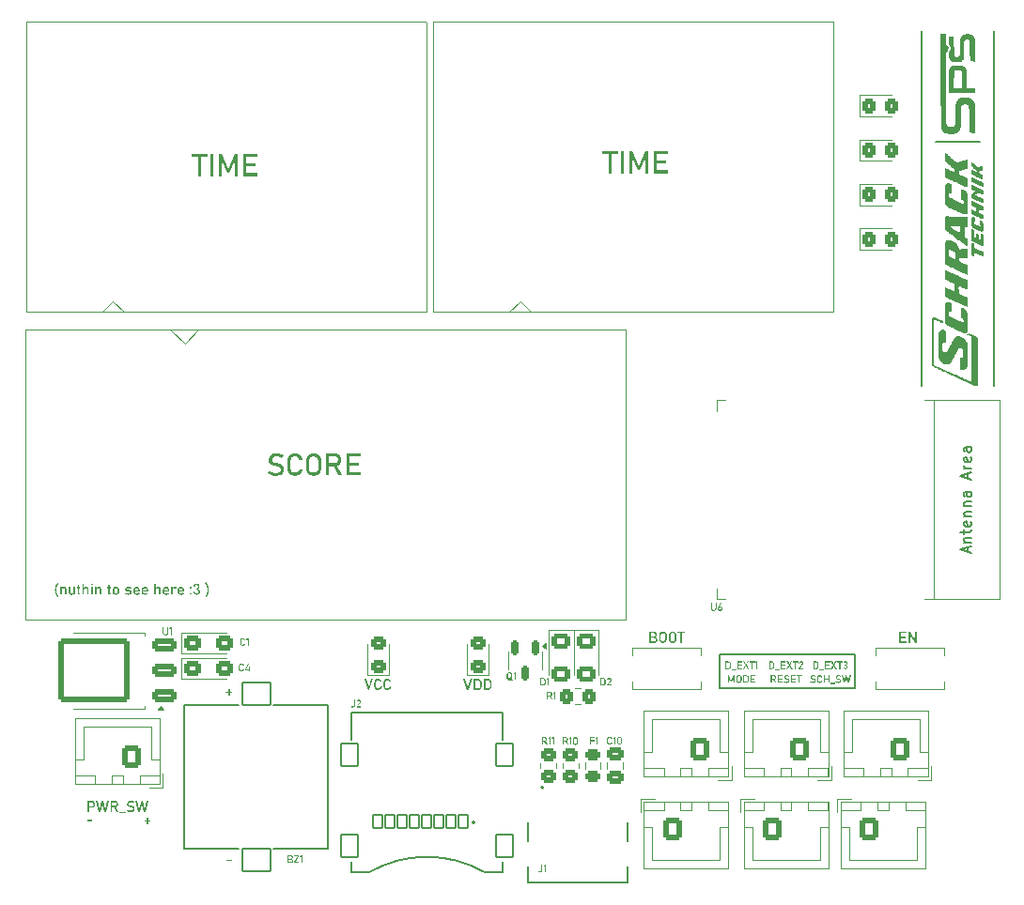
<source format=gto>
G04 #@! TF.GenerationSoftware,KiCad,Pcbnew,8.0.4*
G04 #@! TF.CreationDate,2024-11-10T19:37:50+01:00*
G04 #@! TF.ProjectId,SchrackCounter,53636872-6163-46b4-936f-756e7465722e,v0.0.4*
G04 #@! TF.SameCoordinates,Original*
G04 #@! TF.FileFunction,Legend,Top*
G04 #@! TF.FilePolarity,Positive*
%FSLAX46Y46*%
G04 Gerber Fmt 4.6, Leading zero omitted, Abs format (unit mm)*
G04 Created by KiCad (PCBNEW 8.0.4) date 2024-11-10 19:37:50*
%MOMM*%
%LPD*%
G01*
G04 APERTURE LIST*
G04 Aperture macros list*
%AMRoundRect*
0 Rectangle with rounded corners*
0 $1 Rounding radius*
0 $2 $3 $4 $5 $6 $7 $8 $9 X,Y pos of 4 corners*
0 Add a 4 corners polygon primitive as box body*
4,1,4,$2,$3,$4,$5,$6,$7,$8,$9,$2,$3,0*
0 Add four circle primitives for the rounded corners*
1,1,$1+$1,$2,$3*
1,1,$1+$1,$4,$5*
1,1,$1+$1,$6,$7*
1,1,$1+$1,$8,$9*
0 Add four rect primitives between the rounded corners*
20,1,$1+$1,$2,$3,$4,$5,0*
20,1,$1+$1,$4,$5,$6,$7,0*
20,1,$1+$1,$6,$7,$8,$9,0*
20,1,$1+$1,$8,$9,$2,$3,0*%
G04 Aperture macros list end*
%ADD10C,0.150000*%
%ADD11C,0.125000*%
%ADD12C,0.175000*%
%ADD13C,0.250000*%
%ADD14C,0.120000*%
%ADD15C,0.000000*%
%ADD16C,0.127000*%
%ADD17C,0.200000*%
%ADD18C,0.010000*%
%ADD19RoundRect,0.250001X-0.624999X0.462499X-0.624999X-0.462499X0.624999X-0.462499X0.624999X0.462499X0*%
%ADD20R,2.000000X1.600000*%
%ADD21RoundRect,0.243750X-0.456250X0.243750X-0.456250X-0.243750X0.456250X-0.243750X0.456250X0.243750X0*%
%ADD22RoundRect,0.102000X-1.250000X-1.000000X1.250000X-1.000000X1.250000X1.000000X-1.250000X1.000000X0*%
%ADD23RoundRect,0.250000X0.450000X-0.350000X0.450000X0.350000X-0.450000X0.350000X-0.450000X-0.350000X0*%
%ADD24RoundRect,0.150000X-0.150000X0.512500X-0.150000X-0.512500X0.150000X-0.512500X0.150000X0.512500X0*%
%ADD25RoundRect,0.250000X0.850000X0.350000X-0.850000X0.350000X-0.850000X-0.350000X0.850000X-0.350000X0*%
%ADD26RoundRect,0.249997X2.950003X2.650003X-2.950003X2.650003X-2.950003X-2.650003X2.950003X-2.650003X0*%
%ADD27R,1.600000X1.600000*%
%ADD28C,1.600000*%
%ADD29RoundRect,0.250000X-0.325000X-0.450000X0.325000X-0.450000X0.325000X0.450000X-0.325000X0.450000X0*%
%ADD30RoundRect,0.250000X0.450000X-0.325000X0.450000X0.325000X-0.450000X0.325000X-0.450000X-0.325000X0*%
%ADD31RoundRect,0.250000X0.600000X0.750000X-0.600000X0.750000X-0.600000X-0.750000X0.600000X-0.750000X0*%
%ADD32O,1.700000X2.000000*%
%ADD33C,0.800000*%
%ADD34C,6.400000*%
%ADD35RoundRect,0.250000X-0.537500X-0.425000X0.537500X-0.425000X0.537500X0.425000X-0.537500X0.425000X0*%
%ADD36RoundRect,0.250000X-0.600000X-0.750000X0.600000X-0.750000X0.600000X0.750000X-0.600000X0.750000X0*%
%ADD37RoundRect,0.250000X-0.350000X-0.450000X0.350000X-0.450000X0.350000X0.450000X-0.350000X0.450000X0*%
%ADD38C,0.600000*%
%ADD39O,1.104000X2.204000*%
%ADD40O,1.104000X1.904000*%
%ADD41RoundRect,0.102000X-0.400000X-0.600000X0.400000X-0.600000X0.400000X0.600000X-0.400000X0.600000X0*%
%ADD42RoundRect,0.102000X-0.750000X-1.000000X0.750000X-1.000000X0.750000X1.000000X-0.750000X1.000000X0*%
%ADD43R,3.000000X4.000000*%
%ADD44RoundRect,0.250000X-0.475000X0.337500X-0.475000X-0.337500X0.475000X-0.337500X0.475000X0.337500X0*%
%ADD45R,0.900000X1.500000*%
%ADD46R,1.500000X0.900000*%
%ADD47R,0.900000X0.900000*%
G04 APERTURE END LIST*
D10*
X237250000Y-93330000D02*
X237250000Y-61330000D01*
X243750000Y-93330000D02*
X243750000Y-61330000D01*
X219000000Y-117580000D02*
X231250000Y-117580000D01*
X231250000Y-120580000D01*
X219000000Y-120580000D01*
X219000000Y-117580000D01*
X242500000Y-71330000D02*
X238500000Y-71330000D01*
D11*
G36*
X162128785Y-131359340D02*
G01*
X162128785Y-131226716D01*
X162446545Y-131226716D01*
X162497636Y-131218936D01*
X162542649Y-131193157D01*
X162556210Y-131179577D01*
X162583094Y-131136440D01*
X162595745Y-131088034D01*
X162597732Y-131055990D01*
X162592825Y-131006061D01*
X162576282Y-130959888D01*
X162556210Y-130930938D01*
X162514904Y-130898547D01*
X162467255Y-130884712D01*
X162446545Y-130883555D01*
X162128785Y-130883555D01*
X162128785Y-130751175D01*
X162441905Y-130751175D01*
X162490765Y-130754170D01*
X162540749Y-130764522D01*
X162590497Y-130784449D01*
X162598953Y-130789033D01*
X162641580Y-130818668D01*
X162677108Y-130855518D01*
X162703244Y-130895279D01*
X162722951Y-130940359D01*
X162735359Y-130990114D01*
X162740285Y-131038890D01*
X162740614Y-131055990D01*
X162737658Y-131105675D01*
X162727440Y-131156575D01*
X162709923Y-131202943D01*
X162703244Y-131215969D01*
X162674171Y-131259350D01*
X162637998Y-131295457D01*
X162598953Y-131321971D01*
X162550202Y-131343246D01*
X162501124Y-131354924D01*
X162447515Y-131359304D01*
X162441905Y-131359340D01*
X162128785Y-131359340D01*
G37*
G36*
X162056978Y-131745000D02*
G01*
X162056978Y-130751175D01*
X162196441Y-130751175D01*
X162196441Y-131745000D01*
X162056978Y-131745000D01*
G37*
G36*
X163146545Y-131530310D02*
G01*
X163350244Y-130751175D01*
X163445987Y-130751175D01*
X163649686Y-131530310D01*
X163825296Y-130751175D01*
X163970132Y-130751175D01*
X163727599Y-131745000D01*
X163585205Y-131745000D01*
X163402023Y-131050373D01*
X163210781Y-131745000D01*
X163068632Y-131745000D01*
X162825854Y-130751175D01*
X162970690Y-130751175D01*
X163146545Y-131530310D01*
G37*
G36*
X164181158Y-131324658D02*
G01*
X164181158Y-131192034D01*
X164520167Y-131192034D01*
X164568800Y-131183946D01*
X164610739Y-131157331D01*
X164617864Y-131149780D01*
X164643076Y-131107358D01*
X164653844Y-131058589D01*
X164654745Y-131037428D01*
X164648658Y-130985385D01*
X164628489Y-130939437D01*
X164617864Y-130925565D01*
X164578029Y-130895061D01*
X164527676Y-130883233D01*
X164520167Y-130883066D01*
X164181158Y-130883066D01*
X164181158Y-130750443D01*
X164514794Y-130750443D01*
X164566862Y-130753949D01*
X164614685Y-130764468D01*
X164662387Y-130784137D01*
X164666468Y-130786346D01*
X164707700Y-130814378D01*
X164742063Y-130849105D01*
X164767341Y-130886486D01*
X164787782Y-130933303D01*
X164799738Y-130985431D01*
X164803244Y-131037428D01*
X164799691Y-131089215D01*
X164787572Y-131141332D01*
X164766852Y-131188370D01*
X164738624Y-131229323D01*
X164703642Y-131263523D01*
X164665980Y-131288754D01*
X164619024Y-131309195D01*
X164566815Y-131321151D01*
X164514794Y-131324658D01*
X164181158Y-131324658D01*
G37*
G36*
X164120341Y-131745000D02*
G01*
X164120341Y-130750443D01*
X164259804Y-130750443D01*
X164259804Y-131745000D01*
X164120341Y-131745000D01*
G37*
G36*
X164679413Y-131745000D02*
G01*
X164451779Y-131293883D01*
X164590509Y-131262376D01*
X164845010Y-131745000D01*
X164679413Y-131745000D01*
G37*
G36*
X164930251Y-131744511D02*
G01*
X165498848Y-131744511D01*
X165498848Y-131877135D01*
X164930251Y-131877135D01*
X164930251Y-131744511D01*
G37*
G36*
X165941172Y-131755258D02*
G01*
X165892311Y-131753641D01*
X165841312Y-131748192D01*
X165804640Y-131741580D01*
X165754176Y-131728210D01*
X165706372Y-131710325D01*
X165685205Y-131700547D01*
X165641128Y-131676064D01*
X165599389Y-131647066D01*
X165580914Y-131632159D01*
X165667620Y-131525669D01*
X165708072Y-131556535D01*
X165751180Y-131581628D01*
X165792672Y-131599431D01*
X165841074Y-131613475D01*
X165892247Y-131621690D01*
X165941172Y-131624099D01*
X165992112Y-131621581D01*
X166042157Y-131612726D01*
X166088744Y-131595409D01*
X166108478Y-131583799D01*
X166144794Y-131548926D01*
X166165222Y-131501069D01*
X166168073Y-131470959D01*
X166168073Y-131470226D01*
X166160563Y-131420218D01*
X166138032Y-131383520D01*
X166098284Y-131354394D01*
X166059141Y-131338579D01*
X166011306Y-131325968D01*
X165962981Y-131316230D01*
X165952163Y-131314399D01*
X165902822Y-131305410D01*
X165853107Y-131295112D01*
X165838834Y-131291929D01*
X165790769Y-131277630D01*
X165743109Y-131256189D01*
X165734054Y-131251140D01*
X165693307Y-131219778D01*
X165662732Y-131181016D01*
X165657117Y-131171517D01*
X165638299Y-131123524D01*
X165629869Y-131073973D01*
X165628053Y-131032787D01*
X165628053Y-131032055D01*
X165631298Y-130982229D01*
X165643290Y-130929656D01*
X165664117Y-130883066D01*
X165693779Y-130842461D01*
X165720376Y-130817121D01*
X165764391Y-130787428D01*
X165815652Y-130765029D01*
X165865357Y-130751633D01*
X165920386Y-130743596D01*
X165970311Y-130740992D01*
X165980739Y-130740917D01*
X166030451Y-130743422D01*
X166079448Y-130750935D01*
X166127729Y-130763457D01*
X166137299Y-130766563D01*
X166184802Y-130785110D01*
X166231447Y-130809000D01*
X166277233Y-130838233D01*
X166286287Y-130844720D01*
X166207152Y-130955362D01*
X166164540Y-130926729D01*
X166118531Y-130902608D01*
X166093824Y-130892592D01*
X166044530Y-130878567D01*
X165994955Y-130872396D01*
X165980739Y-130872076D01*
X165927043Y-130875302D01*
X165875809Y-130886455D01*
X165829700Y-130907925D01*
X165822470Y-130912864D01*
X165788089Y-130948047D01*
X165768750Y-130996936D01*
X165766050Y-131027903D01*
X165766050Y-131028635D01*
X165774232Y-131077972D01*
X165798778Y-131114120D01*
X165842210Y-131142302D01*
X165884752Y-131157595D01*
X165932623Y-131169450D01*
X165983487Y-131180650D01*
X165998569Y-131183729D01*
X166046441Y-131194188D01*
X166094312Y-131206330D01*
X166107990Y-131210108D01*
X166157080Y-131227539D01*
X166201770Y-131250980D01*
X166207397Y-131254560D01*
X166245382Y-131286531D01*
X166275532Y-131327947D01*
X166278960Y-131334183D01*
X166296513Y-131380341D01*
X166304773Y-131431964D01*
X166306071Y-131466074D01*
X166306071Y-131467540D01*
X166302705Y-131516833D01*
X166290269Y-131568828D01*
X166268671Y-131614887D01*
X166237910Y-131655008D01*
X166210328Y-131680031D01*
X166164807Y-131709343D01*
X166119836Y-131728737D01*
X166069369Y-131742842D01*
X166013407Y-131751658D01*
X165962574Y-131754964D01*
X165941172Y-131755258D01*
G37*
G36*
X166722261Y-131530310D02*
G01*
X166925959Y-130751175D01*
X167021702Y-130751175D01*
X167225401Y-131530310D01*
X167401011Y-130751175D01*
X167545847Y-130751175D01*
X167303314Y-131745000D01*
X167160921Y-131745000D01*
X166977739Y-131050373D01*
X166786496Y-131745000D01*
X166644347Y-131745000D01*
X166401570Y-130751175D01*
X166546406Y-130751175D01*
X166722261Y-131530310D01*
G37*
D10*
G36*
X219628821Y-118870500D02*
G01*
X219628821Y-118777663D01*
X219786284Y-118777663D01*
X219822594Y-118775173D01*
X219858282Y-118766420D01*
X219891528Y-118749303D01*
X219905621Y-118737827D01*
X219927981Y-118709617D01*
X219942059Y-118674995D01*
X219947649Y-118638354D01*
X219948022Y-118624987D01*
X219948022Y-118420165D01*
X219945372Y-118385874D01*
X219936055Y-118352177D01*
X219917836Y-118320795D01*
X219905621Y-118307495D01*
X219875748Y-118286398D01*
X219843095Y-118274091D01*
X219804979Y-118268113D01*
X219786284Y-118267488D01*
X219628821Y-118267488D01*
X219628821Y-118174823D01*
X219783378Y-118174823D01*
X219821463Y-118176417D01*
X219856751Y-118181201D01*
X219895406Y-118191150D01*
X219930033Y-118205692D01*
X219960633Y-118224826D01*
X219978796Y-118240133D01*
X220002328Y-118266500D01*
X220020991Y-118296617D01*
X220034786Y-118330485D01*
X220043712Y-118368104D01*
X220047431Y-118402318D01*
X220048039Y-118424097D01*
X220048039Y-118621225D01*
X220046094Y-118659266D01*
X220040260Y-118694400D01*
X220029047Y-118730452D01*
X220016923Y-118755950D01*
X219997188Y-118785219D01*
X219972991Y-118810322D01*
X219944330Y-118831260D01*
X219926480Y-118841093D01*
X219891134Y-118855308D01*
X219856400Y-118864038D01*
X219818546Y-118869092D01*
X219782865Y-118870500D01*
X219628821Y-118870500D01*
G37*
G36*
X219562826Y-118870500D02*
G01*
X219562826Y-118174823D01*
X219660450Y-118174823D01*
X219660450Y-118870500D01*
X219562826Y-118870500D01*
G37*
G36*
X220133866Y-118870158D02*
G01*
X220531884Y-118870158D01*
X220531884Y-118962994D01*
X220133866Y-118962994D01*
X220133866Y-118870158D01*
G37*
G36*
X220632415Y-118870500D02*
G01*
X220632415Y-118174823D01*
X220730039Y-118174823D01*
X220730039Y-118870500D01*
X220632415Y-118870500D01*
G37*
G36*
X220679773Y-118870500D02*
G01*
X220679773Y-118777663D01*
X221079330Y-118777663D01*
X221079330Y-118870500D01*
X220679773Y-118870500D01*
G37*
G36*
X220679773Y-118571473D02*
G01*
X220679773Y-118478636D01*
X221026671Y-118478636D01*
X221026671Y-118571473D01*
X220679773Y-118571473D01*
G37*
G36*
X220679773Y-118267488D02*
G01*
X220679773Y-118174823D01*
X221079330Y-118174823D01*
X221079330Y-118267488D01*
X220679773Y-118267488D01*
G37*
G36*
X221568475Y-118870500D02*
G01*
X221387589Y-118564805D01*
X221372886Y-118540869D01*
X221147034Y-118174823D01*
X221256455Y-118174823D01*
X221424519Y-118457949D01*
X221440248Y-118483936D01*
X221678067Y-118870500D01*
X221568475Y-118870500D01*
G37*
G36*
X221141221Y-118870500D02*
G01*
X221383315Y-118472823D01*
X221558046Y-118174823D01*
X221667638Y-118174823D01*
X221437341Y-118551299D01*
X221250813Y-118870500D01*
X221141221Y-118870500D01*
G37*
G36*
X221912980Y-118870500D02*
G01*
X221912980Y-118231756D01*
X222010604Y-118231756D01*
X222010604Y-118870500D01*
X221912980Y-118870500D01*
G37*
G36*
X221716364Y-118267488D02*
G01*
X221716364Y-118174823D01*
X222207390Y-118174823D01*
X222207390Y-118267488D01*
X221716364Y-118267488D01*
G37*
G36*
X222437516Y-118174823D02*
G01*
X222437516Y-118870500D01*
X222339892Y-118870500D01*
X222339892Y-118280995D01*
X222240900Y-118341689D01*
X222240900Y-118240817D01*
X222339892Y-118174823D01*
X222437516Y-118174823D01*
G37*
G36*
X223538549Y-118870500D02*
G01*
X223538549Y-118777663D01*
X223696012Y-118777663D01*
X223732322Y-118775173D01*
X223768010Y-118766420D01*
X223801256Y-118749303D01*
X223815349Y-118737827D01*
X223837709Y-118709617D01*
X223851787Y-118674995D01*
X223857377Y-118638354D01*
X223857750Y-118624987D01*
X223857750Y-118420165D01*
X223855100Y-118385874D01*
X223845783Y-118352177D01*
X223827564Y-118320795D01*
X223815349Y-118307495D01*
X223785476Y-118286398D01*
X223752823Y-118274091D01*
X223714707Y-118268113D01*
X223696012Y-118267488D01*
X223538549Y-118267488D01*
X223538549Y-118174823D01*
X223693106Y-118174823D01*
X223731191Y-118176417D01*
X223766479Y-118181201D01*
X223805134Y-118191150D01*
X223839761Y-118205692D01*
X223870361Y-118224826D01*
X223888524Y-118240133D01*
X223912056Y-118266500D01*
X223930719Y-118296617D01*
X223944514Y-118330485D01*
X223953440Y-118368104D01*
X223957159Y-118402318D01*
X223957767Y-118424097D01*
X223957767Y-118621225D01*
X223955822Y-118659266D01*
X223949988Y-118694400D01*
X223938775Y-118730452D01*
X223926651Y-118755950D01*
X223906916Y-118785219D01*
X223882719Y-118810322D01*
X223854058Y-118831260D01*
X223836208Y-118841093D01*
X223800862Y-118855308D01*
X223766128Y-118864038D01*
X223728274Y-118869092D01*
X223692593Y-118870500D01*
X223538549Y-118870500D01*
G37*
G36*
X223472554Y-118870500D02*
G01*
X223472554Y-118174823D01*
X223570178Y-118174823D01*
X223570178Y-118870500D01*
X223472554Y-118870500D01*
G37*
G36*
X224043594Y-118870158D02*
G01*
X224441612Y-118870158D01*
X224441612Y-118962994D01*
X224043594Y-118962994D01*
X224043594Y-118870158D01*
G37*
G36*
X224542143Y-118870500D02*
G01*
X224542143Y-118174823D01*
X224639767Y-118174823D01*
X224639767Y-118870500D01*
X224542143Y-118870500D01*
G37*
G36*
X224589501Y-118870500D02*
G01*
X224589501Y-118777663D01*
X224989058Y-118777663D01*
X224989058Y-118870500D01*
X224589501Y-118870500D01*
G37*
G36*
X224589501Y-118571473D02*
G01*
X224589501Y-118478636D01*
X224936399Y-118478636D01*
X224936399Y-118571473D01*
X224589501Y-118571473D01*
G37*
G36*
X224589501Y-118267488D02*
G01*
X224589501Y-118174823D01*
X224989058Y-118174823D01*
X224989058Y-118267488D01*
X224589501Y-118267488D01*
G37*
G36*
X225478203Y-118870500D02*
G01*
X225297317Y-118564805D01*
X225282614Y-118540869D01*
X225056762Y-118174823D01*
X225166183Y-118174823D01*
X225334247Y-118457949D01*
X225349976Y-118483936D01*
X225587795Y-118870500D01*
X225478203Y-118870500D01*
G37*
G36*
X225050949Y-118870500D02*
G01*
X225293043Y-118472823D01*
X225467774Y-118174823D01*
X225577366Y-118174823D01*
X225347069Y-118551299D01*
X225160541Y-118870500D01*
X225050949Y-118870500D01*
G37*
G36*
X225822708Y-118870500D02*
G01*
X225822708Y-118231756D01*
X225920332Y-118231756D01*
X225920332Y-118870500D01*
X225822708Y-118870500D01*
G37*
G36*
X225626092Y-118267488D02*
G01*
X225626092Y-118174823D01*
X226117118Y-118174823D01*
X226117118Y-118267488D01*
X225626092Y-118267488D01*
G37*
G36*
X226168751Y-118870500D02*
G01*
X226168751Y-118785869D01*
X226411358Y-118462394D01*
X226431096Y-118432302D01*
X226444184Y-118404948D01*
X226454034Y-118370827D01*
X226455981Y-118348870D01*
X226455981Y-118348015D01*
X226450609Y-118313038D01*
X226431532Y-118283389D01*
X226401954Y-118266078D01*
X226367659Y-118260398D01*
X226362118Y-118260308D01*
X226328262Y-118265118D01*
X226296782Y-118282397D01*
X226293388Y-118285440D01*
X226273090Y-118313585D01*
X226262347Y-118348124D01*
X226261075Y-118356564D01*
X226261075Y-118357077D01*
X226160203Y-118357077D01*
X226160203Y-118356564D01*
X226167719Y-118319158D01*
X226179047Y-118285631D01*
X226196663Y-118252062D01*
X226219257Y-118223558D01*
X226225684Y-118217223D01*
X226253894Y-118195531D01*
X226285866Y-118180037D01*
X226321598Y-118170741D01*
X226355950Y-118167690D01*
X226361092Y-118167642D01*
X226400112Y-118169908D01*
X226435041Y-118176707D01*
X226469951Y-118190026D01*
X226499518Y-118209266D01*
X226506075Y-118215001D01*
X226528515Y-118241127D01*
X226544543Y-118272147D01*
X226554160Y-118308062D01*
X226557316Y-118343501D01*
X226557366Y-118348870D01*
X226557366Y-118349383D01*
X226553985Y-118384793D01*
X226544729Y-118419266D01*
X226541979Y-118426832D01*
X226527612Y-118459023D01*
X226509239Y-118490029D01*
X226499407Y-118503940D01*
X226298004Y-118777663D01*
X226561127Y-118777663D01*
X226561127Y-118870500D01*
X226168751Y-118870500D01*
G37*
G36*
X223681650Y-119826260D02*
G01*
X223681650Y-119733423D01*
X223918956Y-119733423D01*
X223952999Y-119727762D01*
X223982356Y-119709132D01*
X223987344Y-119703846D01*
X224004992Y-119674150D01*
X224012530Y-119640012D01*
X224013161Y-119625199D01*
X224008900Y-119588769D01*
X223994782Y-119556606D01*
X223987344Y-119546895D01*
X223959460Y-119525542D01*
X223924212Y-119517263D01*
X223918956Y-119517146D01*
X223681650Y-119517146D01*
X223681650Y-119424310D01*
X223915195Y-119424310D01*
X223951643Y-119426764D01*
X223985119Y-119434127D01*
X224018510Y-119447896D01*
X224021367Y-119449442D01*
X224050229Y-119469064D01*
X224074283Y-119493374D01*
X224091978Y-119519540D01*
X224106287Y-119552312D01*
X224114656Y-119588802D01*
X224117110Y-119625199D01*
X224114623Y-119661450D01*
X224106140Y-119697932D01*
X224091636Y-119730859D01*
X224071876Y-119759526D01*
X224047389Y-119783466D01*
X224021025Y-119801128D01*
X223988156Y-119815436D01*
X223951610Y-119823806D01*
X223915195Y-119826260D01*
X223681650Y-119826260D01*
G37*
G36*
X223639078Y-120120500D02*
G01*
X223639078Y-119424310D01*
X223736702Y-119424310D01*
X223736702Y-120120500D01*
X223639078Y-120120500D01*
G37*
G36*
X224030429Y-120120500D02*
G01*
X223871085Y-119804718D01*
X223968196Y-119782663D01*
X224146346Y-120120500D01*
X224030429Y-120120500D01*
G37*
G36*
X224277822Y-120120500D02*
G01*
X224277822Y-119424823D01*
X224375446Y-119424823D01*
X224375446Y-120120500D01*
X224277822Y-120120500D01*
G37*
G36*
X224325181Y-120120500D02*
G01*
X224325181Y-120027663D01*
X224724738Y-120027663D01*
X224724738Y-120120500D01*
X224325181Y-120120500D01*
G37*
G36*
X224325181Y-119821473D02*
G01*
X224325181Y-119728636D01*
X224672079Y-119728636D01*
X224672079Y-119821473D01*
X224325181Y-119821473D01*
G37*
G36*
X224325181Y-119517488D02*
G01*
X224325181Y-119424823D01*
X224724738Y-119424823D01*
X224724738Y-119517488D01*
X224325181Y-119517488D01*
G37*
G36*
X225072320Y-120127680D02*
G01*
X225038117Y-120126549D01*
X225002418Y-120122734D01*
X224976748Y-120118106D01*
X224941422Y-120108747D01*
X224907960Y-120096227D01*
X224893143Y-120089383D01*
X224862289Y-120072245D01*
X224833072Y-120051946D01*
X224820139Y-120041511D01*
X224880833Y-119966968D01*
X224909150Y-119988574D01*
X224939325Y-120006139D01*
X224968370Y-120018601D01*
X225002252Y-120028433D01*
X225038072Y-120034183D01*
X225072320Y-120035869D01*
X225107978Y-120034106D01*
X225143009Y-120027908D01*
X225175621Y-120015786D01*
X225189434Y-120007659D01*
X225214855Y-119983248D01*
X225229155Y-119949748D01*
X225231151Y-119928671D01*
X225231151Y-119928158D01*
X225225894Y-119893152D01*
X225210122Y-119867464D01*
X225182298Y-119847076D01*
X225154898Y-119836005D01*
X225121414Y-119827177D01*
X225087586Y-119820361D01*
X225080013Y-119819079D01*
X225045475Y-119812787D01*
X225010674Y-119805578D01*
X225000683Y-119803350D01*
X224967038Y-119793341D01*
X224933676Y-119778332D01*
X224927337Y-119774798D01*
X224898814Y-119752844D01*
X224877412Y-119725711D01*
X224873482Y-119719062D01*
X224860309Y-119685467D01*
X224854408Y-119650781D01*
X224853136Y-119621951D01*
X224853136Y-119621438D01*
X224855408Y-119586560D01*
X224863802Y-119549759D01*
X224878381Y-119517146D01*
X224899145Y-119488723D01*
X224917763Y-119470984D01*
X224948573Y-119450200D01*
X224984456Y-119434520D01*
X225019250Y-119425143D01*
X225057770Y-119419517D01*
X225092717Y-119417694D01*
X225100017Y-119417642D01*
X225134815Y-119419395D01*
X225169113Y-119424654D01*
X225202910Y-119433420D01*
X225209609Y-119435594D01*
X225242861Y-119448577D01*
X225275512Y-119465300D01*
X225307563Y-119485763D01*
X225313900Y-119490304D01*
X225258506Y-119567754D01*
X225228677Y-119547710D01*
X225196471Y-119530825D01*
X225179176Y-119523814D01*
X225144670Y-119513997D01*
X225109968Y-119509677D01*
X225100017Y-119509453D01*
X225062429Y-119511711D01*
X225026566Y-119519518D01*
X224994289Y-119534547D01*
X224989228Y-119538005D01*
X224965162Y-119562632D01*
X224951624Y-119596855D01*
X224949734Y-119618532D01*
X224949734Y-119619045D01*
X224955462Y-119653580D01*
X224972644Y-119678884D01*
X225003046Y-119698611D01*
X225032826Y-119709317D01*
X225066336Y-119717615D01*
X225101940Y-119725455D01*
X225112498Y-119727610D01*
X225146008Y-119734931D01*
X225179518Y-119743431D01*
X225189092Y-119746075D01*
X225223456Y-119758277D01*
X225254739Y-119774686D01*
X225258677Y-119777192D01*
X225285267Y-119799571D01*
X225306372Y-119828563D01*
X225308771Y-119832928D01*
X225321059Y-119865238D01*
X225326841Y-119901374D01*
X225327749Y-119925252D01*
X225327749Y-119926278D01*
X225325393Y-119960783D01*
X225316688Y-119997180D01*
X225301569Y-120029421D01*
X225280036Y-120057505D01*
X225260729Y-120075021D01*
X225228864Y-120095540D01*
X225197384Y-120109116D01*
X225162058Y-120118989D01*
X225122884Y-120125160D01*
X225087301Y-120127475D01*
X225072320Y-120127680D01*
G37*
G36*
X225456831Y-120120500D02*
G01*
X225456831Y-119424823D01*
X225554455Y-119424823D01*
X225554455Y-120120500D01*
X225456831Y-120120500D01*
G37*
G36*
X225504190Y-120120500D02*
G01*
X225504190Y-120027663D01*
X225903747Y-120027663D01*
X225903747Y-120120500D01*
X225504190Y-120120500D01*
G37*
G36*
X225504190Y-119821473D02*
G01*
X225504190Y-119728636D01*
X225851088Y-119728636D01*
X225851088Y-119821473D01*
X225504190Y-119821473D01*
G37*
G36*
X225504190Y-119517488D02*
G01*
X225504190Y-119424823D01*
X225903747Y-119424823D01*
X225903747Y-119517488D01*
X225504190Y-119517488D01*
G37*
G36*
X226162254Y-120120500D02*
G01*
X226162254Y-119481756D01*
X226259877Y-119481756D01*
X226259877Y-120120500D01*
X226162254Y-120120500D01*
G37*
G36*
X225965638Y-119517488D02*
G01*
X225965638Y-119424823D01*
X226456664Y-119424823D01*
X226456664Y-119517488D01*
X225965638Y-119517488D01*
G37*
G36*
X227532736Y-118870500D02*
G01*
X227532736Y-118777663D01*
X227690199Y-118777663D01*
X227726509Y-118775173D01*
X227762197Y-118766420D01*
X227795443Y-118749303D01*
X227809536Y-118737827D01*
X227831896Y-118709617D01*
X227845974Y-118674995D01*
X227851564Y-118638354D01*
X227851937Y-118624987D01*
X227851937Y-118420165D01*
X227849287Y-118385874D01*
X227839970Y-118352177D01*
X227821751Y-118320795D01*
X227809536Y-118307495D01*
X227779663Y-118286398D01*
X227747010Y-118274091D01*
X227708894Y-118268113D01*
X227690199Y-118267488D01*
X227532736Y-118267488D01*
X227532736Y-118174823D01*
X227687293Y-118174823D01*
X227725378Y-118176417D01*
X227760666Y-118181201D01*
X227799321Y-118191150D01*
X227833948Y-118205692D01*
X227864548Y-118224826D01*
X227882711Y-118240133D01*
X227906243Y-118266500D01*
X227924906Y-118296617D01*
X227938701Y-118330485D01*
X227947627Y-118368104D01*
X227951346Y-118402318D01*
X227951954Y-118424097D01*
X227951954Y-118621225D01*
X227950009Y-118659266D01*
X227944175Y-118694400D01*
X227932962Y-118730452D01*
X227920838Y-118755950D01*
X227901103Y-118785219D01*
X227876906Y-118810322D01*
X227848245Y-118831260D01*
X227830395Y-118841093D01*
X227795049Y-118855308D01*
X227760315Y-118864038D01*
X227722461Y-118869092D01*
X227686780Y-118870500D01*
X227532736Y-118870500D01*
G37*
G36*
X227466741Y-118870500D02*
G01*
X227466741Y-118174823D01*
X227564365Y-118174823D01*
X227564365Y-118870500D01*
X227466741Y-118870500D01*
G37*
G36*
X228037781Y-118870158D02*
G01*
X228435799Y-118870158D01*
X228435799Y-118962994D01*
X228037781Y-118962994D01*
X228037781Y-118870158D01*
G37*
G36*
X228536330Y-118870500D02*
G01*
X228536330Y-118174823D01*
X228633954Y-118174823D01*
X228633954Y-118870500D01*
X228536330Y-118870500D01*
G37*
G36*
X228583688Y-118870500D02*
G01*
X228583688Y-118777663D01*
X228983245Y-118777663D01*
X228983245Y-118870500D01*
X228583688Y-118870500D01*
G37*
G36*
X228583688Y-118571473D02*
G01*
X228583688Y-118478636D01*
X228930586Y-118478636D01*
X228930586Y-118571473D01*
X228583688Y-118571473D01*
G37*
G36*
X228583688Y-118267488D02*
G01*
X228583688Y-118174823D01*
X228983245Y-118174823D01*
X228983245Y-118267488D01*
X228583688Y-118267488D01*
G37*
G36*
X229472390Y-118870500D02*
G01*
X229291504Y-118564805D01*
X229276801Y-118540869D01*
X229050949Y-118174823D01*
X229160370Y-118174823D01*
X229328434Y-118457949D01*
X229344163Y-118483936D01*
X229581982Y-118870500D01*
X229472390Y-118870500D01*
G37*
G36*
X229045136Y-118870500D02*
G01*
X229287230Y-118472823D01*
X229461961Y-118174823D01*
X229571553Y-118174823D01*
X229341256Y-118551299D01*
X229154728Y-118870500D01*
X229045136Y-118870500D01*
G37*
G36*
X229816895Y-118870500D02*
G01*
X229816895Y-118231756D01*
X229914519Y-118231756D01*
X229914519Y-118870500D01*
X229816895Y-118870500D01*
G37*
G36*
X229620279Y-118267488D02*
G01*
X229620279Y-118174823D01*
X230111305Y-118174823D01*
X230111305Y-118267488D01*
X229620279Y-118267488D01*
G37*
G36*
X230353399Y-118877680D02*
G01*
X230318059Y-118875610D01*
X230282464Y-118868550D01*
X230250304Y-118856480D01*
X230219545Y-118837807D01*
X230193691Y-118813844D01*
X230179180Y-118794931D01*
X230161846Y-118762369D01*
X230150644Y-118728254D01*
X230144815Y-118697307D01*
X230244320Y-118697307D01*
X230254376Y-118732037D01*
X230276206Y-118760429D01*
X230279711Y-118763130D01*
X230312494Y-118778646D01*
X230347842Y-118783737D01*
X230353399Y-118783818D01*
X230389128Y-118779557D01*
X230421447Y-118764052D01*
X230428455Y-118758001D01*
X230447721Y-118729178D01*
X230455061Y-118693938D01*
X230455297Y-118685339D01*
X230455297Y-118664310D01*
X230451739Y-118628542D01*
X230438593Y-118595261D01*
X230429993Y-118583783D01*
X230401613Y-118563289D01*
X230366719Y-118555482D01*
X230358186Y-118555231D01*
X230308947Y-118555231D01*
X230308947Y-118462394D01*
X230358186Y-118462394D01*
X230392645Y-118457022D01*
X230421616Y-118437945D01*
X230438958Y-118406323D01*
X230443820Y-118371803D01*
X230443842Y-118369045D01*
X230443842Y-118347502D01*
X230438620Y-118313006D01*
X230420077Y-118283901D01*
X230389363Y-118266292D01*
X230352886Y-118261333D01*
X230318906Y-118266548D01*
X230290482Y-118282192D01*
X230268854Y-118309077D01*
X230256522Y-118342489D01*
X230255262Y-118348015D01*
X230156270Y-118348015D01*
X230164529Y-118312190D01*
X230178254Y-118275835D01*
X230196553Y-118244373D01*
X230219426Y-118217806D01*
X230222607Y-118214830D01*
X230250047Y-118194185D01*
X230280907Y-118179439D01*
X230315187Y-118170591D01*
X230352886Y-118167642D01*
X230390350Y-118169908D01*
X230423903Y-118176707D01*
X230457461Y-118190026D01*
X230485912Y-118209266D01*
X230492226Y-118215001D01*
X230516029Y-118244696D01*
X230530647Y-118276224D01*
X230539110Y-118312582D01*
X230541466Y-118348357D01*
X230541466Y-118359983D01*
X230538132Y-118394217D01*
X230526892Y-118427877D01*
X230513256Y-118450597D01*
X230488804Y-118476611D01*
X230457765Y-118496951D01*
X230433413Y-118507359D01*
X230466491Y-118517945D01*
X230497093Y-118536762D01*
X230521633Y-118563095D01*
X230539446Y-118595974D01*
X230549224Y-118630702D01*
X230552799Y-118665898D01*
X230552921Y-118674226D01*
X230552921Y-118685852D01*
X230550425Y-118723831D01*
X230542940Y-118757884D01*
X230528274Y-118791992D01*
X230507089Y-118820972D01*
X230500775Y-118827415D01*
X230472009Y-118849406D01*
X230437858Y-118865114D01*
X230403558Y-118873704D01*
X230365134Y-118877484D01*
X230353399Y-118877680D01*
G37*
D11*
G36*
X172021424Y-74410000D02*
G01*
X172021424Y-72585017D01*
X172300349Y-72585017D01*
X172300349Y-74410000D01*
X172021424Y-74410000D01*
G37*
G36*
X171459665Y-72687110D02*
G01*
X171459665Y-72422351D01*
X172862596Y-72422351D01*
X172862596Y-72687110D01*
X171459665Y-72687110D01*
G37*
G36*
X173415074Y-72422351D02*
G01*
X173415074Y-74410000D01*
X173136148Y-74410000D01*
X173136148Y-72422351D01*
X173415074Y-72422351D01*
G37*
G36*
X174750593Y-73734424D02*
G01*
X175334822Y-72422351D01*
X175595674Y-72422351D01*
X175595674Y-74410000D01*
X175323587Y-74410000D01*
X175323587Y-72921095D01*
X175337265Y-73008534D01*
X174847802Y-74134005D01*
X174653873Y-74134005D01*
X174164411Y-73035889D01*
X174178088Y-72921095D01*
X174178088Y-74410000D01*
X173906002Y-74410000D01*
X173906002Y-72422351D01*
X174166853Y-72422351D01*
X174750593Y-73734424D01*
G37*
G36*
X176086602Y-74410000D02*
G01*
X176086602Y-72422351D01*
X176365527Y-72422351D01*
X176365527Y-74410000D01*
X176086602Y-74410000D01*
G37*
G36*
X176221912Y-74410000D02*
G01*
X176221912Y-74144752D01*
X177363503Y-74144752D01*
X177363503Y-74410000D01*
X176221912Y-74410000D01*
G37*
G36*
X176221912Y-73555638D02*
G01*
X176221912Y-73290390D01*
X177213050Y-73290390D01*
X177213050Y-73555638D01*
X176221912Y-73555638D01*
G37*
G36*
X176221912Y-72687110D02*
G01*
X176221912Y-72422351D01*
X177363503Y-72422351D01*
X177363503Y-72687110D01*
X176221912Y-72687110D01*
G37*
G36*
X196268876Y-120745000D02*
G01*
X195944766Y-119751175D01*
X196096441Y-119751175D01*
X196335066Y-120530310D01*
X196573691Y-119751175D01*
X196725366Y-119751175D01*
X196401500Y-120745000D01*
X196268876Y-120745000D01*
G37*
G36*
X196970097Y-120745000D02*
G01*
X196970097Y-120612376D01*
X197195045Y-120612376D01*
X197246916Y-120608819D01*
X197297899Y-120596315D01*
X197345393Y-120571862D01*
X197365527Y-120555467D01*
X197397469Y-120515167D01*
X197417581Y-120465708D01*
X197425566Y-120413364D01*
X197426099Y-120394267D01*
X197426099Y-120101664D01*
X197422313Y-120052678D01*
X197409004Y-120004539D01*
X197382977Y-119959707D01*
X197365527Y-119940708D01*
X197322851Y-119910569D01*
X197276204Y-119892987D01*
X197221751Y-119884448D01*
X197195045Y-119883555D01*
X196970097Y-119883555D01*
X196970097Y-119751175D01*
X197190893Y-119751175D01*
X197245300Y-119753453D01*
X197295712Y-119760287D01*
X197350933Y-119774501D01*
X197400401Y-119795275D01*
X197444115Y-119822609D01*
X197470062Y-119844476D01*
X197503679Y-119882143D01*
X197530341Y-119925168D01*
X197550047Y-119973551D01*
X197562798Y-120027292D01*
X197568111Y-120076169D01*
X197568981Y-120107281D01*
X197568981Y-120388893D01*
X197566203Y-120443237D01*
X197557868Y-120493429D01*
X197541849Y-120544932D01*
X197524529Y-120581357D01*
X197496336Y-120623170D01*
X197461769Y-120659032D01*
X197420825Y-120688943D01*
X197395324Y-120702990D01*
X197344830Y-120723297D01*
X197295211Y-120735769D01*
X197241134Y-120742989D01*
X197190160Y-120745000D01*
X196970097Y-120745000D01*
G37*
G36*
X196875820Y-120745000D02*
G01*
X196875820Y-119751175D01*
X197015282Y-119751175D01*
X197015282Y-120745000D01*
X196875820Y-120745000D01*
G37*
G36*
X197874773Y-120745000D02*
G01*
X197874773Y-120612376D01*
X198099721Y-120612376D01*
X198151592Y-120608819D01*
X198202575Y-120596315D01*
X198250069Y-120571862D01*
X198270202Y-120555467D01*
X198302144Y-120515167D01*
X198322256Y-120465708D01*
X198330242Y-120413364D01*
X198330774Y-120394267D01*
X198330774Y-120101664D01*
X198326989Y-120052678D01*
X198313679Y-120004539D01*
X198287652Y-119959707D01*
X198270202Y-119940708D01*
X198227526Y-119910569D01*
X198180879Y-119892987D01*
X198126427Y-119884448D01*
X198099721Y-119883555D01*
X197874773Y-119883555D01*
X197874773Y-119751175D01*
X198095568Y-119751175D01*
X198149976Y-119753453D01*
X198200388Y-119760287D01*
X198255609Y-119774501D01*
X198305076Y-119795275D01*
X198348791Y-119822609D01*
X198374738Y-119844476D01*
X198408355Y-119882143D01*
X198435016Y-119925168D01*
X198454723Y-119973551D01*
X198467474Y-120027292D01*
X198472787Y-120076169D01*
X198473656Y-120107281D01*
X198473656Y-120388893D01*
X198470878Y-120443237D01*
X198462543Y-120493429D01*
X198446525Y-120544932D01*
X198429204Y-120581357D01*
X198401012Y-120623170D01*
X198366444Y-120659032D01*
X198325501Y-120688943D01*
X198300000Y-120702990D01*
X198249506Y-120723297D01*
X198199886Y-120735769D01*
X198145809Y-120742989D01*
X198094836Y-120745000D01*
X197874773Y-120745000D01*
G37*
G36*
X197780495Y-120745000D02*
G01*
X197780495Y-119751175D01*
X197919958Y-119751175D01*
X197919958Y-120745000D01*
X197780495Y-120745000D01*
G37*
G36*
X212786496Y-116495000D02*
G01*
X212786496Y-116365795D01*
X213055652Y-116365795D01*
X213107050Y-116363154D01*
X213155202Y-116353870D01*
X213200148Y-116333444D01*
X213212700Y-116323541D01*
X213242588Y-116284617D01*
X213257239Y-116236906D01*
X213258862Y-116211922D01*
X213258862Y-116209968D01*
X213253332Y-116158837D01*
X213234861Y-116112903D01*
X213219539Y-116092243D01*
X213179164Y-116063620D01*
X213131841Y-116050798D01*
X213089846Y-116048035D01*
X212786496Y-116048035D01*
X212786496Y-115922250D01*
X213089846Y-115922250D01*
X213138545Y-115917921D01*
X213187418Y-115899889D01*
X213206350Y-115885614D01*
X213234575Y-115843861D01*
X213245059Y-115795694D01*
X213245673Y-115778635D01*
X213239525Y-115728054D01*
X213216811Y-115682413D01*
X213201954Y-115667260D01*
X213159216Y-115643224D01*
X213106958Y-115631912D01*
X213070795Y-115630136D01*
X212786496Y-115630136D01*
X212786496Y-115501175D01*
X213096196Y-115501175D01*
X213148607Y-115503743D01*
X213203088Y-115513228D01*
X213250394Y-115529702D01*
X213295670Y-115557088D01*
X213314794Y-115574204D01*
X213346210Y-115613848D01*
X213368649Y-115659750D01*
X213382113Y-115711911D01*
X213386531Y-115762686D01*
X213386601Y-115770331D01*
X213381435Y-115820074D01*
X213365937Y-115866873D01*
X213342882Y-115906863D01*
X213306908Y-115944064D01*
X213263937Y-115968717D01*
X213216901Y-115983441D01*
X213205373Y-115985753D01*
X213254021Y-115997717D01*
X213300370Y-116021025D01*
X213338609Y-116054875D01*
X213348499Y-116067086D01*
X213375418Y-116111303D01*
X213392368Y-116159383D01*
X213399347Y-116211328D01*
X213399546Y-116222180D01*
X213399546Y-116224378D01*
X213395783Y-116275337D01*
X213382265Y-116328052D01*
X213358917Y-116374874D01*
X213325738Y-116415804D01*
X213320900Y-116420505D01*
X213278081Y-116453097D01*
X213228271Y-116476376D01*
X213178952Y-116489107D01*
X213124280Y-116494709D01*
X213107676Y-116495000D01*
X212786496Y-116495000D01*
G37*
G36*
X212704431Y-116495000D02*
G01*
X212704431Y-115501175D01*
X212843161Y-115501175D01*
X212843161Y-116495000D01*
X212704431Y-116495000D01*
G37*
G36*
X213967334Y-115493756D02*
G01*
X214020698Y-115503738D01*
X214069850Y-115520908D01*
X214100279Y-115536346D01*
X214141716Y-115564818D01*
X214177550Y-115599123D01*
X214207782Y-115639264D01*
X214222156Y-115664085D01*
X214243172Y-115712645D01*
X214257310Y-115765726D01*
X214264103Y-115816704D01*
X214265631Y-115857281D01*
X214265631Y-116138893D01*
X214262914Y-116192154D01*
X214254762Y-116242025D01*
X214239096Y-116294079D01*
X214222156Y-116331601D01*
X214195037Y-116375219D01*
X214162315Y-116412925D01*
X214123991Y-116444720D01*
X214100279Y-116459829D01*
X214053934Y-116481789D01*
X214003378Y-116496562D01*
X213954904Y-116503661D01*
X213916364Y-116505258D01*
X213865393Y-116502418D01*
X213812030Y-116492436D01*
X213762877Y-116475267D01*
X213732449Y-116459829D01*
X213690993Y-116431319D01*
X213655100Y-116396897D01*
X213624772Y-116356563D01*
X213610328Y-116331601D01*
X213589430Y-116282882D01*
X213575371Y-116229875D01*
X213568616Y-116179156D01*
X213567097Y-116138893D01*
X213567097Y-115857281D01*
X213567343Y-115852397D01*
X213709979Y-115852397D01*
X213709979Y-116143534D01*
X213714461Y-116197400D01*
X213727908Y-116244968D01*
X213753362Y-116290435D01*
X213766643Y-116306444D01*
X213805612Y-116338773D01*
X213851689Y-116359128D01*
X213904874Y-116367510D01*
X213916364Y-116367749D01*
X213966046Y-116362900D01*
X214014361Y-116346137D01*
X214055424Y-116317400D01*
X214066329Y-116306444D01*
X214096082Y-116264088D01*
X214114815Y-116213956D01*
X214122253Y-116162189D01*
X214122749Y-116143534D01*
X214122749Y-115852397D01*
X214118286Y-115798333D01*
X214104897Y-115750722D01*
X214079552Y-115705389D01*
X214066329Y-115689487D01*
X214027441Y-115657158D01*
X213981302Y-115636803D01*
X213927912Y-115628421D01*
X213916364Y-115628182D01*
X213866898Y-115633031D01*
X213818689Y-115649794D01*
X213777587Y-115678531D01*
X213766643Y-115689487D01*
X213736761Y-115731633D01*
X213717947Y-115781746D01*
X213710477Y-115833658D01*
X213709979Y-115852397D01*
X213567343Y-115852397D01*
X213569799Y-115803624D01*
X213577904Y-115753539D01*
X213593483Y-115701463D01*
X213610328Y-115664085D01*
X213637565Y-115620703D01*
X213670366Y-115583156D01*
X213708731Y-115551443D01*
X213732449Y-115536346D01*
X213778793Y-115514386D01*
X213829350Y-115499613D01*
X213877824Y-115492514D01*
X213916364Y-115490917D01*
X213967334Y-115493756D01*
G37*
G36*
X214843678Y-115493756D02*
G01*
X214897042Y-115503738D01*
X214946194Y-115520908D01*
X214976622Y-115536346D01*
X215018059Y-115564818D01*
X215053893Y-115599123D01*
X215084125Y-115639264D01*
X215098499Y-115664085D01*
X215119515Y-115712645D01*
X215133653Y-115765726D01*
X215140446Y-115816704D01*
X215141975Y-115857281D01*
X215141975Y-116138893D01*
X215139257Y-116192154D01*
X215131106Y-116242025D01*
X215115439Y-116294079D01*
X215098499Y-116331601D01*
X215071380Y-116375219D01*
X215038659Y-116412925D01*
X215000334Y-116444720D01*
X214976622Y-116459829D01*
X214930278Y-116481789D01*
X214879722Y-116496562D01*
X214831247Y-116503661D01*
X214792707Y-116505258D01*
X214741737Y-116502418D01*
X214688373Y-116492436D01*
X214639221Y-116475267D01*
X214608792Y-116459829D01*
X214567336Y-116431319D01*
X214531444Y-116396897D01*
X214501116Y-116356563D01*
X214486671Y-116331601D01*
X214465773Y-116282882D01*
X214451715Y-116229875D01*
X214444960Y-116179156D01*
X214443440Y-116138893D01*
X214443440Y-115857281D01*
X214443686Y-115852397D01*
X214586322Y-115852397D01*
X214586322Y-116143534D01*
X214590804Y-116197400D01*
X214604251Y-116244968D01*
X214629706Y-116290435D01*
X214642986Y-116306444D01*
X214681956Y-116338773D01*
X214728032Y-116359128D01*
X214781217Y-116367510D01*
X214792707Y-116367749D01*
X214842390Y-116362900D01*
X214890704Y-116346137D01*
X214931767Y-116317400D01*
X214942672Y-116306444D01*
X214972425Y-116264088D01*
X214991158Y-116213956D01*
X214998597Y-116162189D01*
X214999092Y-116143534D01*
X214999092Y-115852397D01*
X214994630Y-115798333D01*
X214981241Y-115750722D01*
X214955896Y-115705389D01*
X214942672Y-115689487D01*
X214903784Y-115657158D01*
X214857645Y-115636803D01*
X214804255Y-115628421D01*
X214792707Y-115628182D01*
X214743242Y-115633031D01*
X214695032Y-115649794D01*
X214653931Y-115678531D01*
X214642986Y-115689487D01*
X214613105Y-115731633D01*
X214594290Y-115781746D01*
X214586820Y-115833658D01*
X214586322Y-115852397D01*
X214443686Y-115852397D01*
X214446142Y-115803624D01*
X214454248Y-115753539D01*
X214469826Y-115701463D01*
X214486671Y-115664085D01*
X214513908Y-115620703D01*
X214546709Y-115583156D01*
X214585074Y-115551443D01*
X214608792Y-115536346D01*
X214655137Y-115514386D01*
X214705693Y-115499613D01*
X214754167Y-115492514D01*
X214792707Y-115490917D01*
X214843678Y-115493756D01*
G37*
G36*
X215511758Y-116495000D02*
G01*
X215511758Y-115582508D01*
X215651221Y-115582508D01*
X215651221Y-116495000D01*
X215511758Y-116495000D01*
G37*
G36*
X215230879Y-115633555D02*
G01*
X215230879Y-115501175D01*
X215932344Y-115501175D01*
X215932344Y-115633555D01*
X215230879Y-115633555D01*
G37*
G36*
X187338730Y-120745000D02*
G01*
X187014620Y-119751175D01*
X187166295Y-119751175D01*
X187404920Y-120530310D01*
X187643545Y-119751175D01*
X187795220Y-119751175D01*
X187471354Y-120745000D01*
X187338730Y-120745000D01*
G37*
G36*
X188250489Y-120755258D02*
G01*
X188200190Y-120752373D01*
X188147436Y-120742230D01*
X188098739Y-120724784D01*
X188068528Y-120709096D01*
X188027464Y-120680193D01*
X187991926Y-120645417D01*
X187961914Y-120604768D01*
X187947628Y-120579647D01*
X187926848Y-120530458D01*
X187914086Y-120483037D01*
X187906698Y-120432135D01*
X187904641Y-120384741D01*
X187904641Y-120111922D01*
X187907328Y-120057670D01*
X187915388Y-120007020D01*
X187928821Y-119959972D01*
X187947628Y-119916528D01*
X187974570Y-119872517D01*
X188007039Y-119834456D01*
X188045033Y-119802347D01*
X188068528Y-119787079D01*
X188114520Y-119764764D01*
X188164570Y-119749753D01*
X188218676Y-119742044D01*
X188250489Y-119740917D01*
X188302920Y-119744519D01*
X188352441Y-119755324D01*
X188399052Y-119773332D01*
X188408025Y-119777798D01*
X188450463Y-119803734D01*
X188488320Y-119835443D01*
X188521598Y-119872924D01*
X188527704Y-119881113D01*
X188554748Y-119924699D01*
X188575732Y-119972723D01*
X188589439Y-120019737D01*
X188592917Y-120036207D01*
X188450035Y-120036207D01*
X188431318Y-119988721D01*
X188406560Y-119952431D01*
X188369088Y-119917140D01*
X188335241Y-119896744D01*
X188288229Y-119880550D01*
X188250489Y-119876716D01*
X188201809Y-119881836D01*
X188154382Y-119899534D01*
X188113967Y-119929874D01*
X188103210Y-119941441D01*
X188073844Y-119985795D01*
X188056713Y-120032649D01*
X188048393Y-120086070D01*
X188047523Y-120111922D01*
X188047523Y-120384741D01*
X188051003Y-120435132D01*
X188063239Y-120485580D01*
X188087168Y-120533885D01*
X188103210Y-120554979D01*
X188141521Y-120588853D01*
X188186844Y-120610181D01*
X188239180Y-120618964D01*
X188250489Y-120619214D01*
X188302026Y-120612442D01*
X188347381Y-120594170D01*
X188372854Y-120578182D01*
X188410613Y-120542324D01*
X188435932Y-120500523D01*
X188450035Y-120459968D01*
X188592917Y-120459968D01*
X188580808Y-120508199D01*
X188561507Y-120557620D01*
X188536052Y-120602653D01*
X188527216Y-120615307D01*
X188494773Y-120653813D01*
X188457893Y-120686595D01*
X188416577Y-120713652D01*
X188407781Y-120718377D01*
X188361881Y-120737826D01*
X188313023Y-120750071D01*
X188261207Y-120755114D01*
X188250489Y-120755258D01*
G37*
G36*
X189088730Y-120755258D02*
G01*
X189038431Y-120752373D01*
X188985677Y-120742230D01*
X188936980Y-120724784D01*
X188906769Y-120709096D01*
X188865706Y-120680193D01*
X188830168Y-120645417D01*
X188800155Y-120604768D01*
X188785869Y-120579647D01*
X188765089Y-120530458D01*
X188752328Y-120483037D01*
X188744939Y-120432135D01*
X188742882Y-120384741D01*
X188742882Y-120111922D01*
X188745569Y-120057670D01*
X188753629Y-120007020D01*
X188767062Y-119959972D01*
X188785869Y-119916528D01*
X188812812Y-119872517D01*
X188845280Y-119834456D01*
X188883274Y-119802347D01*
X188906769Y-119787079D01*
X188952762Y-119764764D01*
X189002811Y-119749753D01*
X189056918Y-119742044D01*
X189088730Y-119740917D01*
X189141161Y-119744519D01*
X189190682Y-119755324D01*
X189237294Y-119773332D01*
X189246267Y-119777798D01*
X189288704Y-119803734D01*
X189326562Y-119835443D01*
X189359840Y-119872924D01*
X189365946Y-119881113D01*
X189392989Y-119924699D01*
X189413974Y-119972723D01*
X189427680Y-120019737D01*
X189431159Y-120036207D01*
X189288277Y-120036207D01*
X189269560Y-119988721D01*
X189244801Y-119952431D01*
X189207329Y-119917140D01*
X189173482Y-119896744D01*
X189126470Y-119880550D01*
X189088730Y-119876716D01*
X189040050Y-119881836D01*
X188992623Y-119899534D01*
X188952209Y-119929874D01*
X188941452Y-119941441D01*
X188912085Y-119985795D01*
X188894955Y-120032649D01*
X188886634Y-120086070D01*
X188885764Y-120111922D01*
X188885764Y-120384741D01*
X188889245Y-120435132D01*
X188901481Y-120485580D01*
X188925409Y-120533885D01*
X188941452Y-120554979D01*
X188979763Y-120588853D01*
X189025086Y-120610181D01*
X189077422Y-120618964D01*
X189088730Y-120619214D01*
X189140268Y-120612442D01*
X189185622Y-120594170D01*
X189211096Y-120578182D01*
X189248854Y-120542324D01*
X189274173Y-120500523D01*
X189288277Y-120459968D01*
X189431159Y-120459968D01*
X189419049Y-120508199D01*
X189399748Y-120557620D01*
X189374294Y-120602653D01*
X189365457Y-120615307D01*
X189333014Y-120653813D01*
X189296134Y-120686595D01*
X189254818Y-120713652D01*
X189246023Y-120718377D01*
X189200122Y-120737826D01*
X189151264Y-120750071D01*
X189099448Y-120755114D01*
X189088730Y-120755258D01*
G37*
G36*
X235215004Y-116495000D02*
G01*
X235215004Y-115501175D01*
X235354467Y-115501175D01*
X235354467Y-116495000D01*
X235215004Y-116495000D01*
G37*
G36*
X235282659Y-116495000D02*
G01*
X235282659Y-116362376D01*
X235853455Y-116362376D01*
X235853455Y-116495000D01*
X235282659Y-116495000D01*
G37*
G36*
X235282659Y-116067819D02*
G01*
X235282659Y-115935195D01*
X235778228Y-115935195D01*
X235778228Y-116067819D01*
X235282659Y-116067819D01*
G37*
G36*
X235282659Y-115633555D02*
G01*
X235282659Y-115501175D01*
X235853455Y-115501175D01*
X235853455Y-115633555D01*
X235282659Y-115633555D01*
G37*
G36*
X236051291Y-116494267D02*
G01*
X236051291Y-115501175D01*
X236177809Y-115501175D01*
X236663852Y-116269319D01*
X236647244Y-116287149D01*
X236647244Y-115501175D01*
X236785485Y-115501175D01*
X236785485Y-116494267D01*
X236657502Y-116494267D01*
X236172924Y-115737602D01*
X236189289Y-115719773D01*
X236189289Y-116494267D01*
X236051291Y-116494267D01*
G37*
G36*
X179032240Y-101430516D02*
G01*
X178934518Y-101427283D01*
X178832520Y-101416384D01*
X178759177Y-101403161D01*
X178658248Y-101376420D01*
X178562640Y-101340650D01*
X178520307Y-101321095D01*
X178432153Y-101272128D01*
X178348675Y-101214132D01*
X178311724Y-101184319D01*
X178485136Y-100971339D01*
X178566041Y-101033070D01*
X178652256Y-101083256D01*
X178735241Y-101118862D01*
X178832045Y-101146951D01*
X178934391Y-101163381D01*
X179032240Y-101168199D01*
X179134120Y-101163162D01*
X179234211Y-101145452D01*
X179327385Y-101110819D01*
X179366853Y-101087599D01*
X179439485Y-101017852D01*
X179480340Y-100922139D01*
X179486044Y-100861919D01*
X179486044Y-100860453D01*
X179471023Y-100760436D01*
X179425960Y-100687041D01*
X179346464Y-100628789D01*
X179268179Y-100597159D01*
X179172509Y-100571936D01*
X179075858Y-100552461D01*
X179054222Y-100548799D01*
X178955540Y-100530821D01*
X178856111Y-100510224D01*
X178827565Y-100503859D01*
X178731434Y-100475261D01*
X178636115Y-100432378D01*
X178618004Y-100422281D01*
X178536510Y-100359556D01*
X178475361Y-100282032D01*
X178464131Y-100263035D01*
X178426495Y-100167049D01*
X178409635Y-100067946D01*
X178406002Y-99985575D01*
X178406002Y-99984110D01*
X178412493Y-99884459D01*
X178436476Y-99779312D01*
X178478130Y-99686133D01*
X178537455Y-99604923D01*
X178590649Y-99554242D01*
X178678679Y-99494857D01*
X178781201Y-99450058D01*
X178880611Y-99423267D01*
X178990669Y-99407193D01*
X179090518Y-99401984D01*
X179111375Y-99401835D01*
X179210799Y-99406844D01*
X179308792Y-99421870D01*
X179405354Y-99446915D01*
X179424494Y-99453126D01*
X179519501Y-99490220D01*
X179612790Y-99538000D01*
X179704362Y-99596466D01*
X179722471Y-99609441D01*
X179564201Y-99830725D01*
X179478976Y-99773458D01*
X179386958Y-99725217D01*
X179337544Y-99705184D01*
X179238956Y-99677135D01*
X179139806Y-99664793D01*
X179111375Y-99664152D01*
X179003982Y-99670605D01*
X178901514Y-99692911D01*
X178809296Y-99735850D01*
X178794836Y-99745729D01*
X178726074Y-99816094D01*
X178687396Y-99913872D01*
X178681996Y-99975806D01*
X178681996Y-99977271D01*
X178698360Y-100075945D01*
X178747453Y-100148241D01*
X178834316Y-100204604D01*
X178919400Y-100235191D01*
X179015143Y-100258900D01*
X179116870Y-100281300D01*
X179147034Y-100287459D01*
X179242778Y-100308376D01*
X179338521Y-100332660D01*
X179365876Y-100340216D01*
X179464057Y-100375078D01*
X179553437Y-100421961D01*
X179564690Y-100429120D01*
X179640660Y-100493062D01*
X179700960Y-100575895D01*
X179707816Y-100588367D01*
X179742923Y-100680682D01*
X179759443Y-100783928D01*
X179762038Y-100852149D01*
X179762038Y-100855080D01*
X179755306Y-100953666D01*
X179730435Y-101057657D01*
X179687239Y-101149774D01*
X179625716Y-101230016D01*
X179570552Y-101280062D01*
X179479510Y-101338686D01*
X179389568Y-101377475D01*
X179288634Y-101405685D01*
X179176710Y-101423316D01*
X179075044Y-101429928D01*
X179032240Y-101430516D01*
G37*
G36*
X180754152Y-101430516D02*
G01*
X180653555Y-101424746D01*
X180548046Y-101404460D01*
X180450652Y-101369568D01*
X180390231Y-101338192D01*
X180308103Y-101280387D01*
X180237027Y-101210835D01*
X180177002Y-101129536D01*
X180148430Y-101079295D01*
X180106871Y-100980917D01*
X180081347Y-100886075D01*
X180066571Y-100784271D01*
X180062457Y-100689483D01*
X180062457Y-100143845D01*
X180067830Y-100035340D01*
X180083950Y-99934040D01*
X180110817Y-99839945D01*
X180148430Y-99753056D01*
X180202316Y-99665034D01*
X180267252Y-99588913D01*
X180343240Y-99524694D01*
X180390231Y-99494159D01*
X180482215Y-99449529D01*
X180582314Y-99419506D01*
X180690528Y-99404089D01*
X180754152Y-99401835D01*
X180859015Y-99409038D01*
X180958057Y-99430648D01*
X181051280Y-99466664D01*
X181069226Y-99475596D01*
X181154100Y-99527469D01*
X181229815Y-99590886D01*
X181296371Y-99665848D01*
X181308584Y-99682226D01*
X181362670Y-99769399D01*
X181404640Y-99865446D01*
X181432053Y-99959474D01*
X181439009Y-99992414D01*
X181153245Y-99992414D01*
X181115811Y-99897442D01*
X181066295Y-99824863D01*
X180991350Y-99754281D01*
X180923657Y-99713489D01*
X180829633Y-99681100D01*
X180754152Y-99673433D01*
X180656792Y-99683672D01*
X180561938Y-99719069D01*
X180481109Y-99779748D01*
X180459595Y-99802882D01*
X180400863Y-99891591D01*
X180366602Y-99985298D01*
X180349961Y-100092141D01*
X180348221Y-100143845D01*
X180348221Y-100689483D01*
X180355182Y-100790264D01*
X180379654Y-100891161D01*
X180427510Y-100987771D01*
X180459595Y-101029958D01*
X180536217Y-101097706D01*
X180626864Y-101140363D01*
X180731535Y-101157928D01*
X180754152Y-101158429D01*
X180857227Y-101144885D01*
X180947937Y-101108341D01*
X180998884Y-101076364D01*
X181074401Y-101004648D01*
X181125038Y-100921046D01*
X181153245Y-100839937D01*
X181439009Y-100839937D01*
X181414791Y-100936399D01*
X181376189Y-101035241D01*
X181325279Y-101125306D01*
X181307607Y-101150614D01*
X181242720Y-101227626D01*
X181168961Y-101293190D01*
X181086328Y-101347305D01*
X181068737Y-101356755D01*
X180976936Y-101395652D01*
X180879220Y-101420143D01*
X180775588Y-101430228D01*
X180754152Y-101430516D01*
G37*
G36*
X182539415Y-99407513D02*
G01*
X182646143Y-99427477D01*
X182744447Y-99461816D01*
X182805304Y-99492693D01*
X182888178Y-99549636D01*
X182959847Y-99618247D01*
X183020310Y-99698528D01*
X183049058Y-99748171D01*
X183091090Y-99845291D01*
X183119366Y-99951452D01*
X183132952Y-100053408D01*
X183136009Y-100134563D01*
X183136009Y-100697787D01*
X183130574Y-100804308D01*
X183114271Y-100904050D01*
X183082938Y-101008159D01*
X183049058Y-101083203D01*
X182994821Y-101170439D01*
X182929377Y-101245851D01*
X182852728Y-101309440D01*
X182805304Y-101339658D01*
X182712615Y-101383578D01*
X182611503Y-101413125D01*
X182514554Y-101427322D01*
X182437474Y-101430516D01*
X182335533Y-101424837D01*
X182228805Y-101404873D01*
X182130501Y-101370535D01*
X182069644Y-101339658D01*
X181986732Y-101282638D01*
X181914947Y-101213794D01*
X181854291Y-101133127D01*
X181825401Y-101083203D01*
X181783606Y-100985765D01*
X181755489Y-100879750D01*
X181741979Y-100778313D01*
X181738940Y-100697787D01*
X181738940Y-100134563D01*
X181739432Y-100124794D01*
X182024704Y-100124794D01*
X182024704Y-100707069D01*
X182033668Y-100814801D01*
X182060562Y-100909937D01*
X182111471Y-101000870D01*
X182138032Y-101032889D01*
X182215971Y-101097546D01*
X182308125Y-101138256D01*
X182414494Y-101155020D01*
X182437474Y-101155498D01*
X182536839Y-101145800D01*
X182633468Y-101112274D01*
X182715594Y-101054800D01*
X182737404Y-101032889D01*
X182796910Y-100948176D01*
X182834376Y-100847913D01*
X182849253Y-100744379D01*
X182850244Y-100707069D01*
X182850244Y-100124794D01*
X182841319Y-100016666D01*
X182814541Y-99921444D01*
X182763851Y-99830779D01*
X182737404Y-99798974D01*
X182659628Y-99734316D01*
X182567350Y-99693606D01*
X182460570Y-99676843D01*
X182437474Y-99676364D01*
X182338543Y-99686062D01*
X182242124Y-99719589D01*
X182159921Y-99777062D01*
X182138032Y-99798974D01*
X182078269Y-99883266D01*
X182040641Y-99983492D01*
X182025700Y-100087317D01*
X182024704Y-100124794D01*
X181739432Y-100124794D01*
X181744343Y-100027249D01*
X181760555Y-99927079D01*
X181791712Y-99822927D01*
X181825401Y-99748171D01*
X181879875Y-99661407D01*
X181945477Y-99586313D01*
X182022208Y-99522887D01*
X182069644Y-99492693D01*
X182162333Y-99448772D01*
X182263445Y-99419226D01*
X182360394Y-99405029D01*
X182437474Y-99401835D01*
X182539415Y-99407513D01*
G37*
G36*
X183681647Y-100569316D02*
G01*
X183681647Y-100304068D01*
X184359665Y-100304068D01*
X184456931Y-100287893D01*
X184540809Y-100234662D01*
X184555060Y-100219560D01*
X184605482Y-100134716D01*
X184627020Y-100037179D01*
X184628821Y-99994856D01*
X184616647Y-99890771D01*
X184576309Y-99798874D01*
X184555060Y-99771130D01*
X184475390Y-99710122D01*
X184374682Y-99686466D01*
X184359665Y-99686133D01*
X183681647Y-99686133D01*
X183681647Y-99420886D01*
X184348919Y-99420886D01*
X184453056Y-99427898D01*
X184548702Y-99448936D01*
X184644105Y-99488275D01*
X184652268Y-99492693D01*
X184734731Y-99548756D01*
X184803456Y-99618211D01*
X184854013Y-99692972D01*
X184894895Y-99786607D01*
X184918808Y-99890862D01*
X184925820Y-99994856D01*
X184918712Y-100098431D01*
X184894475Y-100202665D01*
X184853036Y-100296741D01*
X184796579Y-100378647D01*
X184726615Y-100447047D01*
X184651291Y-100497508D01*
X184557378Y-100538391D01*
X184452960Y-100562303D01*
X184348919Y-100569316D01*
X183681647Y-100569316D01*
G37*
G36*
X183560014Y-101410000D02*
G01*
X183560014Y-99420886D01*
X183838940Y-99420886D01*
X183838940Y-101410000D01*
X183560014Y-101410000D01*
G37*
G36*
X184678158Y-101410000D02*
G01*
X184222889Y-100507766D01*
X184500349Y-100444752D01*
X185009351Y-101410000D01*
X184678158Y-101410000D01*
G37*
G36*
X185384997Y-101410000D02*
G01*
X185384997Y-99422351D01*
X185663922Y-99422351D01*
X185663922Y-101410000D01*
X185384997Y-101410000D01*
G37*
G36*
X185520307Y-101410000D02*
G01*
X185520307Y-101144752D01*
X186661898Y-101144752D01*
X186661898Y-101410000D01*
X185520307Y-101410000D01*
G37*
G36*
X185520307Y-100555638D02*
G01*
X185520307Y-100290390D01*
X186511445Y-100290390D01*
X186511445Y-100555638D01*
X185520307Y-100555638D01*
G37*
G36*
X185520307Y-99687110D02*
G01*
X185520307Y-99422351D01*
X186661898Y-99422351D01*
X186661898Y-99687110D01*
X185520307Y-99687110D01*
G37*
G36*
X209021424Y-74160000D02*
G01*
X209021424Y-72335017D01*
X209300349Y-72335017D01*
X209300349Y-74160000D01*
X209021424Y-74160000D01*
G37*
G36*
X208459665Y-72437110D02*
G01*
X208459665Y-72172351D01*
X209862596Y-72172351D01*
X209862596Y-72437110D01*
X208459665Y-72437110D01*
G37*
G36*
X210415074Y-72172351D02*
G01*
X210415074Y-74160000D01*
X210136148Y-74160000D01*
X210136148Y-72172351D01*
X210415074Y-72172351D01*
G37*
G36*
X211750593Y-73484424D02*
G01*
X212334822Y-72172351D01*
X212595674Y-72172351D01*
X212595674Y-74160000D01*
X212323587Y-74160000D01*
X212323587Y-72671095D01*
X212337265Y-72758534D01*
X211847802Y-73884005D01*
X211653873Y-73884005D01*
X211164411Y-72785889D01*
X211178088Y-72671095D01*
X211178088Y-74160000D01*
X210906002Y-74160000D01*
X210906002Y-72172351D01*
X211166853Y-72172351D01*
X211750593Y-73484424D01*
G37*
G36*
X213086602Y-74160000D02*
G01*
X213086602Y-72172351D01*
X213365527Y-72172351D01*
X213365527Y-74160000D01*
X213086602Y-74160000D01*
G37*
G36*
X213221912Y-74160000D02*
G01*
X213221912Y-73894752D01*
X214363503Y-73894752D01*
X214363503Y-74160000D01*
X213221912Y-74160000D01*
G37*
G36*
X213221912Y-73305638D02*
G01*
X213221912Y-73040390D01*
X214213050Y-73040390D01*
X214213050Y-73305638D01*
X213221912Y-73305638D01*
G37*
G36*
X213221912Y-72437110D02*
G01*
X213221912Y-72172351D01*
X214363503Y-72172351D01*
X214363503Y-72437110D01*
X213221912Y-72437110D01*
G37*
D10*
G36*
X220079326Y-119884048D02*
G01*
X220283807Y-119424823D01*
X220375105Y-119424823D01*
X220375105Y-120120500D01*
X220279874Y-120120500D01*
X220279874Y-119599383D01*
X220284661Y-119629987D01*
X220113350Y-120023901D01*
X220045474Y-120023901D01*
X219874163Y-119639561D01*
X219878950Y-119599383D01*
X219878950Y-120120500D01*
X219783719Y-120120500D01*
X219783719Y-119424823D01*
X219875017Y-119424823D01*
X220079326Y-119884048D01*
G37*
G36*
X220812734Y-119419629D02*
G01*
X220850089Y-119426617D01*
X220884496Y-119438635D01*
X220905795Y-119449442D01*
X220934801Y-119469372D01*
X220959885Y-119493386D01*
X220981047Y-119521485D01*
X220991109Y-119538860D01*
X221005821Y-119572851D01*
X221015717Y-119610008D01*
X221020472Y-119645692D01*
X221021542Y-119674097D01*
X221021542Y-119871225D01*
X221019640Y-119908507D01*
X221013934Y-119943417D01*
X221002968Y-119979855D01*
X220991109Y-120006121D01*
X220972126Y-120036653D01*
X220949221Y-120063048D01*
X220922394Y-120085304D01*
X220905795Y-120095880D01*
X220873354Y-120111252D01*
X220837965Y-120121593D01*
X220804033Y-120126562D01*
X220777055Y-120127680D01*
X220741376Y-120125693D01*
X220704021Y-120118705D01*
X220669614Y-120106687D01*
X220648315Y-120095880D01*
X220619295Y-120075923D01*
X220594171Y-120051828D01*
X220572941Y-120023594D01*
X220562830Y-120006121D01*
X220548201Y-119972018D01*
X220538360Y-119934912D01*
X220533632Y-119899409D01*
X220532568Y-119871225D01*
X220532568Y-119674097D01*
X220532740Y-119670677D01*
X220632585Y-119670677D01*
X220632585Y-119874474D01*
X220635723Y-119912180D01*
X220645136Y-119945478D01*
X220662954Y-119977304D01*
X220672250Y-119988511D01*
X220699529Y-120011141D01*
X220731783Y-120025389D01*
X220769012Y-120031257D01*
X220777055Y-120031424D01*
X220811833Y-120028030D01*
X220845653Y-120016295D01*
X220874397Y-119996180D01*
X220882031Y-119988511D01*
X220902858Y-119958861D01*
X220915971Y-119923769D01*
X220921178Y-119887532D01*
X220921525Y-119874474D01*
X220921525Y-119670677D01*
X220918401Y-119632833D01*
X220909029Y-119599505D01*
X220891287Y-119567772D01*
X220882031Y-119556640D01*
X220854809Y-119534010D01*
X220822512Y-119519762D01*
X220785139Y-119513895D01*
X220777055Y-119513727D01*
X220742429Y-119517122D01*
X220708683Y-119528856D01*
X220679912Y-119548971D01*
X220672250Y-119556640D01*
X220651333Y-119586143D01*
X220638163Y-119621222D01*
X220632934Y-119657561D01*
X220632585Y-119670677D01*
X220532740Y-119670677D01*
X220534459Y-119636537D01*
X220540133Y-119601477D01*
X220551038Y-119565024D01*
X220562830Y-119538860D01*
X220581895Y-119508492D01*
X220604856Y-119482209D01*
X220631712Y-119460010D01*
X220648315Y-119449442D01*
X220680756Y-119434070D01*
X220716145Y-119423729D01*
X220750077Y-119418760D01*
X220777055Y-119417642D01*
X220812734Y-119419629D01*
G37*
G36*
X221235938Y-120120500D02*
G01*
X221235938Y-120027663D01*
X221393402Y-120027663D01*
X221429712Y-120025173D01*
X221465400Y-120016420D01*
X221498646Y-119999303D01*
X221512739Y-119987827D01*
X221535099Y-119959617D01*
X221549177Y-119924995D01*
X221554767Y-119888354D01*
X221555139Y-119874987D01*
X221555139Y-119670165D01*
X221552489Y-119635874D01*
X221543173Y-119602177D01*
X221524954Y-119570795D01*
X221512739Y-119557495D01*
X221482866Y-119536398D01*
X221450213Y-119524091D01*
X221412096Y-119518113D01*
X221393402Y-119517488D01*
X221235938Y-119517488D01*
X221235938Y-119424823D01*
X221390495Y-119424823D01*
X221428580Y-119426417D01*
X221463869Y-119431201D01*
X221502523Y-119441150D01*
X221537151Y-119455692D01*
X221567751Y-119474826D01*
X221585914Y-119490133D01*
X221609446Y-119516500D01*
X221628109Y-119546617D01*
X221641903Y-119580485D01*
X221650829Y-119618104D01*
X221654548Y-119652318D01*
X221655157Y-119674097D01*
X221655157Y-119871225D01*
X221653212Y-119909266D01*
X221647378Y-119944400D01*
X221636165Y-119980452D01*
X221624040Y-120005950D01*
X221604306Y-120035219D01*
X221580108Y-120060322D01*
X221551448Y-120081260D01*
X221533597Y-120091093D01*
X221498252Y-120105308D01*
X221463518Y-120114038D01*
X221425664Y-120119092D01*
X221389982Y-120120500D01*
X221235938Y-120120500D01*
G37*
G36*
X221169944Y-120120500D02*
G01*
X221169944Y-119424823D01*
X221267568Y-119424823D01*
X221267568Y-120120500D01*
X221169944Y-120120500D01*
G37*
G36*
X221803217Y-120120500D02*
G01*
X221803217Y-119424823D01*
X221900841Y-119424823D01*
X221900841Y-120120500D01*
X221803217Y-120120500D01*
G37*
G36*
X221850576Y-120120500D02*
G01*
X221850576Y-120027663D01*
X222250132Y-120027663D01*
X222250132Y-120120500D01*
X221850576Y-120120500D01*
G37*
G36*
X221850576Y-119821473D02*
G01*
X221850576Y-119728636D01*
X222197474Y-119728636D01*
X222197474Y-119821473D01*
X221850576Y-119821473D01*
G37*
G36*
X221850576Y-119517488D02*
G01*
X221850576Y-119424823D01*
X222250132Y-119424823D01*
X222250132Y-119517488D01*
X221850576Y-119517488D01*
G37*
G36*
X227442977Y-120127680D02*
G01*
X227408774Y-120126549D01*
X227373074Y-120122734D01*
X227347404Y-120118106D01*
X227312079Y-120108747D01*
X227278616Y-120096227D01*
X227263800Y-120089383D01*
X227232946Y-120072245D01*
X227203729Y-120051946D01*
X227190796Y-120041511D01*
X227251490Y-119966968D01*
X227279807Y-119988574D01*
X227309982Y-120006139D01*
X227339027Y-120018601D01*
X227372908Y-120028433D01*
X227408729Y-120034183D01*
X227442977Y-120035869D01*
X227478635Y-120034106D01*
X227513666Y-120027908D01*
X227546277Y-120015786D01*
X227560091Y-120007659D01*
X227585512Y-119983248D01*
X227599812Y-119949748D01*
X227601808Y-119928671D01*
X227601808Y-119928158D01*
X227596550Y-119893152D01*
X227580778Y-119867464D01*
X227552955Y-119847076D01*
X227525555Y-119836005D01*
X227492071Y-119827177D01*
X227458243Y-119820361D01*
X227450670Y-119819079D01*
X227416132Y-119812787D01*
X227381331Y-119805578D01*
X227371340Y-119803350D01*
X227337695Y-119793341D01*
X227304333Y-119778332D01*
X227297994Y-119774798D01*
X227269471Y-119752844D01*
X227248069Y-119725711D01*
X227244139Y-119719062D01*
X227230966Y-119685467D01*
X227225065Y-119650781D01*
X227223793Y-119621951D01*
X227223793Y-119621438D01*
X227226065Y-119586560D01*
X227234459Y-119549759D01*
X227249038Y-119517146D01*
X227269802Y-119488723D01*
X227288420Y-119470984D01*
X227319230Y-119450200D01*
X227355113Y-119434520D01*
X227389907Y-119425143D01*
X227428427Y-119419517D01*
X227463374Y-119417694D01*
X227470674Y-119417642D01*
X227505472Y-119419395D01*
X227539770Y-119424654D01*
X227573566Y-119433420D01*
X227580266Y-119435594D01*
X227613518Y-119448577D01*
X227646169Y-119465300D01*
X227678219Y-119485763D01*
X227684557Y-119490304D01*
X227629163Y-119567754D01*
X227599334Y-119547710D01*
X227567128Y-119530825D01*
X227549833Y-119523814D01*
X227515327Y-119513997D01*
X227480625Y-119509677D01*
X227470674Y-119509453D01*
X227433086Y-119511711D01*
X227397223Y-119519518D01*
X227364946Y-119534547D01*
X227359885Y-119538005D01*
X227335819Y-119562632D01*
X227322281Y-119596855D01*
X227320391Y-119618532D01*
X227320391Y-119619045D01*
X227326119Y-119653580D01*
X227343301Y-119678884D01*
X227373703Y-119698611D01*
X227403483Y-119709317D01*
X227436993Y-119717615D01*
X227472597Y-119725455D01*
X227483155Y-119727610D01*
X227516665Y-119734931D01*
X227550175Y-119743431D01*
X227559749Y-119746075D01*
X227594113Y-119758277D01*
X227625396Y-119774686D01*
X227629334Y-119777192D01*
X227655924Y-119799571D01*
X227677029Y-119828563D01*
X227679428Y-119832928D01*
X227691715Y-119865238D01*
X227697498Y-119901374D01*
X227698406Y-119925252D01*
X227698406Y-119926278D01*
X227696050Y-119960783D01*
X227687345Y-119997180D01*
X227672226Y-120029421D01*
X227650693Y-120057505D01*
X227631386Y-120075021D01*
X227599521Y-120095540D01*
X227568041Y-120109116D01*
X227532715Y-120118989D01*
X227493541Y-120125160D01*
X227457958Y-120127475D01*
X227442977Y-120127680D01*
G37*
G36*
X228045646Y-120127680D02*
G01*
X228010437Y-120125661D01*
X227973509Y-120118561D01*
X227939421Y-120106348D01*
X227918273Y-120095367D01*
X227889529Y-120075135D01*
X227864652Y-120050792D01*
X227843643Y-120022337D01*
X227833643Y-120004753D01*
X227819097Y-119970321D01*
X227810164Y-119937126D01*
X227804992Y-119901495D01*
X227803552Y-119868319D01*
X227803552Y-119677345D01*
X227805433Y-119639369D01*
X227811075Y-119603914D01*
X227820478Y-119570981D01*
X227833643Y-119540569D01*
X227852503Y-119509762D01*
X227875231Y-119483119D01*
X227901827Y-119460642D01*
X227918273Y-119449955D01*
X227950468Y-119434335D01*
X227985503Y-119423827D01*
X228023377Y-119418431D01*
X228045646Y-119417642D01*
X228082348Y-119420163D01*
X228117013Y-119427726D01*
X228149640Y-119440332D01*
X228155922Y-119443458D01*
X228185628Y-119461614D01*
X228212128Y-119483810D01*
X228235423Y-119510046D01*
X228239697Y-119515779D01*
X228258627Y-119546289D01*
X228273316Y-119579906D01*
X228282911Y-119612816D01*
X228285346Y-119624345D01*
X228185328Y-119624345D01*
X228172226Y-119591104D01*
X228154896Y-119565702D01*
X228128665Y-119540998D01*
X228104972Y-119526721D01*
X228072064Y-119515385D01*
X228045646Y-119512701D01*
X228011570Y-119516285D01*
X227978371Y-119528674D01*
X227950081Y-119549911D01*
X227942551Y-119558008D01*
X227921995Y-119589057D01*
X227910003Y-119621854D01*
X227904179Y-119659249D01*
X227903570Y-119677345D01*
X227903570Y-119868319D01*
X227906006Y-119903592D01*
X227914571Y-119938906D01*
X227931321Y-119972719D01*
X227942551Y-119987485D01*
X227969369Y-120011197D01*
X228001095Y-120026127D01*
X228037730Y-120032274D01*
X228045646Y-120032450D01*
X228081722Y-120027710D01*
X228113470Y-120014919D01*
X228131302Y-120003727D01*
X228157733Y-119978626D01*
X228175456Y-119949366D01*
X228185328Y-119920978D01*
X228285346Y-119920978D01*
X228276869Y-119954739D01*
X228263359Y-119989334D01*
X228245540Y-120020857D01*
X228239355Y-120029714D01*
X228216645Y-120056669D01*
X228190829Y-120079616D01*
X228161908Y-120098557D01*
X228155751Y-120101864D01*
X228123620Y-120115478D01*
X228089420Y-120124050D01*
X228053149Y-120127579D01*
X228045646Y-120127680D01*
G37*
G36*
X228809540Y-120120500D02*
G01*
X228809540Y-119424823D01*
X228907164Y-119424823D01*
X228907164Y-120120500D01*
X228809540Y-120120500D01*
G37*
G36*
X228414257Y-120120500D02*
G01*
X228414257Y-119424823D01*
X228511881Y-119424823D01*
X228511881Y-120120500D01*
X228414257Y-120120500D01*
G37*
G36*
X228474952Y-119824379D02*
G01*
X228474952Y-119731543D01*
X228861173Y-119731543D01*
X228861173Y-119824379D01*
X228474952Y-119824379D01*
G37*
G36*
X229007181Y-120120158D02*
G01*
X229405199Y-120120158D01*
X229405199Y-120212994D01*
X229007181Y-120212994D01*
X229007181Y-120120158D01*
G37*
G36*
X229714826Y-120127680D02*
G01*
X229680623Y-120126549D01*
X229644924Y-120122734D01*
X229619254Y-120118106D01*
X229583929Y-120108747D01*
X229550466Y-120096227D01*
X229535649Y-120089383D01*
X229504795Y-120072245D01*
X229475578Y-120051946D01*
X229462645Y-120041511D01*
X229523340Y-119966968D01*
X229551656Y-119988574D01*
X229581831Y-120006139D01*
X229610876Y-120018601D01*
X229644758Y-120028433D01*
X229680579Y-120034183D01*
X229714826Y-120035869D01*
X229750484Y-120034106D01*
X229785516Y-120027908D01*
X229818127Y-120015786D01*
X229831940Y-120007659D01*
X229857361Y-119983248D01*
X229871661Y-119949748D01*
X229873657Y-119928671D01*
X229873657Y-119928158D01*
X229868400Y-119893152D01*
X229852628Y-119867464D01*
X229824804Y-119847076D01*
X229797404Y-119836005D01*
X229763920Y-119827177D01*
X229730092Y-119820361D01*
X229722520Y-119819079D01*
X229687981Y-119812787D01*
X229653181Y-119805578D01*
X229643190Y-119803350D01*
X229609544Y-119793341D01*
X229576182Y-119778332D01*
X229569843Y-119774798D01*
X229541320Y-119752844D01*
X229519918Y-119725711D01*
X229515988Y-119719062D01*
X229502815Y-119685467D01*
X229496914Y-119650781D01*
X229495642Y-119621951D01*
X229495642Y-119621438D01*
X229497914Y-119586560D01*
X229506308Y-119549759D01*
X229520887Y-119517146D01*
X229541651Y-119488723D01*
X229560269Y-119470984D01*
X229591079Y-119450200D01*
X229626962Y-119434520D01*
X229661756Y-119425143D01*
X229700276Y-119419517D01*
X229735223Y-119417694D01*
X229742523Y-119417642D01*
X229777321Y-119419395D01*
X229811619Y-119424654D01*
X229845416Y-119433420D01*
X229852115Y-119435594D01*
X229885367Y-119448577D01*
X229918018Y-119465300D01*
X229950069Y-119485763D01*
X229956407Y-119490304D01*
X229901012Y-119567754D01*
X229871183Y-119547710D01*
X229838977Y-119530825D01*
X229821682Y-119523814D01*
X229787176Y-119513997D01*
X229752474Y-119509677D01*
X229742523Y-119509453D01*
X229704935Y-119511711D01*
X229669072Y-119519518D01*
X229636796Y-119534547D01*
X229631735Y-119538005D01*
X229607668Y-119562632D01*
X229594130Y-119596855D01*
X229592240Y-119618532D01*
X229592240Y-119619045D01*
X229597968Y-119653580D01*
X229615150Y-119678884D01*
X229645552Y-119698611D01*
X229675332Y-119709317D01*
X229708842Y-119717615D01*
X229744446Y-119725455D01*
X229755004Y-119727610D01*
X229788514Y-119734931D01*
X229822024Y-119743431D01*
X229831598Y-119746075D01*
X229865962Y-119758277D01*
X229897245Y-119774686D01*
X229901183Y-119777192D01*
X229927773Y-119799571D01*
X229948878Y-119828563D01*
X229951277Y-119832928D01*
X229963565Y-119865238D01*
X229969347Y-119901374D01*
X229970255Y-119925252D01*
X229970255Y-119926278D01*
X229967899Y-119960783D01*
X229959194Y-119997180D01*
X229944075Y-120029421D01*
X229922542Y-120057505D01*
X229903235Y-120075021D01*
X229871370Y-120095540D01*
X229839890Y-120109116D01*
X229804564Y-120118989D01*
X229765390Y-120125160D01*
X229729807Y-120127475D01*
X229714826Y-120127680D01*
G37*
G36*
X230261588Y-119970217D02*
G01*
X230404177Y-119424823D01*
X230471197Y-119424823D01*
X230613786Y-119970217D01*
X230736714Y-119424823D01*
X230838099Y-119424823D01*
X230668326Y-120120500D01*
X230568650Y-120120500D01*
X230440423Y-119634261D01*
X230306553Y-120120500D01*
X230207049Y-120120500D01*
X230037104Y-119424823D01*
X230138490Y-119424823D01*
X230261588Y-119970217D01*
G37*
G36*
X202917976Y-120370500D02*
G01*
X202917976Y-120277663D01*
X203075439Y-120277663D01*
X203111749Y-120275173D01*
X203147437Y-120266420D01*
X203180683Y-120249303D01*
X203194776Y-120237827D01*
X203217136Y-120209617D01*
X203231214Y-120174995D01*
X203236804Y-120138354D01*
X203237177Y-120124987D01*
X203237177Y-119920165D01*
X203234527Y-119885874D01*
X203225210Y-119852177D01*
X203206991Y-119820795D01*
X203194776Y-119807495D01*
X203164903Y-119786398D01*
X203132250Y-119774091D01*
X203094134Y-119768113D01*
X203075439Y-119767488D01*
X202917976Y-119767488D01*
X202917976Y-119674823D01*
X203072533Y-119674823D01*
X203110618Y-119676417D01*
X203145906Y-119681201D01*
X203184561Y-119691150D01*
X203219188Y-119705692D01*
X203249788Y-119724826D01*
X203267951Y-119740133D01*
X203291483Y-119766500D01*
X203310146Y-119796617D01*
X203323941Y-119830485D01*
X203332867Y-119868104D01*
X203336586Y-119902318D01*
X203337194Y-119924097D01*
X203337194Y-120121225D01*
X203335249Y-120159266D01*
X203329415Y-120194400D01*
X203318202Y-120230452D01*
X203306078Y-120255950D01*
X203286343Y-120285219D01*
X203262146Y-120310322D01*
X203233485Y-120331260D01*
X203215635Y-120341093D01*
X203180289Y-120355308D01*
X203145555Y-120364038D01*
X203107701Y-120369092D01*
X203072020Y-120370500D01*
X202917976Y-120370500D01*
G37*
G36*
X202851981Y-120370500D02*
G01*
X202851981Y-119674823D01*
X202949605Y-119674823D01*
X202949605Y-120370500D01*
X202851981Y-120370500D01*
G37*
G36*
X203648360Y-119674823D02*
G01*
X203648360Y-120370500D01*
X203550736Y-120370500D01*
X203550736Y-119780995D01*
X203451744Y-119841689D01*
X203451744Y-119740817D01*
X203550736Y-119674823D01*
X203648360Y-119674823D01*
G37*
G36*
X207349511Y-125670500D02*
G01*
X207349511Y-124974823D01*
X207447135Y-124974823D01*
X207447135Y-125670500D01*
X207349511Y-125670500D01*
G37*
G36*
X207397383Y-125377628D02*
G01*
X207397383Y-125284791D01*
X207734707Y-125284791D01*
X207734707Y-125377628D01*
X207397383Y-125377628D01*
G37*
G36*
X207397383Y-125067488D02*
G01*
X207397383Y-124974823D01*
X207787366Y-124974823D01*
X207787366Y-125067488D01*
X207397383Y-125067488D01*
G37*
G36*
X208050830Y-124974823D02*
G01*
X208050830Y-125670500D01*
X207953206Y-125670500D01*
X207953206Y-125080995D01*
X207854215Y-125141689D01*
X207854215Y-125040817D01*
X207953206Y-124974823D01*
X208050830Y-124974823D01*
G37*
D12*
G36*
X180148185Y-136370500D02*
G01*
X180148185Y-136280056D01*
X180336594Y-136280056D01*
X180372573Y-136278208D01*
X180406279Y-136271709D01*
X180437742Y-136257411D01*
X180446528Y-136250479D01*
X180467450Y-136223232D01*
X180477705Y-136189834D01*
X180478841Y-136172345D01*
X180478841Y-136170978D01*
X180474970Y-136135186D01*
X180462041Y-136103032D01*
X180451315Y-136088570D01*
X180423053Y-136068534D01*
X180389926Y-136059559D01*
X180360530Y-136057624D01*
X180148185Y-136057624D01*
X180148185Y-135969575D01*
X180360530Y-135969575D01*
X180394619Y-135966544D01*
X180428830Y-135953922D01*
X180442083Y-135943929D01*
X180461840Y-135914703D01*
X180469179Y-135880986D01*
X180469609Y-135869045D01*
X180465305Y-135833638D01*
X180449406Y-135801689D01*
X180439005Y-135791082D01*
X180409089Y-135774256D01*
X180372508Y-135766338D01*
X180347194Y-135765095D01*
X180148185Y-135765095D01*
X180148185Y-135674823D01*
X180364975Y-135674823D01*
X180401662Y-135676620D01*
X180439799Y-135683259D01*
X180472913Y-135694791D01*
X180504607Y-135713961D01*
X180517993Y-135725943D01*
X180539984Y-135753693D01*
X180555692Y-135785825D01*
X180565117Y-135822338D01*
X180568209Y-135857880D01*
X180568259Y-135863232D01*
X180564642Y-135898051D01*
X180553794Y-135930811D01*
X180537655Y-135958804D01*
X180512473Y-135984845D01*
X180482393Y-136002102D01*
X180449468Y-136012409D01*
X180441399Y-136014027D01*
X180475452Y-136022401D01*
X180507896Y-136038717D01*
X180534664Y-136062412D01*
X180541587Y-136070960D01*
X180560431Y-136101912D01*
X180572295Y-136135568D01*
X180577180Y-136171929D01*
X180577320Y-136179526D01*
X180577320Y-136181065D01*
X180574686Y-136216736D01*
X180565224Y-136253636D01*
X180548880Y-136286411D01*
X180525655Y-136315062D01*
X180522268Y-136318354D01*
X180492294Y-136341167D01*
X180457427Y-136357463D01*
X180422904Y-136366375D01*
X180384633Y-136370296D01*
X180373011Y-136370500D01*
X180148185Y-136370500D01*
G37*
G36*
X180090739Y-136370500D02*
G01*
X180090739Y-135674823D01*
X180187850Y-135674823D01*
X180187850Y-136370500D01*
X180090739Y-136370500D01*
G37*
G36*
X181117585Y-135674823D02*
G01*
X181117585Y-135758940D01*
X180814626Y-136277663D01*
X181127159Y-136277663D01*
X181127159Y-136370500D01*
X180694605Y-136370500D01*
X180694605Y-136286211D01*
X180999958Y-135767488D01*
X180703154Y-135767488D01*
X180703154Y-135674823D01*
X181117585Y-135674823D01*
G37*
G36*
X181409602Y-135674823D02*
G01*
X181409602Y-136370500D01*
X181311978Y-136370500D01*
X181311978Y-135780995D01*
X181212986Y-135841689D01*
X181212986Y-135740817D01*
X181311978Y-135674823D01*
X181409602Y-135674823D01*
G37*
D13*
G36*
X174740610Y-121254039D02*
G01*
X174740610Y-120699120D01*
X174873234Y-120699120D01*
X174873234Y-121254039D01*
X174740610Y-121254039D01*
G37*
G36*
X174529340Y-120906726D02*
G01*
X175084504Y-120906726D01*
X175084504Y-121046189D01*
X174529340Y-121046189D01*
X174529340Y-120906726D01*
G37*
G36*
X175076168Y-136187540D02*
G01*
X174616747Y-136187540D01*
X174616747Y-136054916D01*
X175076168Y-136054916D01*
X175076168Y-136187540D01*
G37*
D12*
G36*
X203033842Y-125413760D02*
G01*
X203033842Y-125320923D01*
X203271148Y-125320923D01*
X203305191Y-125315262D01*
X203334548Y-125296632D01*
X203339536Y-125291346D01*
X203357184Y-125261650D01*
X203364722Y-125227512D01*
X203365353Y-125212699D01*
X203361092Y-125176269D01*
X203346974Y-125144106D01*
X203339536Y-125134395D01*
X203311652Y-125113042D01*
X203276404Y-125104763D01*
X203271148Y-125104646D01*
X203033842Y-125104646D01*
X203033842Y-125011810D01*
X203267387Y-125011810D01*
X203303835Y-125014264D01*
X203337311Y-125021627D01*
X203370702Y-125035396D01*
X203373559Y-125036942D01*
X203402421Y-125056564D01*
X203426475Y-125080874D01*
X203444170Y-125107040D01*
X203458479Y-125139812D01*
X203466848Y-125176302D01*
X203469302Y-125212699D01*
X203466815Y-125248950D01*
X203458332Y-125285432D01*
X203443828Y-125318359D01*
X203424068Y-125347026D01*
X203399581Y-125370966D01*
X203373217Y-125388628D01*
X203340348Y-125402936D01*
X203303802Y-125411306D01*
X203267387Y-125413760D01*
X203033842Y-125413760D01*
G37*
G36*
X202991270Y-125708000D02*
G01*
X202991270Y-125011810D01*
X203088894Y-125011810D01*
X203088894Y-125708000D01*
X202991270Y-125708000D01*
G37*
G36*
X203382621Y-125708000D02*
G01*
X203223277Y-125392218D01*
X203320388Y-125370163D01*
X203498538Y-125708000D01*
X203382621Y-125708000D01*
G37*
G36*
X203783545Y-125012323D02*
G01*
X203783545Y-125708000D01*
X203685921Y-125708000D01*
X203685921Y-125118495D01*
X203586930Y-125179189D01*
X203586930Y-125078317D01*
X203685921Y-125012323D01*
X203783545Y-125012323D01*
G37*
G36*
X204109072Y-125012323D02*
G01*
X204109072Y-125708000D01*
X204011448Y-125708000D01*
X204011448Y-125118495D01*
X203912457Y-125179189D01*
X203912457Y-125078317D01*
X204011448Y-125012323D01*
X204109072Y-125012323D01*
G37*
D10*
G36*
X200117445Y-119169629D02*
G01*
X200154800Y-119176617D01*
X200189207Y-119188635D01*
X200210506Y-119199442D01*
X200239512Y-119219372D01*
X200264596Y-119243386D01*
X200285758Y-119271485D01*
X200295820Y-119288860D01*
X200310532Y-119322851D01*
X200320428Y-119360008D01*
X200325183Y-119395692D01*
X200326253Y-119424097D01*
X200326253Y-119621225D01*
X200324351Y-119658507D01*
X200318645Y-119693417D01*
X200307678Y-119729855D01*
X200300313Y-119746166D01*
X200390367Y-119816986D01*
X200339760Y-119881954D01*
X200253130Y-119813712D01*
X200227105Y-119835304D01*
X200210506Y-119845880D01*
X200178065Y-119861252D01*
X200142676Y-119871593D01*
X200108744Y-119876562D01*
X200081766Y-119877680D01*
X200046087Y-119875693D01*
X200008732Y-119868705D01*
X199974325Y-119856687D01*
X199953026Y-119845880D01*
X199924006Y-119825923D01*
X199898882Y-119801828D01*
X199877652Y-119773594D01*
X199867541Y-119756121D01*
X199852912Y-119722018D01*
X199843071Y-119684912D01*
X199838343Y-119649409D01*
X199837279Y-119621225D01*
X199837279Y-119424097D01*
X199837451Y-119420677D01*
X199937296Y-119420677D01*
X199937296Y-119624474D01*
X199940434Y-119662180D01*
X199949847Y-119695478D01*
X199967665Y-119727304D01*
X199976961Y-119738511D01*
X200004240Y-119761141D01*
X200036494Y-119775389D01*
X200073723Y-119781257D01*
X200081766Y-119781424D01*
X200116544Y-119778030D01*
X200150364Y-119766295D01*
X200172908Y-119750518D01*
X200080398Y-119677645D01*
X200131005Y-119613019D01*
X200217859Y-119681322D01*
X200220682Y-119673769D01*
X200225889Y-119637532D01*
X200226236Y-119624474D01*
X200226236Y-119420677D01*
X200223112Y-119382833D01*
X200213739Y-119349505D01*
X200195998Y-119317772D01*
X200186742Y-119306640D01*
X200159520Y-119284010D01*
X200127223Y-119269762D01*
X200089850Y-119263895D01*
X200081766Y-119263727D01*
X200047140Y-119267122D01*
X200013394Y-119278856D01*
X199984622Y-119298971D01*
X199976961Y-119306640D01*
X199956044Y-119336143D01*
X199942874Y-119371222D01*
X199937645Y-119407561D01*
X199937296Y-119420677D01*
X199837451Y-119420677D01*
X199839170Y-119386537D01*
X199844844Y-119351477D01*
X199855749Y-119315024D01*
X199867541Y-119288860D01*
X199886606Y-119258492D01*
X199909567Y-119232209D01*
X199936423Y-119210010D01*
X199953026Y-119199442D01*
X199985467Y-119184070D01*
X200020856Y-119173729D01*
X200054788Y-119168760D01*
X200081766Y-119167642D01*
X200117445Y-119169629D01*
G37*
G36*
X200648702Y-119174823D02*
G01*
X200648702Y-119870500D01*
X200551079Y-119870500D01*
X200551079Y-119280995D01*
X200452087Y-119341689D01*
X200452087Y-119240817D01*
X200551079Y-119174823D01*
X200648702Y-119174823D01*
G37*
G36*
X169086723Y-115827680D02*
G01*
X169051669Y-115826027D01*
X169012977Y-115819680D01*
X168977963Y-115808572D01*
X168946627Y-115792704D01*
X168918970Y-115772076D01*
X168906521Y-115759976D01*
X168884848Y-115732628D01*
X168867660Y-115701360D01*
X168854955Y-115666174D01*
X168846735Y-115627068D01*
X168843310Y-115591487D01*
X168842749Y-115568832D01*
X168842749Y-115124823D01*
X168940373Y-115124823D01*
X168940373Y-115572080D01*
X168942767Y-115607973D01*
X168951181Y-115643218D01*
X168967637Y-115676003D01*
X168978670Y-115689878D01*
X169005678Y-115711787D01*
X169038830Y-115725582D01*
X169073921Y-115731059D01*
X169086723Y-115731424D01*
X169123817Y-115728138D01*
X169159099Y-115716778D01*
X169188137Y-115697303D01*
X169195631Y-115689878D01*
X169215917Y-115660450D01*
X169227751Y-115628225D01*
X169233498Y-115590564D01*
X169234099Y-115572080D01*
X169234099Y-115124823D01*
X169331723Y-115124823D01*
X169331723Y-115568832D01*
X169330158Y-115606046D01*
X169325462Y-115640539D01*
X169315695Y-115678338D01*
X169301419Y-115712218D01*
X169282636Y-115742179D01*
X169267609Y-115759976D01*
X169241716Y-115782985D01*
X169212119Y-115801233D01*
X169178820Y-115814721D01*
X169141818Y-115823449D01*
X169101114Y-115827416D01*
X169086723Y-115827680D01*
G37*
G36*
X169648018Y-115124823D02*
G01*
X169648018Y-115820500D01*
X169550394Y-115820500D01*
X169550394Y-115230995D01*
X169451402Y-115291689D01*
X169451402Y-115190817D01*
X169550394Y-115124823D01*
X169648018Y-115124823D01*
G37*
D13*
G36*
X159365631Y-112373956D02*
G01*
X159329111Y-112331965D01*
X159295573Y-112288424D01*
X159265017Y-112243332D01*
X159237442Y-112196689D01*
X159212848Y-112148497D01*
X159191236Y-112098754D01*
X159183426Y-112078422D01*
X159166046Y-112026385D01*
X159151612Y-111972701D01*
X159140124Y-111917372D01*
X159131582Y-111860397D01*
X159125985Y-111801777D01*
X159123334Y-111741510D01*
X159123098Y-111716943D01*
X159124041Y-111668075D01*
X159127870Y-111608483D01*
X159134645Y-111550548D01*
X159144366Y-111494271D01*
X159157032Y-111439651D01*
X159172645Y-111386689D01*
X159183426Y-111355708D01*
X159203845Y-111305345D01*
X159227246Y-111256532D01*
X159253629Y-111209269D01*
X159282993Y-111163557D01*
X159315338Y-111119396D01*
X159350665Y-111076784D01*
X159365631Y-111060174D01*
X159461374Y-111146880D01*
X159424543Y-111190898D01*
X159391353Y-111236857D01*
X159361803Y-111284756D01*
X159335894Y-111334596D01*
X159313626Y-111386377D01*
X159307013Y-111404068D01*
X159289582Y-111458379D01*
X159275757Y-111514698D01*
X159266992Y-111563167D01*
X159260731Y-111613030D01*
X159256974Y-111664289D01*
X159255722Y-111716943D01*
X159256974Y-111769667D01*
X159260731Y-111820985D01*
X159266992Y-111870895D01*
X159275757Y-111919397D01*
X159289582Y-111975743D01*
X159307013Y-112030062D01*
X159328067Y-112082432D01*
X159352762Y-112132931D01*
X159381098Y-112181557D01*
X159413075Y-112228311D01*
X159448693Y-112273194D01*
X159461374Y-112287739D01*
X159365631Y-112373956D01*
G37*
G36*
X159584228Y-112160000D02*
G01*
X159584228Y-111450474D01*
X159723691Y-111450474D01*
X159723691Y-112160000D01*
X159584228Y-112160000D01*
G37*
G36*
X160014829Y-112160000D02*
G01*
X160014829Y-111730132D01*
X160009402Y-111678521D01*
X159989353Y-111630462D01*
X159976238Y-111613872D01*
X159932922Y-111584420D01*
X159883834Y-111573481D01*
X159866573Y-111572840D01*
X159816127Y-111578806D01*
X159770643Y-111600515D01*
X159760816Y-111608988D01*
X159732972Y-111652524D01*
X159723836Y-111702740D01*
X159723691Y-111710837D01*
X159709281Y-111574061D01*
X159736678Y-111530040D01*
X159772792Y-111491730D01*
X159795010Y-111475143D01*
X159839927Y-111452529D01*
X159888553Y-111441444D01*
X159912247Y-111440216D01*
X159966743Y-111444933D01*
X160014706Y-111459084D01*
X160060855Y-111486280D01*
X160091032Y-111515687D01*
X160118708Y-111557346D01*
X160138476Y-111606851D01*
X160149287Y-111656604D01*
X160154044Y-111712364D01*
X160154291Y-111729399D01*
X160154291Y-112160000D01*
X160014829Y-112160000D01*
G37*
G36*
X160793719Y-112160000D02*
G01*
X160793719Y-111450474D01*
X160932449Y-111450474D01*
X160932449Y-112160000D01*
X160793719Y-112160000D01*
G37*
G36*
X160505268Y-111450474D02*
G01*
X160505268Y-111881807D01*
X160510592Y-111932938D01*
X160530260Y-111980609D01*
X160543126Y-111997090D01*
X160585487Y-112026191D01*
X160633312Y-112037000D01*
X160650104Y-112037634D01*
X160700984Y-112031628D01*
X160746569Y-112009771D01*
X160756350Y-112001242D01*
X160783172Y-111960348D01*
X160793391Y-111910366D01*
X160793719Y-111898171D01*
X160803244Y-112046427D01*
X160779052Y-112089160D01*
X160745045Y-112125170D01*
X160736322Y-112132400D01*
X160692589Y-112156911D01*
X160643634Y-112168446D01*
X160611270Y-112170258D01*
X160562336Y-112166646D01*
X160512709Y-112153675D01*
X160464907Y-112127805D01*
X160429553Y-112094787D01*
X160401663Y-112053082D01*
X160381742Y-112003684D01*
X160370848Y-111954150D01*
X160366055Y-111898725D01*
X160365806Y-111881807D01*
X160365806Y-111450474D01*
X160505268Y-111450474D01*
G37*
G36*
X161328855Y-112163419D02*
G01*
X161278905Y-112158696D01*
X161231369Y-112140561D01*
X161202093Y-112115059D01*
X161176633Y-112068554D01*
X161165228Y-112018247D01*
X161162770Y-111975352D01*
X161162770Y-111244089D01*
X161302233Y-111244089D01*
X161302233Y-111976817D01*
X161312491Y-112016385D01*
X161342533Y-112030795D01*
X161409699Y-112030795D01*
X161409699Y-112163419D01*
X161328855Y-112163419D01*
G37*
G36*
X161089741Y-111576259D02*
G01*
X161089741Y-111450474D01*
X161409699Y-111450474D01*
X161409699Y-111576259D01*
X161089741Y-111576259D01*
G37*
G36*
X161600697Y-112160000D02*
G01*
X161600697Y-111166175D01*
X161740160Y-111166175D01*
X161740160Y-112160000D01*
X161600697Y-112160000D01*
G37*
G36*
X162031297Y-112160000D02*
G01*
X162031297Y-111730132D01*
X162025871Y-111678521D01*
X162005822Y-111630462D01*
X161992707Y-111613872D01*
X161949391Y-111584420D01*
X161900303Y-111573481D01*
X161883042Y-111572840D01*
X161832596Y-111578725D01*
X161787112Y-111600141D01*
X161777285Y-111608499D01*
X161749441Y-111651303D01*
X161740305Y-111700877D01*
X161740160Y-111708883D01*
X161725750Y-111572107D01*
X161753147Y-111529013D01*
X161789261Y-111491321D01*
X161811479Y-111474898D01*
X161856396Y-111452443D01*
X161905022Y-111441435D01*
X161928715Y-111440216D01*
X161983212Y-111444933D01*
X162031175Y-111459084D01*
X162077324Y-111486280D01*
X162107501Y-111515687D01*
X162135177Y-111557346D01*
X162154945Y-111606851D01*
X162165756Y-111656604D01*
X162170513Y-111712364D01*
X162170760Y-111729399D01*
X162170760Y-112160000D01*
X162031297Y-112160000D01*
G37*
G36*
X162382274Y-111305394D02*
G01*
X162382274Y-111166175D01*
X162521737Y-111166175D01*
X162521737Y-111305394D01*
X162382274Y-111305394D01*
G37*
G36*
X162382274Y-112160000D02*
G01*
X162382274Y-111450474D01*
X162521737Y-111450474D01*
X162521737Y-112160000D01*
X162382274Y-112160000D01*
G37*
G36*
X162733007Y-112160000D02*
G01*
X162733007Y-111450474D01*
X162872470Y-111450474D01*
X162872470Y-112160000D01*
X162733007Y-112160000D01*
G37*
G36*
X163163607Y-112160000D02*
G01*
X163163607Y-111730132D01*
X163158181Y-111678521D01*
X163138132Y-111630462D01*
X163125017Y-111613872D01*
X163081701Y-111584420D01*
X163032613Y-111573481D01*
X163015352Y-111572840D01*
X162964906Y-111578806D01*
X162919422Y-111600515D01*
X162909595Y-111608988D01*
X162881751Y-111652524D01*
X162872615Y-111702740D01*
X162872470Y-111710837D01*
X162858060Y-111574061D01*
X162885457Y-111530040D01*
X162921571Y-111491730D01*
X162943789Y-111475143D01*
X162988706Y-111452529D01*
X163037332Y-111441444D01*
X163061025Y-111440216D01*
X163115522Y-111444933D01*
X163163485Y-111459084D01*
X163209634Y-111486280D01*
X163239811Y-111515687D01*
X163267487Y-111557346D01*
X163287255Y-111606851D01*
X163298066Y-111656604D01*
X163302823Y-111712364D01*
X163303070Y-111729399D01*
X163303070Y-112160000D01*
X163163607Y-112160000D01*
G37*
G36*
X164074145Y-112163419D02*
G01*
X164024194Y-112158696D01*
X163976658Y-112140561D01*
X163947383Y-112115059D01*
X163921922Y-112068554D01*
X163910517Y-112018247D01*
X163908060Y-111975352D01*
X163908060Y-111244089D01*
X164047522Y-111244089D01*
X164047522Y-111976817D01*
X164057780Y-112016385D01*
X164087822Y-112030795D01*
X164154989Y-112030795D01*
X164154989Y-112163419D01*
X164074145Y-112163419D01*
G37*
G36*
X163835031Y-111576259D02*
G01*
X163835031Y-111450474D01*
X164154989Y-111450474D01*
X164154989Y-111576259D01*
X163835031Y-111576259D01*
G37*
G36*
X164668157Y-111443032D02*
G01*
X164720987Y-111453437D01*
X164767787Y-111471509D01*
X164813888Y-111501551D01*
X164833984Y-111520327D01*
X164867537Y-111564368D01*
X164889032Y-111609640D01*
X164903187Y-111661199D01*
X164909478Y-111710398D01*
X164910676Y-111745764D01*
X164910676Y-111863244D01*
X164907980Y-111915789D01*
X164898019Y-111971231D01*
X164880718Y-112020361D01*
X164856078Y-112063181D01*
X164833984Y-112089902D01*
X164791822Y-112125058D01*
X164748468Y-112147579D01*
X164699084Y-112162410D01*
X164643669Y-112169551D01*
X164618073Y-112170258D01*
X164567982Y-112167416D01*
X164515120Y-112156915D01*
X164468265Y-112138678D01*
X164422072Y-112108361D01*
X164401919Y-112089413D01*
X164368473Y-112044747D01*
X164347046Y-111998903D01*
X164332936Y-111946747D01*
X164326665Y-111897019D01*
X164325471Y-111861290D01*
X164325471Y-111745764D01*
X164464933Y-111745764D01*
X164464933Y-111863244D01*
X164469695Y-111915810D01*
X164485752Y-111963214D01*
X164505233Y-111991960D01*
X164546667Y-112023182D01*
X164596192Y-112036519D01*
X164618073Y-112037634D01*
X164668208Y-112031211D01*
X164714978Y-112007482D01*
X164731158Y-111991960D01*
X164757092Y-111948566D01*
X164769297Y-111897704D01*
X164771214Y-111863244D01*
X164771214Y-111745764D01*
X164766481Y-111693313D01*
X164750521Y-111646298D01*
X164731158Y-111618025D01*
X164689798Y-111587136D01*
X164640090Y-111573943D01*
X164618073Y-111572840D01*
X164568202Y-111579194D01*
X164521479Y-111602669D01*
X164505233Y-111618025D01*
X164479141Y-111660787D01*
X164466862Y-111711351D01*
X164464933Y-111745764D01*
X164325471Y-111745764D01*
X164328158Y-111693485D01*
X164338087Y-111638332D01*
X164355333Y-111589467D01*
X164379895Y-111546890D01*
X164401919Y-111520327D01*
X164444188Y-111485279D01*
X164487610Y-111462825D01*
X164537039Y-111448039D01*
X164592476Y-111440920D01*
X164618073Y-111440216D01*
X164668157Y-111443032D01*
G37*
G36*
X165734019Y-112170258D02*
G01*
X165682360Y-112168075D01*
X165633443Y-112161525D01*
X165582310Y-112149127D01*
X165562805Y-112142658D01*
X165516294Y-112122585D01*
X165472931Y-112097168D01*
X165432717Y-112066409D01*
X165425052Y-112059616D01*
X165507850Y-111957766D01*
X165551058Y-111987499D01*
X165593854Y-112011118D01*
X165622156Y-112023468D01*
X165671336Y-112038327D01*
X165720143Y-112044866D01*
X165734019Y-112045205D01*
X165786037Y-112042175D01*
X165834861Y-112030780D01*
X165858094Y-112019560D01*
X165891471Y-111982594D01*
X165899371Y-111942623D01*
X165882526Y-111894961D01*
X165871772Y-111886692D01*
X165825626Y-111869281D01*
X165799232Y-111864954D01*
X165749881Y-111859987D01*
X165703244Y-111856406D01*
X165652370Y-111851054D01*
X165617759Y-111845903D01*
X165570166Y-111833359D01*
X165540579Y-111820013D01*
X165502359Y-111789445D01*
X165484647Y-111764326D01*
X165468448Y-111717850D01*
X165463907Y-111669017D01*
X165463886Y-111665163D01*
X165468206Y-111612300D01*
X165483394Y-111561332D01*
X165509517Y-111519367D01*
X165533007Y-111496392D01*
X165577239Y-111469236D01*
X165625542Y-111452559D01*
X165674744Y-111443727D01*
X165730421Y-111440271D01*
X165738904Y-111440216D01*
X165789837Y-111442434D01*
X165838528Y-111449089D01*
X165889499Y-111461533D01*
X165893998Y-111462930D01*
X165942298Y-111481207D01*
X165988462Y-111505141D01*
X166028576Y-111531807D01*
X165944556Y-111633656D01*
X165901537Y-111608695D01*
X165855749Y-111588125D01*
X165839532Y-111582365D01*
X165791754Y-111570093D01*
X165741975Y-111565285D01*
X165738904Y-111565268D01*
X165686842Y-111569299D01*
X165638925Y-111585328D01*
X165631926Y-111589692D01*
X165601491Y-111629363D01*
X165596510Y-111662233D01*
X165618192Y-111706797D01*
X165621179Y-111708639D01*
X165669264Y-111724429D01*
X165686147Y-111726713D01*
X165736243Y-111731181D01*
X165773098Y-111734040D01*
X165823218Y-111738651D01*
X165862735Y-111744054D01*
X165911722Y-111756273D01*
X165946510Y-111771653D01*
X165986708Y-111802991D01*
X166008060Y-111832470D01*
X166025462Y-111880158D01*
X166031059Y-111929786D01*
X166031263Y-111942623D01*
X166026622Y-111996082D01*
X166010307Y-112047684D01*
X165982246Y-112090243D01*
X165957013Y-112113593D01*
X165909453Y-112140985D01*
X165857220Y-112157807D01*
X165803827Y-112166716D01*
X165752350Y-112170036D01*
X165734019Y-112170258D01*
G37*
G36*
X166499476Y-112170258D02*
G01*
X166446233Y-112167355D01*
X166397696Y-112158649D01*
X166347016Y-112141154D01*
X166302740Y-112115759D01*
X166269888Y-112087704D01*
X166238197Y-112048148D01*
X166214289Y-112001931D01*
X166198166Y-111949053D01*
X166190541Y-111898426D01*
X166188555Y-111852498D01*
X166188555Y-111772386D01*
X166191303Y-111715468D01*
X166199546Y-111663599D01*
X166216109Y-111609466D01*
X166240151Y-111562206D01*
X166266713Y-111527166D01*
X166304064Y-111493286D01*
X166347516Y-111467727D01*
X166397069Y-111450490D01*
X166452723Y-111441574D01*
X166487264Y-111440216D01*
X166543018Y-111444926D01*
X166592951Y-111459056D01*
X166637065Y-111482606D01*
X166675358Y-111515576D01*
X166694626Y-111538646D01*
X166723272Y-111585507D01*
X166742226Y-111631721D01*
X166756010Y-111683515D01*
X166764625Y-111740891D01*
X166767856Y-111792968D01*
X166768143Y-111814884D01*
X166768143Y-111861290D01*
X166289672Y-111861290D01*
X166289672Y-111749183D01*
X166635519Y-111749183D01*
X166628531Y-111698994D01*
X166613515Y-111652326D01*
X166590823Y-111614605D01*
X166552007Y-111581380D01*
X166503094Y-111566760D01*
X166487264Y-111566001D01*
X166437322Y-111572148D01*
X166392253Y-111592876D01*
X166364898Y-111618025D01*
X166338257Y-111662939D01*
X166324637Y-111714791D01*
X166321179Y-111764815D01*
X166321179Y-111855184D01*
X166325735Y-111906285D01*
X166341269Y-111953238D01*
X166367829Y-111990495D01*
X166408324Y-112019220D01*
X166459466Y-112034688D01*
X166499476Y-112037634D01*
X166549598Y-112031606D01*
X166583496Y-112020537D01*
X166627700Y-111996975D01*
X166658234Y-111972665D01*
X166749825Y-112064256D01*
X166712025Y-112096331D01*
X166667300Y-112125199D01*
X166631367Y-112142658D01*
X166582137Y-112159477D01*
X166532632Y-112168533D01*
X166499476Y-112170258D01*
G37*
G36*
X167249790Y-112170258D02*
G01*
X167196547Y-112167355D01*
X167148010Y-112158649D01*
X167097330Y-112141154D01*
X167053054Y-112115759D01*
X167020202Y-112087704D01*
X166988511Y-112048148D01*
X166964603Y-112001931D01*
X166948480Y-111949053D01*
X166940855Y-111898426D01*
X166938869Y-111852498D01*
X166938869Y-111772386D01*
X166941617Y-111715468D01*
X166949860Y-111663599D01*
X166966423Y-111609466D01*
X166990465Y-111562206D01*
X167017027Y-111527166D01*
X167054378Y-111493286D01*
X167097830Y-111467727D01*
X167147383Y-111450490D01*
X167203037Y-111441574D01*
X167237578Y-111440216D01*
X167293332Y-111444926D01*
X167343266Y-111459056D01*
X167387379Y-111482606D01*
X167425672Y-111515576D01*
X167444940Y-111538646D01*
X167473586Y-111585507D01*
X167492540Y-111631721D01*
X167506324Y-111683515D01*
X167514939Y-111740891D01*
X167518170Y-111792968D01*
X167518457Y-111814884D01*
X167518457Y-111861290D01*
X167039986Y-111861290D01*
X167039986Y-111749183D01*
X167385833Y-111749183D01*
X167378845Y-111698994D01*
X167363829Y-111652326D01*
X167341137Y-111614605D01*
X167302321Y-111581380D01*
X167253408Y-111566760D01*
X167237578Y-111566001D01*
X167187636Y-111572148D01*
X167142567Y-111592876D01*
X167115212Y-111618025D01*
X167088571Y-111662939D01*
X167074951Y-111714791D01*
X167071493Y-111764815D01*
X167071493Y-111855184D01*
X167076049Y-111906285D01*
X167091584Y-111953238D01*
X167118143Y-111990495D01*
X167158638Y-112019220D01*
X167209780Y-112034688D01*
X167249790Y-112037634D01*
X167299912Y-112031606D01*
X167333810Y-112020537D01*
X167378014Y-111996975D01*
X167408548Y-111972665D01*
X167500139Y-112064256D01*
X167462339Y-112096331D01*
X167417614Y-112125199D01*
X167381681Y-112142658D01*
X167332451Y-112159477D01*
X167282946Y-112168533D01*
X167249790Y-112170258D01*
G37*
G36*
X168084856Y-112160000D02*
G01*
X168084856Y-111166175D01*
X168224319Y-111166175D01*
X168224319Y-112160000D01*
X168084856Y-112160000D01*
G37*
G36*
X168515457Y-112160000D02*
G01*
X168515457Y-111730132D01*
X168510030Y-111678521D01*
X168489981Y-111630462D01*
X168476866Y-111613872D01*
X168433550Y-111584420D01*
X168384462Y-111573481D01*
X168367201Y-111572840D01*
X168316755Y-111578725D01*
X168271271Y-111600141D01*
X168261444Y-111608499D01*
X168233600Y-111651303D01*
X168224464Y-111700877D01*
X168224319Y-111708883D01*
X168209909Y-111572107D01*
X168237306Y-111529013D01*
X168273420Y-111491321D01*
X168295638Y-111474898D01*
X168340555Y-111452443D01*
X168389181Y-111441435D01*
X168412875Y-111440216D01*
X168467371Y-111444933D01*
X168515334Y-111459084D01*
X168561483Y-111486280D01*
X168591660Y-111515687D01*
X168619336Y-111557346D01*
X168639105Y-111606851D01*
X168649915Y-111656604D01*
X168654672Y-111712364D01*
X168654919Y-111729399D01*
X168654919Y-112160000D01*
X168515457Y-112160000D01*
G37*
G36*
X169156838Y-112170258D02*
G01*
X169103595Y-112167355D01*
X169055058Y-112158649D01*
X169004378Y-112141154D01*
X168960103Y-112115759D01*
X168927250Y-112087704D01*
X168895559Y-112048148D01*
X168871651Y-112001931D01*
X168855528Y-111949053D01*
X168847903Y-111898426D01*
X168845917Y-111852498D01*
X168845917Y-111772386D01*
X168848665Y-111715468D01*
X168856908Y-111663599D01*
X168873471Y-111609466D01*
X168897513Y-111562206D01*
X168924075Y-111527166D01*
X168961426Y-111493286D01*
X169004878Y-111467727D01*
X169054431Y-111450490D01*
X169110085Y-111441574D01*
X169144626Y-111440216D01*
X169200380Y-111444926D01*
X169250314Y-111459056D01*
X169294427Y-111482606D01*
X169332720Y-111515576D01*
X169351988Y-111538646D01*
X169380634Y-111585507D01*
X169399588Y-111631721D01*
X169413372Y-111683515D01*
X169421988Y-111740891D01*
X169425218Y-111792968D01*
X169425505Y-111814884D01*
X169425505Y-111861290D01*
X168947034Y-111861290D01*
X168947034Y-111749183D01*
X169292882Y-111749183D01*
X169285893Y-111698994D01*
X169270878Y-111652326D01*
X169248185Y-111614605D01*
X169209370Y-111581380D01*
X169160456Y-111566760D01*
X169144626Y-111566001D01*
X169094684Y-111572148D01*
X169049615Y-111592876D01*
X169022260Y-111618025D01*
X168995619Y-111662939D01*
X168981999Y-111714791D01*
X168978541Y-111764815D01*
X168978541Y-111855184D01*
X168983097Y-111906285D01*
X168998632Y-111953238D01*
X169025191Y-111990495D01*
X169065686Y-112019220D01*
X169116828Y-112034688D01*
X169156838Y-112037634D01*
X169206961Y-112031606D01*
X169240858Y-112020537D01*
X169285062Y-111996975D01*
X169315596Y-111972665D01*
X169407187Y-112064256D01*
X169369388Y-112096331D01*
X169324662Y-112125199D01*
X169288729Y-112142658D01*
X169239499Y-112159477D01*
X169189994Y-112168533D01*
X169156838Y-112170258D01*
G37*
G36*
X169616748Y-112160000D02*
G01*
X169616748Y-111450474D01*
X169756210Y-111450474D01*
X169756210Y-112160000D01*
X169616748Y-112160000D01*
G37*
G36*
X170007048Y-111618513D02*
G01*
X169967270Y-111587605D01*
X169960397Y-111584563D01*
X169911376Y-111573401D01*
X169895673Y-111572840D01*
X169846613Y-111578886D01*
X169802227Y-111600889D01*
X169792602Y-111609476D01*
X169765308Y-111653012D01*
X169756352Y-111702827D01*
X169756210Y-111710837D01*
X169741800Y-111574061D01*
X169768796Y-111530830D01*
X169804399Y-111492678D01*
X169826308Y-111475875D01*
X169870509Y-111452787D01*
X169918177Y-111441469D01*
X169941346Y-111440216D01*
X169990369Y-111444214D01*
X170029274Y-111454382D01*
X170074516Y-111477032D01*
X170097906Y-111495659D01*
X170007048Y-111618513D01*
G37*
G36*
X170490404Y-112170258D02*
G01*
X170437161Y-112167355D01*
X170388624Y-112158649D01*
X170337944Y-112141154D01*
X170293669Y-112115759D01*
X170260816Y-112087704D01*
X170229125Y-112048148D01*
X170205217Y-112001931D01*
X170189094Y-111949053D01*
X170181469Y-111898426D01*
X170179483Y-111852498D01*
X170179483Y-111772386D01*
X170182231Y-111715468D01*
X170190474Y-111663599D01*
X170207037Y-111609466D01*
X170231079Y-111562206D01*
X170257641Y-111527166D01*
X170294992Y-111493286D01*
X170338444Y-111467727D01*
X170387997Y-111450490D01*
X170443651Y-111441574D01*
X170478192Y-111440216D01*
X170533946Y-111444926D01*
X170583880Y-111459056D01*
X170627993Y-111482606D01*
X170666286Y-111515576D01*
X170685554Y-111538646D01*
X170714200Y-111585507D01*
X170733154Y-111631721D01*
X170746938Y-111683515D01*
X170755553Y-111740891D01*
X170758784Y-111792968D01*
X170759071Y-111814884D01*
X170759071Y-111861290D01*
X170280600Y-111861290D01*
X170280600Y-111749183D01*
X170626448Y-111749183D01*
X170619459Y-111698994D01*
X170604443Y-111652326D01*
X170581751Y-111614605D01*
X170542936Y-111581380D01*
X170494022Y-111566760D01*
X170478192Y-111566001D01*
X170428250Y-111572148D01*
X170383181Y-111592876D01*
X170355826Y-111618025D01*
X170329185Y-111662939D01*
X170315565Y-111714791D01*
X170312107Y-111764815D01*
X170312107Y-111855184D01*
X170316663Y-111906285D01*
X170332198Y-111953238D01*
X170358757Y-111990495D01*
X170399252Y-112019220D01*
X170450394Y-112034688D01*
X170490404Y-112037634D01*
X170540527Y-112031606D01*
X170574424Y-112020537D01*
X170618628Y-111996975D01*
X170649162Y-111972665D01*
X170740753Y-112064256D01*
X170702953Y-112096331D01*
X170658228Y-112125199D01*
X170622295Y-112142658D01*
X170573065Y-112159477D01*
X170523560Y-112168533D01*
X170490404Y-112170258D01*
G37*
G36*
X171301535Y-112160000D02*
G01*
X171301535Y-112013698D01*
X171447836Y-112013698D01*
X171447836Y-112160000D01*
X171301535Y-112160000D01*
G37*
G36*
X171301535Y-111597264D02*
G01*
X171301535Y-111450963D01*
X171447836Y-111450963D01*
X171447836Y-111597264D01*
X171301535Y-111597264D01*
G37*
G36*
X171892114Y-112170258D02*
G01*
X171841629Y-112167300D01*
X171790779Y-112157215D01*
X171744836Y-112139972D01*
X171700895Y-112113296D01*
X171663961Y-112079064D01*
X171643230Y-112052044D01*
X171618467Y-112005527D01*
X171602465Y-111956792D01*
X171594138Y-111912581D01*
X171736287Y-111912581D01*
X171750652Y-111962196D01*
X171781839Y-112002756D01*
X171786845Y-112006615D01*
X171833679Y-112028780D01*
X171884175Y-112036053D01*
X171892114Y-112036168D01*
X171943155Y-112030082D01*
X171989326Y-112007932D01*
X171999337Y-111999288D01*
X172026860Y-111958111D01*
X172037346Y-111907768D01*
X172037683Y-111895484D01*
X172037683Y-111865443D01*
X172032599Y-111814346D01*
X172013819Y-111766802D01*
X172001535Y-111750404D01*
X171960991Y-111721127D01*
X171911143Y-111709974D01*
X171898953Y-111709616D01*
X171828611Y-111709616D01*
X171828611Y-111576992D01*
X171898953Y-111576992D01*
X171948179Y-111569317D01*
X171989567Y-111542065D01*
X172014342Y-111496890D01*
X172021287Y-111447576D01*
X172021318Y-111443635D01*
X172021318Y-111412861D01*
X172013859Y-111363580D01*
X171987369Y-111322002D01*
X171943492Y-111296846D01*
X171891381Y-111289762D01*
X171842838Y-111297212D01*
X171802233Y-111319560D01*
X171771336Y-111357967D01*
X171753718Y-111405698D01*
X171751919Y-111413593D01*
X171610502Y-111413593D01*
X171622300Y-111362414D01*
X171641908Y-111310478D01*
X171668049Y-111265534D01*
X171700724Y-111227581D01*
X171705268Y-111223328D01*
X171744469Y-111193836D01*
X171788555Y-111172770D01*
X171837526Y-111160130D01*
X171891381Y-111155917D01*
X171944901Y-111159155D01*
X171992835Y-111168867D01*
X172040775Y-111187895D01*
X172081418Y-111215380D01*
X172090439Y-111223572D01*
X172124442Y-111265995D01*
X172145325Y-111311035D01*
X172157415Y-111362975D01*
X172160781Y-111414082D01*
X172160781Y-111430690D01*
X172156019Y-111479596D01*
X172139962Y-111527681D01*
X172120481Y-111560139D01*
X172085550Y-111597302D01*
X172041209Y-111626359D01*
X172006420Y-111641228D01*
X172053675Y-111656350D01*
X172097391Y-111683232D01*
X172132449Y-111720851D01*
X172157896Y-111767820D01*
X172171864Y-111817432D01*
X172176971Y-111867711D01*
X172177145Y-111879609D01*
X172177145Y-111896217D01*
X172173581Y-111950473D01*
X172162887Y-111999120D01*
X172141935Y-112047846D01*
X172111672Y-112089245D01*
X172102651Y-112098450D01*
X172061557Y-112129866D01*
X172012770Y-112152306D01*
X171963770Y-112164578D01*
X171908879Y-112169977D01*
X171892114Y-112170258D01*
G37*
G36*
X172756734Y-112373956D02*
G01*
X172660990Y-112287739D01*
X172697896Y-112243480D01*
X172731126Y-112197350D01*
X172760682Y-112149347D01*
X172786562Y-112099473D01*
X172808767Y-112047727D01*
X172815352Y-112030062D01*
X172832783Y-111975743D01*
X172846607Y-111919397D01*
X172855373Y-111870895D01*
X172861634Y-111820985D01*
X172865391Y-111769667D01*
X172866643Y-111716943D01*
X172865391Y-111664289D01*
X172861634Y-111613030D01*
X172855373Y-111563167D01*
X172846607Y-111514698D01*
X172832783Y-111458379D01*
X172815352Y-111404068D01*
X172794372Y-111351641D01*
X172769717Y-111301154D01*
X172741386Y-111252608D01*
X172709381Y-111206002D01*
X172673701Y-111161337D01*
X172660990Y-111146880D01*
X172756734Y-111060174D01*
X172793247Y-111102165D01*
X172826767Y-111145707D01*
X172857294Y-111190799D01*
X172884828Y-111237441D01*
X172909368Y-111285633D01*
X172930914Y-111335376D01*
X172938695Y-111355708D01*
X172956145Y-111407675D01*
X172970637Y-111461300D01*
X172982172Y-111516583D01*
X172990749Y-111573523D01*
X172996368Y-111632121D01*
X172999030Y-111692377D01*
X172999267Y-111716943D01*
X172998320Y-111765814D01*
X172994475Y-111825423D01*
X172987673Y-111883385D01*
X172977913Y-111939702D01*
X172965195Y-111994372D01*
X172949519Y-112047397D01*
X172938695Y-112078422D01*
X172918345Y-112128786D01*
X172895003Y-112177598D01*
X172868667Y-112224861D01*
X172839337Y-112270573D01*
X172807014Y-112314734D01*
X172771698Y-112357346D01*
X172756734Y-112373956D01*
G37*
D12*
G36*
X176048178Y-116777680D02*
G01*
X176012969Y-116775661D01*
X175976041Y-116768561D01*
X175941953Y-116756348D01*
X175920806Y-116745367D01*
X175892061Y-116725135D01*
X175867185Y-116700792D01*
X175846176Y-116672337D01*
X175836176Y-116654753D01*
X175821630Y-116620321D01*
X175812697Y-116587126D01*
X175807525Y-116551495D01*
X175806085Y-116518319D01*
X175806085Y-116327345D01*
X175807966Y-116289369D01*
X175813608Y-116253914D01*
X175823011Y-116220981D01*
X175836176Y-116190569D01*
X175855036Y-116159762D01*
X175877763Y-116133119D01*
X175904359Y-116110642D01*
X175920806Y-116099955D01*
X175953000Y-116084335D01*
X175988035Y-116073827D01*
X176025910Y-116068431D01*
X176048178Y-116067642D01*
X176084880Y-116070163D01*
X176119545Y-116077726D01*
X176152173Y-116090332D01*
X176158454Y-116093458D01*
X176188160Y-116111614D01*
X176214660Y-116133810D01*
X176237955Y-116160046D01*
X176242229Y-116165779D01*
X176261160Y-116196289D01*
X176275849Y-116229906D01*
X176285444Y-116262816D01*
X176287878Y-116274345D01*
X176187861Y-116274345D01*
X176174759Y-116241104D01*
X176157428Y-116215702D01*
X176131198Y-116190998D01*
X176107505Y-116176721D01*
X176074597Y-116165385D01*
X176048178Y-116162701D01*
X176014102Y-116166285D01*
X175980904Y-116178674D01*
X175952613Y-116199911D01*
X175945084Y-116208008D01*
X175924527Y-116239057D01*
X175912536Y-116271854D01*
X175906711Y-116309249D01*
X175906102Y-116327345D01*
X175906102Y-116518319D01*
X175908539Y-116553592D01*
X175917104Y-116588906D01*
X175933854Y-116622719D01*
X175945084Y-116637485D01*
X175971901Y-116661197D01*
X176003627Y-116676127D01*
X176040262Y-116682274D01*
X176048178Y-116682450D01*
X176084255Y-116677710D01*
X176116003Y-116664919D01*
X176133834Y-116653727D01*
X176160265Y-116628626D01*
X176177988Y-116599366D01*
X176187861Y-116570978D01*
X176287878Y-116570978D01*
X176279402Y-116604739D01*
X176265891Y-116639334D01*
X176248073Y-116670857D01*
X176241887Y-116679714D01*
X176219177Y-116706669D01*
X176193361Y-116729616D01*
X176164440Y-116748557D01*
X176158283Y-116751864D01*
X176126153Y-116765478D01*
X176091952Y-116774050D01*
X176055681Y-116777579D01*
X176048178Y-116777680D01*
G37*
G36*
X176579895Y-116074823D02*
G01*
X176579895Y-116770500D01*
X176482271Y-116770500D01*
X176482271Y-116180995D01*
X176383280Y-116241689D01*
X176383280Y-116140817D01*
X176482271Y-116074823D01*
X176579895Y-116074823D01*
G37*
G36*
X204926473Y-125413760D02*
G01*
X204926473Y-125320923D01*
X205163779Y-125320923D01*
X205197822Y-125315262D01*
X205227179Y-125296632D01*
X205232167Y-125291346D01*
X205249815Y-125261650D01*
X205257353Y-125227512D01*
X205257984Y-125212699D01*
X205253723Y-125176269D01*
X205239605Y-125144106D01*
X205232167Y-125134395D01*
X205204283Y-125113042D01*
X205169035Y-125104763D01*
X205163779Y-125104646D01*
X204926473Y-125104646D01*
X204926473Y-125011810D01*
X205160018Y-125011810D01*
X205196466Y-125014264D01*
X205229942Y-125021627D01*
X205263333Y-125035396D01*
X205266190Y-125036942D01*
X205295052Y-125056564D01*
X205319106Y-125080874D01*
X205336801Y-125107040D01*
X205351110Y-125139812D01*
X205359479Y-125176302D01*
X205361933Y-125212699D01*
X205359446Y-125248950D01*
X205350963Y-125285432D01*
X205336459Y-125318359D01*
X205316699Y-125347026D01*
X205292212Y-125370966D01*
X205265848Y-125388628D01*
X205232979Y-125402936D01*
X205196433Y-125411306D01*
X205160018Y-125413760D01*
X204926473Y-125413760D01*
G37*
G36*
X204883901Y-125708000D02*
G01*
X204883901Y-125011810D01*
X204981525Y-125011810D01*
X204981525Y-125708000D01*
X204883901Y-125708000D01*
G37*
G36*
X205275252Y-125708000D02*
G01*
X205115908Y-125392218D01*
X205213019Y-125370163D01*
X205391169Y-125708000D01*
X205275252Y-125708000D01*
G37*
G36*
X205676176Y-125012323D02*
G01*
X205676176Y-125708000D01*
X205578552Y-125708000D01*
X205578552Y-125118495D01*
X205479561Y-125179189D01*
X205479561Y-125078317D01*
X205578552Y-125012323D01*
X205676176Y-125012323D01*
G37*
G36*
X206067587Y-125005448D02*
G01*
X206104418Y-125012266D01*
X206136585Y-125024106D01*
X206167638Y-125043789D01*
X206180880Y-125056091D01*
X206202796Y-125084782D01*
X206218450Y-125118538D01*
X206227011Y-125152229D01*
X206230778Y-125189798D01*
X206230974Y-125201244D01*
X206230974Y-125517539D01*
X206228577Y-125556033D01*
X206221386Y-125590730D01*
X206207297Y-125625736D01*
X206186946Y-125655784D01*
X206180880Y-125662521D01*
X206152873Y-125685560D01*
X206118775Y-125702016D01*
X206083943Y-125711015D01*
X206044448Y-125714975D01*
X206032307Y-125715180D01*
X205996748Y-125713305D01*
X205959699Y-125706377D01*
X205927427Y-125694343D01*
X205896396Y-125674340D01*
X205883221Y-125661838D01*
X205861604Y-125632815D01*
X205846163Y-125599092D01*
X205837719Y-125565726D01*
X205834004Y-125528762D01*
X205833811Y-125517539D01*
X205833811Y-125201244D01*
X205931435Y-125201244D01*
X205931435Y-125517539D01*
X205935328Y-125553826D01*
X205949499Y-125587140D01*
X205955028Y-125594475D01*
X205983845Y-125614478D01*
X206019393Y-125621908D01*
X206032307Y-125622344D01*
X206068339Y-125618425D01*
X206099680Y-125603946D01*
X206109585Y-125594475D01*
X206126643Y-125563606D01*
X206132979Y-125529437D01*
X206133350Y-125517539D01*
X206133350Y-125201244D01*
X206129428Y-125164793D01*
X206115155Y-125131569D01*
X206109585Y-125124308D01*
X206080854Y-125104305D01*
X206045258Y-125096875D01*
X206032307Y-125096440D01*
X205996355Y-125100359D01*
X205964986Y-125114837D01*
X205955028Y-125124308D01*
X205938093Y-125155007D01*
X205931803Y-125189271D01*
X205931435Y-125201244D01*
X205833811Y-125201244D01*
X205836216Y-125162751D01*
X205843432Y-125128053D01*
X205857569Y-125093047D01*
X205877989Y-125062999D01*
X205884076Y-125056262D01*
X205912190Y-125033224D01*
X205946266Y-125016768D01*
X205980974Y-125007769D01*
X206020247Y-125003809D01*
X206032307Y-125003603D01*
X206067587Y-125005448D01*
G37*
G36*
X175932261Y-119077680D02*
G01*
X175897052Y-119075661D01*
X175860124Y-119068561D01*
X175826036Y-119056348D01*
X175804889Y-119045367D01*
X175776144Y-119025135D01*
X175751268Y-119000792D01*
X175730259Y-118972337D01*
X175720259Y-118954753D01*
X175705713Y-118920321D01*
X175696780Y-118887126D01*
X175691608Y-118851495D01*
X175690168Y-118818319D01*
X175690168Y-118627345D01*
X175692049Y-118589369D01*
X175697691Y-118553914D01*
X175707094Y-118520981D01*
X175720259Y-118490569D01*
X175739119Y-118459762D01*
X175761846Y-118433119D01*
X175788442Y-118410642D01*
X175804889Y-118399955D01*
X175837083Y-118384335D01*
X175872118Y-118373827D01*
X175909993Y-118368431D01*
X175932261Y-118367642D01*
X175968963Y-118370163D01*
X176003628Y-118377726D01*
X176036256Y-118390332D01*
X176042537Y-118393458D01*
X176072243Y-118411614D01*
X176098743Y-118433810D01*
X176122038Y-118460046D01*
X176126312Y-118465779D01*
X176145243Y-118496289D01*
X176159932Y-118529906D01*
X176169527Y-118562816D01*
X176171961Y-118574345D01*
X176071944Y-118574345D01*
X176058842Y-118541104D01*
X176041511Y-118515702D01*
X176015281Y-118490998D01*
X175991588Y-118476721D01*
X175958680Y-118465385D01*
X175932261Y-118462701D01*
X175898185Y-118466285D01*
X175864987Y-118478674D01*
X175836696Y-118499911D01*
X175829167Y-118508008D01*
X175808610Y-118539057D01*
X175796619Y-118571854D01*
X175790794Y-118609249D01*
X175790185Y-118627345D01*
X175790185Y-118818319D01*
X175792622Y-118853592D01*
X175801187Y-118888906D01*
X175817937Y-118922719D01*
X175829167Y-118937485D01*
X175855984Y-118961197D01*
X175887710Y-118976127D01*
X175924345Y-118982274D01*
X175932261Y-118982450D01*
X175968338Y-118977710D01*
X176000086Y-118964919D01*
X176017917Y-118953727D01*
X176044348Y-118928626D01*
X176062071Y-118899366D01*
X176071944Y-118870978D01*
X176171961Y-118870978D01*
X176163485Y-118904739D01*
X176149974Y-118939334D01*
X176132156Y-118970857D01*
X176125970Y-118979714D01*
X176103260Y-119006669D01*
X176077444Y-119029616D01*
X176048523Y-119048557D01*
X176042366Y-119051864D01*
X176010236Y-119065478D01*
X175976035Y-119074050D01*
X175939764Y-119077579D01*
X175932261Y-119077680D01*
G37*
G36*
X176286511Y-118963814D02*
G01*
X176286511Y-118879013D01*
X176520056Y-118375165D01*
X176620416Y-118375165D01*
X176392684Y-118873371D01*
X176733940Y-118873371D01*
X176733940Y-118963814D01*
X176286511Y-118963814D01*
G37*
G36*
X176586564Y-119071012D02*
G01*
X176586564Y-118661368D01*
X176681794Y-118661368D01*
X176681794Y-119071012D01*
X176586564Y-119071012D01*
G37*
D10*
G36*
X203496605Y-121326260D02*
G01*
X203496605Y-121233423D01*
X203733911Y-121233423D01*
X203767954Y-121227762D01*
X203797311Y-121209132D01*
X203802299Y-121203846D01*
X203819947Y-121174150D01*
X203827485Y-121140012D01*
X203828116Y-121125199D01*
X203823855Y-121088769D01*
X203809737Y-121056606D01*
X203802299Y-121046895D01*
X203774415Y-121025542D01*
X203739167Y-121017263D01*
X203733911Y-121017146D01*
X203496605Y-121017146D01*
X203496605Y-120924310D01*
X203730150Y-120924310D01*
X203766598Y-120926764D01*
X203800074Y-120934127D01*
X203833465Y-120947896D01*
X203836322Y-120949442D01*
X203865184Y-120969064D01*
X203889238Y-120993374D01*
X203906933Y-121019540D01*
X203921242Y-121052312D01*
X203929611Y-121088802D01*
X203932065Y-121125199D01*
X203929578Y-121161450D01*
X203921095Y-121197932D01*
X203906591Y-121230859D01*
X203886831Y-121259526D01*
X203862344Y-121283466D01*
X203835980Y-121301128D01*
X203803111Y-121315436D01*
X203766565Y-121323806D01*
X203730150Y-121326260D01*
X203496605Y-121326260D01*
G37*
G36*
X203454033Y-121620500D02*
G01*
X203454033Y-120924310D01*
X203551657Y-120924310D01*
X203551657Y-121620500D01*
X203454033Y-121620500D01*
G37*
G36*
X203845384Y-121620500D02*
G01*
X203686040Y-121304718D01*
X203783151Y-121282663D01*
X203961301Y-121620500D01*
X203845384Y-121620500D01*
G37*
G36*
X204246308Y-120924823D02*
G01*
X204246308Y-121620500D01*
X204148684Y-121620500D01*
X204148684Y-121030995D01*
X204049693Y-121091689D01*
X204049693Y-120990817D01*
X204148684Y-120924823D01*
X204246308Y-120924823D01*
G37*
G36*
X208327704Y-120370500D02*
G01*
X208327704Y-120277663D01*
X208485167Y-120277663D01*
X208521477Y-120275173D01*
X208557165Y-120266420D01*
X208590411Y-120249303D01*
X208604504Y-120237827D01*
X208626864Y-120209617D01*
X208640942Y-120174995D01*
X208646532Y-120138354D01*
X208646905Y-120124987D01*
X208646905Y-119920165D01*
X208644255Y-119885874D01*
X208634938Y-119852177D01*
X208616719Y-119820795D01*
X208604504Y-119807495D01*
X208574631Y-119786398D01*
X208541978Y-119774091D01*
X208503862Y-119768113D01*
X208485167Y-119767488D01*
X208327704Y-119767488D01*
X208327704Y-119674823D01*
X208482261Y-119674823D01*
X208520346Y-119676417D01*
X208555634Y-119681201D01*
X208594289Y-119691150D01*
X208628916Y-119705692D01*
X208659516Y-119724826D01*
X208677679Y-119740133D01*
X208701211Y-119766500D01*
X208719874Y-119796617D01*
X208733669Y-119830485D01*
X208742595Y-119868104D01*
X208746314Y-119902318D01*
X208746922Y-119924097D01*
X208746922Y-120121225D01*
X208744977Y-120159266D01*
X208739143Y-120194400D01*
X208727930Y-120230452D01*
X208715806Y-120255950D01*
X208696071Y-120285219D01*
X208671874Y-120310322D01*
X208643213Y-120331260D01*
X208625363Y-120341093D01*
X208590017Y-120355308D01*
X208555283Y-120364038D01*
X208517429Y-120369092D01*
X208481748Y-120370500D01*
X208327704Y-120370500D01*
G37*
G36*
X208261709Y-120370500D02*
G01*
X208261709Y-119674823D01*
X208359333Y-119674823D01*
X208359333Y-120370500D01*
X208261709Y-120370500D01*
G37*
G36*
X208879595Y-120370500D02*
G01*
X208879595Y-120285869D01*
X209122201Y-119962394D01*
X209141939Y-119932302D01*
X209155028Y-119904948D01*
X209164878Y-119870827D01*
X209166825Y-119848870D01*
X209166825Y-119848015D01*
X209161452Y-119813038D01*
X209142376Y-119783389D01*
X209112798Y-119766078D01*
X209078502Y-119760398D01*
X209072962Y-119760308D01*
X209039106Y-119765118D01*
X209007626Y-119782397D01*
X209004232Y-119785440D01*
X208983934Y-119813585D01*
X208973190Y-119848124D01*
X208971919Y-119856564D01*
X208971919Y-119857077D01*
X208871046Y-119857077D01*
X208871046Y-119856564D01*
X208878563Y-119819158D01*
X208889891Y-119785631D01*
X208907506Y-119752062D01*
X208930101Y-119723558D01*
X208936528Y-119717223D01*
X208964738Y-119695531D01*
X208996709Y-119680037D01*
X209032442Y-119670741D01*
X209066794Y-119667690D01*
X209071936Y-119667642D01*
X209110956Y-119669908D01*
X209145885Y-119676707D01*
X209180795Y-119690026D01*
X209210362Y-119709266D01*
X209216919Y-119715001D01*
X209239359Y-119741127D01*
X209255387Y-119772147D01*
X209265004Y-119808062D01*
X209268160Y-119843501D01*
X209268210Y-119848870D01*
X209268210Y-119849383D01*
X209264829Y-119884793D01*
X209255572Y-119919266D01*
X209252822Y-119926832D01*
X209238456Y-119959023D01*
X209220082Y-119990029D01*
X209210251Y-120003940D01*
X209008848Y-120277663D01*
X209271971Y-120277663D01*
X209271971Y-120370500D01*
X208879595Y-120370500D01*
G37*
G36*
X202831501Y-137227680D02*
G01*
X202794642Y-137225034D01*
X202759764Y-137217094D01*
X202729774Y-137205283D01*
X202699843Y-137187626D01*
X202671845Y-137163479D01*
X202654034Y-137142024D01*
X202733877Y-137084578D01*
X202756685Y-137110829D01*
X202772687Y-137120995D01*
X202805628Y-137131701D01*
X202831501Y-137133818D01*
X202867612Y-137129636D01*
X202900094Y-137115535D01*
X202919721Y-137098427D01*
X202938891Y-137067845D01*
X202948691Y-137032714D01*
X202951180Y-136998922D01*
X202951180Y-136524823D01*
X203048804Y-136524823D01*
X203048804Y-136999435D01*
X203046808Y-137038434D01*
X203040822Y-137074008D01*
X203028793Y-137111179D01*
X203011332Y-137143688D01*
X202992042Y-137167841D01*
X202965017Y-137191157D01*
X202933460Y-137208747D01*
X202897370Y-137220609D01*
X202862829Y-137226219D01*
X202831501Y-137227680D01*
G37*
G36*
X203374502Y-136524823D02*
G01*
X203374502Y-137220500D01*
X203276878Y-137220500D01*
X203276878Y-136630995D01*
X203177886Y-136691689D01*
X203177886Y-136590817D01*
X203276878Y-136524823D01*
X203374502Y-136524823D01*
G37*
D12*
G36*
X185941228Y-122340180D02*
G01*
X185904369Y-122337534D01*
X185869491Y-122329594D01*
X185839501Y-122317783D01*
X185809570Y-122300126D01*
X185781572Y-122275979D01*
X185763761Y-122254524D01*
X185843604Y-122197078D01*
X185866412Y-122223329D01*
X185882414Y-122233495D01*
X185915355Y-122244201D01*
X185941228Y-122246318D01*
X185977339Y-122242136D01*
X186009821Y-122228035D01*
X186029448Y-122210927D01*
X186048618Y-122180345D01*
X186058418Y-122145214D01*
X186060907Y-122111422D01*
X186060907Y-121637323D01*
X186158531Y-121637323D01*
X186158531Y-122111935D01*
X186156535Y-122150934D01*
X186150549Y-122186508D01*
X186138520Y-122223679D01*
X186121059Y-122256188D01*
X186101769Y-122280341D01*
X186074744Y-122303657D01*
X186043187Y-122321247D01*
X186007097Y-122333109D01*
X185972556Y-122338719D01*
X185941228Y-122340180D01*
G37*
G36*
X186305736Y-122333000D02*
G01*
X186305736Y-122248369D01*
X186548342Y-121924894D01*
X186568080Y-121894802D01*
X186581169Y-121867448D01*
X186591018Y-121833327D01*
X186592965Y-121811370D01*
X186592965Y-121810515D01*
X186587593Y-121775538D01*
X186568517Y-121745889D01*
X186538939Y-121728578D01*
X186504643Y-121722898D01*
X186499103Y-121722808D01*
X186465247Y-121727618D01*
X186433767Y-121744897D01*
X186430373Y-121747940D01*
X186410074Y-121776085D01*
X186399331Y-121810624D01*
X186398060Y-121819064D01*
X186398060Y-121819577D01*
X186297187Y-121819577D01*
X186297187Y-121819064D01*
X186304704Y-121781658D01*
X186316032Y-121748131D01*
X186333647Y-121714562D01*
X186356242Y-121686058D01*
X186362669Y-121679723D01*
X186390879Y-121658031D01*
X186422850Y-121642537D01*
X186458583Y-121633241D01*
X186492935Y-121630190D01*
X186498077Y-121630142D01*
X186537097Y-121632408D01*
X186572026Y-121639207D01*
X186606936Y-121652526D01*
X186636503Y-121671766D01*
X186643060Y-121677501D01*
X186665499Y-121703627D01*
X186681528Y-121734647D01*
X186691145Y-121770562D01*
X186694301Y-121806001D01*
X186694351Y-121811370D01*
X186694351Y-121811883D01*
X186690970Y-121847293D01*
X186681713Y-121881766D01*
X186678963Y-121889332D01*
X186664597Y-121921523D01*
X186646223Y-121952529D01*
X186636392Y-121966440D01*
X186434989Y-122240163D01*
X186698112Y-122240163D01*
X186698112Y-122333000D01*
X186305736Y-122333000D01*
G37*
D13*
G36*
X167390610Y-132854039D02*
G01*
X167390610Y-132299120D01*
X167523234Y-132299120D01*
X167523234Y-132854039D01*
X167390610Y-132854039D01*
G37*
G36*
X167179340Y-132506726D02*
G01*
X167734504Y-132506726D01*
X167734504Y-132646189D01*
X167179340Y-132646189D01*
X167179340Y-132506726D01*
G37*
G36*
X162476168Y-132587540D02*
G01*
X162016747Y-132587540D01*
X162016747Y-132454916D01*
X162476168Y-132454916D01*
X162476168Y-132587540D01*
G37*
D12*
G36*
X209128046Y-125677680D02*
G01*
X209092837Y-125675661D01*
X209055909Y-125668561D01*
X209021821Y-125656348D01*
X209000674Y-125645367D01*
X208971929Y-125625135D01*
X208947053Y-125600792D01*
X208926044Y-125572337D01*
X208916044Y-125554753D01*
X208901498Y-125520321D01*
X208892565Y-125487126D01*
X208887393Y-125451495D01*
X208885953Y-125418319D01*
X208885953Y-125227345D01*
X208887834Y-125189369D01*
X208893476Y-125153914D01*
X208902879Y-125120981D01*
X208916044Y-125090569D01*
X208934904Y-125059762D01*
X208957631Y-125033119D01*
X208984227Y-125010642D01*
X209000674Y-124999955D01*
X209032868Y-124984335D01*
X209067903Y-124973827D01*
X209105778Y-124968431D01*
X209128046Y-124967642D01*
X209164748Y-124970163D01*
X209199413Y-124977726D01*
X209232041Y-124990332D01*
X209238322Y-124993458D01*
X209268028Y-125011614D01*
X209294528Y-125033810D01*
X209317823Y-125060046D01*
X209322097Y-125065779D01*
X209341028Y-125096289D01*
X209355717Y-125129906D01*
X209365312Y-125162816D01*
X209367746Y-125174345D01*
X209267729Y-125174345D01*
X209254627Y-125141104D01*
X209237296Y-125115702D01*
X209211066Y-125090998D01*
X209187373Y-125076721D01*
X209154465Y-125065385D01*
X209128046Y-125062701D01*
X209093970Y-125066285D01*
X209060772Y-125078674D01*
X209032481Y-125099911D01*
X209024952Y-125108008D01*
X209004395Y-125139057D01*
X208992404Y-125171854D01*
X208986579Y-125209249D01*
X208985970Y-125227345D01*
X208985970Y-125418319D01*
X208988407Y-125453592D01*
X208996972Y-125488906D01*
X209013722Y-125522719D01*
X209024952Y-125537485D01*
X209051769Y-125561197D01*
X209083495Y-125576127D01*
X209120130Y-125582274D01*
X209128046Y-125582450D01*
X209164123Y-125577710D01*
X209195871Y-125564919D01*
X209213702Y-125553727D01*
X209240133Y-125528626D01*
X209257856Y-125499366D01*
X209267729Y-125470978D01*
X209367746Y-125470978D01*
X209359270Y-125504739D01*
X209345759Y-125539334D01*
X209327941Y-125570857D01*
X209321755Y-125579714D01*
X209299045Y-125606669D01*
X209273229Y-125629616D01*
X209244308Y-125648557D01*
X209238151Y-125651864D01*
X209206021Y-125665478D01*
X209171820Y-125674050D01*
X209135549Y-125677579D01*
X209128046Y-125677680D01*
G37*
G36*
X209659763Y-124974823D02*
G01*
X209659763Y-125670500D01*
X209562139Y-125670500D01*
X209562139Y-125080995D01*
X209463148Y-125141689D01*
X209463148Y-125040817D01*
X209562139Y-124974823D01*
X209659763Y-124974823D01*
G37*
G36*
X210051174Y-124967948D02*
G01*
X210088005Y-124974766D01*
X210120172Y-124986606D01*
X210151224Y-125006289D01*
X210164467Y-125018591D01*
X210186383Y-125047282D01*
X210202037Y-125081038D01*
X210210598Y-125114729D01*
X210214365Y-125152298D01*
X210214561Y-125163744D01*
X210214561Y-125480039D01*
X210212164Y-125518533D01*
X210204972Y-125553230D01*
X210190883Y-125588236D01*
X210170533Y-125618284D01*
X210164467Y-125625021D01*
X210136459Y-125648060D01*
X210102362Y-125664516D01*
X210067530Y-125673515D01*
X210028034Y-125677475D01*
X210015894Y-125677680D01*
X209980334Y-125675805D01*
X209943285Y-125668877D01*
X209911014Y-125656843D01*
X209879983Y-125636840D01*
X209866808Y-125624338D01*
X209845191Y-125595315D01*
X209829750Y-125561592D01*
X209821306Y-125528226D01*
X209817590Y-125491262D01*
X209817397Y-125480039D01*
X209817397Y-125163744D01*
X209915021Y-125163744D01*
X209915021Y-125480039D01*
X209918915Y-125516326D01*
X209933085Y-125549640D01*
X209938615Y-125556975D01*
X209967431Y-125576978D01*
X210002980Y-125584408D01*
X210015894Y-125584844D01*
X210051926Y-125580925D01*
X210083266Y-125566446D01*
X210093172Y-125556975D01*
X210110230Y-125526106D01*
X210116566Y-125491937D01*
X210116937Y-125480039D01*
X210116937Y-125163744D01*
X210113015Y-125127293D01*
X210098742Y-125094069D01*
X210093172Y-125086808D01*
X210064441Y-125066805D01*
X210028845Y-125059375D01*
X210015894Y-125058940D01*
X209979942Y-125062859D01*
X209948573Y-125077337D01*
X209938615Y-125086808D01*
X209921680Y-125117507D01*
X209915390Y-125151771D01*
X209915021Y-125163744D01*
X209817397Y-125163744D01*
X209819803Y-125125251D01*
X209827018Y-125090553D01*
X209841156Y-125055547D01*
X209861576Y-125025499D01*
X209867663Y-125018762D01*
X209895776Y-124995724D01*
X209929853Y-124979268D01*
X209964561Y-124970269D01*
X210003834Y-124966309D01*
X210015894Y-124966103D01*
X210051174Y-124967948D01*
G37*
D10*
G36*
X218498161Y-113627680D02*
G01*
X218463107Y-113626027D01*
X218424415Y-113619680D01*
X218389401Y-113608572D01*
X218358065Y-113592704D01*
X218330408Y-113572076D01*
X218317959Y-113559976D01*
X218296286Y-113532628D01*
X218279098Y-113501360D01*
X218266393Y-113466174D01*
X218258173Y-113427068D01*
X218254748Y-113391487D01*
X218254187Y-113368832D01*
X218254187Y-112924823D01*
X218351811Y-112924823D01*
X218351811Y-113372080D01*
X218354205Y-113407973D01*
X218362619Y-113443218D01*
X218379075Y-113476003D01*
X218390108Y-113489878D01*
X218417116Y-113511787D01*
X218450268Y-113525582D01*
X218485359Y-113531059D01*
X218498161Y-113531424D01*
X218535255Y-113528138D01*
X218570537Y-113516778D01*
X218599575Y-113497303D01*
X218607069Y-113489878D01*
X218627355Y-113460450D01*
X218639189Y-113428225D01*
X218644936Y-113390564D01*
X218645537Y-113372080D01*
X218645537Y-112924823D01*
X218743161Y-112924823D01*
X218743161Y-113368832D01*
X218741596Y-113406046D01*
X218736900Y-113440539D01*
X218727133Y-113478338D01*
X218712857Y-113512218D01*
X218694074Y-113542179D01*
X218679047Y-113559976D01*
X218653154Y-113582985D01*
X218623557Y-113601233D01*
X218590258Y-113614721D01*
X218553256Y-113623449D01*
X218512552Y-113627416D01*
X218498161Y-113627680D01*
G37*
G36*
X219027197Y-113227206D02*
G01*
X219057502Y-113211719D01*
X219093479Y-113207094D01*
X219132118Y-113210492D01*
X219166141Y-113220686D01*
X219198899Y-113240278D01*
X219220338Y-113261463D01*
X219240011Y-113291372D01*
X219254062Y-113326901D01*
X219261747Y-113362600D01*
X219265128Y-113402603D01*
X219265304Y-113414823D01*
X219265304Y-113415165D01*
X219263518Y-113451463D01*
X219256923Y-113489785D01*
X219245468Y-113523771D01*
X219226427Y-113557302D01*
X219214526Y-113571944D01*
X219186508Y-113596329D01*
X219153233Y-113613746D01*
X219119804Y-113623271D01*
X219082351Y-113627463D01*
X219070911Y-113627680D01*
X219032507Y-113625046D01*
X218998080Y-113617143D01*
X218963602Y-113601659D01*
X218934318Y-113579294D01*
X218927809Y-113572628D01*
X218905668Y-113542291D01*
X218891484Y-113511136D01*
X218882144Y-113475678D01*
X218877647Y-113435916D01*
X218877343Y-113423371D01*
X218974826Y-113423371D01*
X218974826Y-113423884D01*
X218978360Y-113460196D01*
X218991417Y-113493870D01*
X218999958Y-113505437D01*
X219028066Y-113525808D01*
X219062501Y-113533568D01*
X219070911Y-113533818D01*
X219105444Y-113529106D01*
X219136173Y-113511958D01*
X219142718Y-113505266D01*
X219159782Y-113475454D01*
X219167070Y-113439390D01*
X219167680Y-113423371D01*
X219167680Y-113422858D01*
X219164569Y-113385908D01*
X219154078Y-113352741D01*
X219141350Y-113332757D01*
X219113992Y-113310902D01*
X219080853Y-113301566D01*
X219066124Y-113300786D01*
X219031856Y-113306938D01*
X219003421Y-113327184D01*
X218998761Y-113332928D01*
X218982399Y-113365975D01*
X218975667Y-113402376D01*
X218974826Y-113423371D01*
X218877343Y-113423371D01*
X218877202Y-113417558D01*
X218877202Y-113417045D01*
X218878933Y-113382552D01*
X218884126Y-113346520D01*
X218889512Y-113321644D01*
X218899405Y-113287393D01*
X218911925Y-113253991D01*
X218925586Y-113224362D01*
X219076724Y-112924823D01*
X219182041Y-112924823D01*
X219027197Y-113227206D01*
G37*
X241419104Y-108341905D02*
X241419104Y-107865715D01*
X241704819Y-108437143D02*
X240704819Y-108103810D01*
X240704819Y-108103810D02*
X241704819Y-107770477D01*
X241038152Y-107437143D02*
X241704819Y-107437143D01*
X241133390Y-107437143D02*
X241085771Y-107389524D01*
X241085771Y-107389524D02*
X241038152Y-107294286D01*
X241038152Y-107294286D02*
X241038152Y-107151429D01*
X241038152Y-107151429D02*
X241085771Y-107056191D01*
X241085771Y-107056191D02*
X241181009Y-107008572D01*
X241181009Y-107008572D02*
X241704819Y-107008572D01*
X241038152Y-106675238D02*
X241038152Y-106294286D01*
X240704819Y-106532381D02*
X241561961Y-106532381D01*
X241561961Y-106532381D02*
X241657200Y-106484762D01*
X241657200Y-106484762D02*
X241704819Y-106389524D01*
X241704819Y-106389524D02*
X241704819Y-106294286D01*
X241657200Y-105580000D02*
X241704819Y-105675238D01*
X241704819Y-105675238D02*
X241704819Y-105865714D01*
X241704819Y-105865714D02*
X241657200Y-105960952D01*
X241657200Y-105960952D02*
X241561961Y-106008571D01*
X241561961Y-106008571D02*
X241181009Y-106008571D01*
X241181009Y-106008571D02*
X241085771Y-105960952D01*
X241085771Y-105960952D02*
X241038152Y-105865714D01*
X241038152Y-105865714D02*
X241038152Y-105675238D01*
X241038152Y-105675238D02*
X241085771Y-105580000D01*
X241085771Y-105580000D02*
X241181009Y-105532381D01*
X241181009Y-105532381D02*
X241276247Y-105532381D01*
X241276247Y-105532381D02*
X241371485Y-106008571D01*
X241038152Y-105103809D02*
X241704819Y-105103809D01*
X241133390Y-105103809D02*
X241085771Y-105056190D01*
X241085771Y-105056190D02*
X241038152Y-104960952D01*
X241038152Y-104960952D02*
X241038152Y-104818095D01*
X241038152Y-104818095D02*
X241085771Y-104722857D01*
X241085771Y-104722857D02*
X241181009Y-104675238D01*
X241181009Y-104675238D02*
X241704819Y-104675238D01*
X241038152Y-104199047D02*
X241704819Y-104199047D01*
X241133390Y-104199047D02*
X241085771Y-104151428D01*
X241085771Y-104151428D02*
X241038152Y-104056190D01*
X241038152Y-104056190D02*
X241038152Y-103913333D01*
X241038152Y-103913333D02*
X241085771Y-103818095D01*
X241085771Y-103818095D02*
X241181009Y-103770476D01*
X241181009Y-103770476D02*
X241704819Y-103770476D01*
X241704819Y-102865714D02*
X241181009Y-102865714D01*
X241181009Y-102865714D02*
X241085771Y-102913333D01*
X241085771Y-102913333D02*
X241038152Y-103008571D01*
X241038152Y-103008571D02*
X241038152Y-103199047D01*
X241038152Y-103199047D02*
X241085771Y-103294285D01*
X241657200Y-102865714D02*
X241704819Y-102960952D01*
X241704819Y-102960952D02*
X241704819Y-103199047D01*
X241704819Y-103199047D02*
X241657200Y-103294285D01*
X241657200Y-103294285D02*
X241561961Y-103341904D01*
X241561961Y-103341904D02*
X241466723Y-103341904D01*
X241466723Y-103341904D02*
X241371485Y-103294285D01*
X241371485Y-103294285D02*
X241323866Y-103199047D01*
X241323866Y-103199047D02*
X241323866Y-102960952D01*
X241323866Y-102960952D02*
X241276247Y-102865714D01*
X241419104Y-101675237D02*
X241419104Y-101199047D01*
X241704819Y-101770475D02*
X240704819Y-101437142D01*
X240704819Y-101437142D02*
X241704819Y-101103809D01*
X241704819Y-100770475D02*
X241038152Y-100770475D01*
X241228628Y-100770475D02*
X241133390Y-100722856D01*
X241133390Y-100722856D02*
X241085771Y-100675237D01*
X241085771Y-100675237D02*
X241038152Y-100579999D01*
X241038152Y-100579999D02*
X241038152Y-100484761D01*
X241657200Y-99770475D02*
X241704819Y-99865713D01*
X241704819Y-99865713D02*
X241704819Y-100056189D01*
X241704819Y-100056189D02*
X241657200Y-100151427D01*
X241657200Y-100151427D02*
X241561961Y-100199046D01*
X241561961Y-100199046D02*
X241181009Y-100199046D01*
X241181009Y-100199046D02*
X241085771Y-100151427D01*
X241085771Y-100151427D02*
X241038152Y-100056189D01*
X241038152Y-100056189D02*
X241038152Y-99865713D01*
X241038152Y-99865713D02*
X241085771Y-99770475D01*
X241085771Y-99770475D02*
X241181009Y-99722856D01*
X241181009Y-99722856D02*
X241276247Y-99722856D01*
X241276247Y-99722856D02*
X241371485Y-100199046D01*
X241704819Y-98865713D02*
X241181009Y-98865713D01*
X241181009Y-98865713D02*
X241085771Y-98913332D01*
X241085771Y-98913332D02*
X241038152Y-99008570D01*
X241038152Y-99008570D02*
X241038152Y-99199046D01*
X241038152Y-99199046D02*
X241085771Y-99294284D01*
X241657200Y-98865713D02*
X241704819Y-98960951D01*
X241704819Y-98960951D02*
X241704819Y-99199046D01*
X241704819Y-99199046D02*
X241657200Y-99294284D01*
X241657200Y-99294284D02*
X241561961Y-99341903D01*
X241561961Y-99341903D02*
X241466723Y-99341903D01*
X241466723Y-99341903D02*
X241371485Y-99294284D01*
X241371485Y-99294284D02*
X241323866Y-99199046D01*
X241323866Y-99199046D02*
X241323866Y-98960951D01*
X241323866Y-98960951D02*
X241276247Y-98865713D01*
D14*
X203615000Y-115370000D02*
X203615000Y-119430000D01*
X205885000Y-115370000D02*
X203615000Y-115370000D01*
X205885000Y-119430000D02*
X205885000Y-115370000D01*
D15*
G36*
X240586059Y-64419966D02*
G01*
X240664523Y-64420455D01*
X240726954Y-64421438D01*
X240776039Y-64423040D01*
X240814462Y-64425388D01*
X240844908Y-64428609D01*
X240870062Y-64432828D01*
X240892607Y-64438172D01*
X240895508Y-64438962D01*
X240990973Y-64471431D01*
X241069519Y-64512685D01*
X241133457Y-64565103D01*
X241185094Y-64631063D01*
X241226743Y-64712941D01*
X241260713Y-64813118D01*
X241261435Y-64815710D01*
X241265943Y-64832317D01*
X241269853Y-64848524D01*
X241273214Y-64865938D01*
X241276077Y-64886163D01*
X241278494Y-64910802D01*
X241280513Y-64941463D01*
X241282188Y-64979750D01*
X241283568Y-65027266D01*
X241284704Y-65085618D01*
X241285646Y-65156411D01*
X241286445Y-65241249D01*
X241287154Y-65341736D01*
X241287822Y-65459479D01*
X241288498Y-65596080D01*
X241288918Y-65685144D01*
X241292583Y-66468967D01*
X241682586Y-66468967D01*
X242072590Y-66468967D01*
X242072590Y-66699370D01*
X242072275Y-66780266D01*
X242071251Y-66841804D01*
X242069403Y-66886019D01*
X242066619Y-66914944D01*
X242062779Y-66930615D01*
X242059214Y-66934865D01*
X242046938Y-66935518D01*
X242014640Y-66936097D01*
X241963703Y-66936601D01*
X241895505Y-66937026D01*
X241811427Y-66937370D01*
X241712848Y-66937631D01*
X241601150Y-66937805D01*
X241477712Y-66937890D01*
X241343914Y-66937884D01*
X241201138Y-66937783D01*
X241050763Y-66937584D01*
X240894170Y-66937286D01*
X240858056Y-66937206D01*
X240145750Y-66935553D01*
X239670280Y-66934449D01*
X239668689Y-66468967D01*
X240145750Y-66468967D01*
X240505074Y-66468967D01*
X240864394Y-66468967D01*
X240861225Y-65754700D01*
X240858056Y-65040424D01*
X240831304Y-64986921D01*
X240806938Y-64947463D01*
X240777007Y-64920669D01*
X240756399Y-64908838D01*
X240739241Y-64900557D01*
X240722561Y-64894439D01*
X240702994Y-64890216D01*
X240677174Y-64887618D01*
X240641740Y-64886375D01*
X240593325Y-64886220D01*
X240528563Y-64886881D01*
X240488885Y-64887436D01*
X240405380Y-64889054D01*
X240340353Y-64891745D01*
X240290883Y-64896333D01*
X240254049Y-64903644D01*
X240226928Y-64914505D01*
X240206602Y-64929743D01*
X240190146Y-64950181D01*
X240174870Y-64976220D01*
X240170348Y-64984952D01*
X240166452Y-64994185D01*
X240163127Y-65005510D01*
X240160322Y-65020524D01*
X240157981Y-65040811D01*
X240156049Y-65067962D01*
X240154473Y-65103573D01*
X240153198Y-65149229D01*
X240152172Y-65206526D01*
X240151341Y-65277049D01*
X240150647Y-65362394D01*
X240150041Y-65464149D01*
X240149466Y-65583905D01*
X240148868Y-65723253D01*
X240148781Y-65743998D01*
X240145750Y-66468967D01*
X239668689Y-66468967D01*
X239667152Y-66019541D01*
X239666620Y-65840763D01*
X239666351Y-65681974D01*
X239666385Y-65541759D01*
X239666761Y-65418711D01*
X239667521Y-65311414D01*
X239668708Y-65218457D01*
X239670361Y-65138430D01*
X239672521Y-65069918D01*
X239675231Y-65011512D01*
X239678532Y-64961799D01*
X239682465Y-64919366D01*
X239687071Y-64882802D01*
X239692390Y-64850695D01*
X239698463Y-64821633D01*
X239702590Y-64804665D01*
X239736304Y-64705482D01*
X239783268Y-64622283D01*
X239844592Y-64553994D01*
X239921378Y-64499540D01*
X240014731Y-64457848D01*
X240078922Y-64438568D01*
X240102857Y-64433168D01*
X240129587Y-64428890D01*
X240161812Y-64425607D01*
X240202220Y-64423197D01*
X240253510Y-64421541D01*
X240318380Y-64420511D01*
X240399522Y-64419987D01*
X240488885Y-64419843D01*
X240586059Y-64419966D01*
G37*
G36*
X241392083Y-61613668D02*
G01*
X241507764Y-61619768D01*
X241605354Y-61631204D01*
X241687707Y-61648890D01*
X241757670Y-61673738D01*
X241818098Y-61706665D01*
X241871840Y-61748584D01*
X241900406Y-61776674D01*
X241949244Y-61836868D01*
X241988305Y-61905068D01*
X242018665Y-61984250D01*
X242041397Y-62077391D01*
X242057576Y-62187473D01*
X242061138Y-62222380D01*
X242063277Y-62256641D01*
X242065231Y-62311073D01*
X242066985Y-62384443D01*
X242068526Y-62475523D01*
X242069838Y-62583081D01*
X242070910Y-62705885D01*
X242071725Y-62842710D01*
X242072270Y-62992317D01*
X242072531Y-63153481D01*
X242072553Y-63213274D01*
X242072590Y-64082710D01*
X242037814Y-64082822D01*
X242016333Y-64082202D01*
X241977532Y-64080410D01*
X241925444Y-64077660D01*
X241864103Y-64074163D01*
X241797543Y-64070134D01*
X241797444Y-64070128D01*
X241591854Y-64057321D01*
X241588780Y-63157777D01*
X241585705Y-62258234D01*
X241560870Y-62207809D01*
X241536667Y-62167650D01*
X241507372Y-62139251D01*
X241468939Y-62120611D01*
X241417328Y-62109729D01*
X241352679Y-62104763D01*
X241270030Y-62106118D01*
X241204452Y-62118225D01*
X241153971Y-62142093D01*
X241116609Y-62178724D01*
X241090386Y-62229122D01*
X241086663Y-62239840D01*
X241083666Y-62256224D01*
X241080921Y-62286778D01*
X241078406Y-62332417D01*
X241076093Y-62394055D01*
X241073960Y-62472605D01*
X241071976Y-62568985D01*
X241070123Y-62684106D01*
X241068371Y-62818884D01*
X241066848Y-62959131D01*
X241065439Y-63096883D01*
X241064149Y-63214989D01*
X241062908Y-63315202D01*
X241061645Y-63399281D01*
X241060292Y-63468978D01*
X241058778Y-63526048D01*
X241057035Y-63572248D01*
X241054993Y-63609331D01*
X241052582Y-63639052D01*
X241049734Y-63663166D01*
X241046377Y-63683428D01*
X241042444Y-63701593D01*
X241037866Y-63719416D01*
X241036552Y-63724234D01*
X241000814Y-63830647D01*
X240956129Y-63918737D01*
X240900777Y-63990329D01*
X240833032Y-64047244D01*
X240751173Y-64091309D01*
X240660093Y-64122563D01*
X240616376Y-64130746D01*
X240556189Y-64136790D01*
X240484359Y-64140694D01*
X240405700Y-64142464D01*
X240325040Y-64142098D01*
X240247204Y-64139597D01*
X240177012Y-64134966D01*
X240119292Y-64128205D01*
X240089601Y-64122385D01*
X239990394Y-64089527D01*
X239906785Y-64043940D01*
X239837481Y-63984275D01*
X239781186Y-63909185D01*
X239736606Y-63817326D01*
X239706743Y-63724234D01*
X239697130Y-63681850D01*
X239689942Y-63635138D01*
X239684712Y-63579487D01*
X239680971Y-63510286D01*
X239678988Y-63451366D01*
X239673747Y-63264103D01*
X239776247Y-63076840D01*
X239807638Y-63018800D01*
X239835154Y-62966611D01*
X239857220Y-62923366D01*
X239872263Y-62892155D01*
X239878715Y-62876073D01*
X239878845Y-62875131D01*
X239873809Y-62861678D01*
X239859730Y-62832808D01*
X239838243Y-62791654D01*
X239810987Y-62741340D01*
X239779596Y-62685000D01*
X239777286Y-62680913D01*
X239675630Y-62501140D01*
X239675630Y-62173699D01*
X239675630Y-61846256D01*
X239910610Y-61846256D01*
X240145589Y-61846256D01*
X240149131Y-62667537D01*
X240149894Y-62827545D01*
X240150730Y-62967414D01*
X240151666Y-63088403D01*
X240152728Y-63191773D01*
X240153941Y-63278788D01*
X240155330Y-63350706D01*
X240156922Y-63408790D01*
X240158741Y-63454302D01*
X240160816Y-63488499D01*
X240163171Y-63512648D01*
X240165831Y-63528006D01*
X240166826Y-63531497D01*
X240195068Y-63584524D01*
X240239847Y-63624670D01*
X240300234Y-63651417D01*
X240375301Y-63664255D01*
X240408630Y-63665381D01*
X240491212Y-63658299D01*
X240557968Y-63637124D01*
X240608743Y-63601957D01*
X240643367Y-63552907D01*
X240658646Y-63507018D01*
X240661840Y-63481168D01*
X240664537Y-63435575D01*
X240666746Y-63369970D01*
X240668470Y-63284084D01*
X240669715Y-63177647D01*
X240670486Y-63050393D01*
X240670787Y-62902051D01*
X240670793Y-62877929D01*
X240671010Y-62759120D01*
X240671632Y-62645627D01*
X240672622Y-62539725D01*
X240673945Y-62443679D01*
X240675562Y-62359766D01*
X240677434Y-62290252D01*
X240679526Y-62237411D01*
X240681797Y-62203512D01*
X240681991Y-62201633D01*
X240700933Y-62076124D01*
X240729052Y-61968664D01*
X240766948Y-61877690D01*
X240815219Y-61801642D01*
X240851988Y-61759933D01*
X240906972Y-61712015D01*
X240967088Y-61674419D01*
X241035062Y-61646407D01*
X241113619Y-61627240D01*
X241205477Y-61616184D01*
X241313367Y-61612500D01*
X241392083Y-61613668D01*
G37*
G36*
X239461615Y-62050568D02*
G01*
X239461615Y-62490691D01*
X239569187Y-62682441D01*
X239676760Y-62874192D01*
X239569187Y-63075264D01*
X239461615Y-63276336D01*
X239461615Y-66470444D01*
X239461643Y-66813777D01*
X239461728Y-67136053D01*
X239461871Y-67437614D01*
X239462072Y-67718809D01*
X239462336Y-67979976D01*
X239462662Y-68221462D01*
X239463050Y-68443613D01*
X239463503Y-68646769D01*
X239464020Y-68831276D01*
X239464605Y-68997480D01*
X239465258Y-69145722D01*
X239465980Y-69276347D01*
X239466772Y-69389699D01*
X239467637Y-69486123D01*
X239468573Y-69565961D01*
X239469585Y-69629560D01*
X239470672Y-69677261D01*
X239471836Y-69709412D01*
X239473077Y-69726351D01*
X239473289Y-69727712D01*
X239494437Y-69804436D01*
X239526488Y-69863545D01*
X239557180Y-69896287D01*
X239580511Y-69914129D01*
X239604809Y-69927761D01*
X239633295Y-69937732D01*
X239669190Y-69944594D01*
X239715717Y-69948896D01*
X239776097Y-69951184D01*
X239853551Y-69952011D01*
X239884292Y-69952056D01*
X239969371Y-69951482D01*
X240036025Y-69949279D01*
X240087223Y-69944734D01*
X240125921Y-69937128D01*
X240155084Y-69925749D01*
X240177671Y-69909876D01*
X240196649Y-69888800D01*
X240207076Y-69874044D01*
X240215659Y-69860663D01*
X240223191Y-69847016D01*
X240229747Y-69831651D01*
X240235416Y-69813121D01*
X240240281Y-69789981D01*
X240244426Y-69760781D01*
X240247932Y-69724075D01*
X240250883Y-69678417D01*
X240253361Y-69622359D01*
X240255454Y-69554453D01*
X240257241Y-69473251D01*
X240258806Y-69377307D01*
X240260234Y-69265175D01*
X240261607Y-69135404D01*
X240263009Y-68986551D01*
X240263901Y-68887334D01*
X240265299Y-68732115D01*
X240266574Y-68596730D01*
X240267782Y-68479613D01*
X240268969Y-68379199D01*
X240270191Y-68293918D01*
X240271495Y-68222207D01*
X240272937Y-68162496D01*
X240274565Y-68113222D01*
X240276431Y-68072818D01*
X240278585Y-68039716D01*
X240281083Y-68012350D01*
X240283970Y-67989154D01*
X240287303Y-67968564D01*
X240291129Y-67949008D01*
X240295267Y-67929980D01*
X240324863Y-67816071D01*
X240359562Y-67719751D01*
X240401145Y-67637463D01*
X240451389Y-67565657D01*
X240508437Y-67504225D01*
X240571951Y-67451276D01*
X240641515Y-67409037D01*
X240719956Y-67376583D01*
X240810113Y-67352997D01*
X240914821Y-67337363D01*
X241036918Y-67328757D01*
X241051759Y-67328193D01*
X241217993Y-67327331D01*
X241366408Y-67337316D01*
X241497823Y-67358477D01*
X241613060Y-67391142D01*
X241712938Y-67435636D01*
X241798272Y-67492292D01*
X241869885Y-67561434D01*
X241928596Y-67643391D01*
X241953161Y-67688851D01*
X241990392Y-67775840D01*
X242020622Y-67872179D01*
X242045365Y-67982943D01*
X242052365Y-68022236D01*
X242054195Y-68043267D01*
X242055978Y-68083311D01*
X242057704Y-68140746D01*
X242059364Y-68213950D01*
X242060953Y-68301300D01*
X242062462Y-68401171D01*
X242063882Y-68511941D01*
X242065207Y-68631985D01*
X242066429Y-68759683D01*
X242067540Y-68893410D01*
X242068534Y-69031543D01*
X242069401Y-69172458D01*
X242070134Y-69314533D01*
X242070727Y-69456144D01*
X242071168Y-69595668D01*
X242071455Y-69731484D01*
X242071577Y-69861964D01*
X242071526Y-69985489D01*
X242071296Y-70100433D01*
X242070880Y-70205176D01*
X242070267Y-70298093D01*
X242069453Y-70377561D01*
X242068428Y-70441954D01*
X242067185Y-70489652D01*
X242065715Y-70519035D01*
X242064196Y-70528471D01*
X242052427Y-70528756D01*
X242022822Y-70527686D01*
X241978888Y-70525489D01*
X241924135Y-70522392D01*
X241862070Y-70518624D01*
X241796199Y-70514414D01*
X241730029Y-70509990D01*
X241667069Y-70505580D01*
X241610828Y-70501411D01*
X241564811Y-70497716D01*
X241532526Y-70494719D01*
X241518826Y-70492956D01*
X241518447Y-70482425D01*
X241518079Y-70451939D01*
X241517730Y-70402954D01*
X241517400Y-70336917D01*
X241517095Y-70255278D01*
X241516818Y-70159487D01*
X241516573Y-70050995D01*
X241516365Y-69931250D01*
X241516196Y-69801705D01*
X241516071Y-69663807D01*
X241515997Y-69519009D01*
X241515977Y-69446447D01*
X241515863Y-69252923D01*
X241515568Y-69079598D01*
X241515063Y-68925269D01*
X241514316Y-68788736D01*
X241513301Y-68668794D01*
X241511987Y-68564242D01*
X241510341Y-68473881D01*
X241508338Y-68396504D01*
X241505943Y-68330911D01*
X241503130Y-68275901D01*
X241499869Y-68230269D01*
X241496130Y-68192817D01*
X241491882Y-68162339D01*
X241487096Y-68137634D01*
X241483163Y-68122267D01*
X241462208Y-68079199D01*
X241427342Y-68036722D01*
X241385093Y-68001347D01*
X241341991Y-67979596D01*
X241339553Y-67978876D01*
X241267311Y-67964173D01*
X241189880Y-67958200D01*
X241111059Y-67960308D01*
X241034648Y-67969851D01*
X240964451Y-67986179D01*
X240904267Y-68008652D01*
X240857898Y-68036616D01*
X240831495Y-68065332D01*
X240823099Y-68079260D01*
X240815763Y-68092838D01*
X240809400Y-68107554D01*
X240803926Y-68124895D01*
X240799257Y-68146343D01*
X240795308Y-68173389D01*
X240791995Y-68207518D01*
X240789232Y-68250214D01*
X240786937Y-68302966D01*
X240785020Y-68367261D01*
X240783402Y-68444582D01*
X240781994Y-68536418D01*
X240780714Y-68644253D01*
X240779477Y-68769575D01*
X240778197Y-68913873D01*
X240777325Y-69015742D01*
X240775600Y-69199076D01*
X240773721Y-69362636D01*
X240771689Y-69506210D01*
X240769513Y-69629583D01*
X240767195Y-69732539D01*
X240764738Y-69814866D01*
X240762151Y-69876346D01*
X240759435Y-69916766D01*
X240757773Y-69930656D01*
X240733751Y-70052406D01*
X240704428Y-70156134D01*
X240668505Y-70244838D01*
X240624686Y-70321518D01*
X240571668Y-70389175D01*
X240548806Y-70413176D01*
X240490147Y-70465984D01*
X240428555Y-70508824D01*
X240361132Y-70542629D01*
X240284970Y-70568335D01*
X240197165Y-70586878D01*
X240094809Y-70599193D01*
X239974999Y-70606215D01*
X239946248Y-70607135D01*
X239796482Y-70608040D01*
X239665077Y-70601484D01*
X239550163Y-70586984D01*
X239449870Y-70564061D01*
X239362324Y-70532232D01*
X239285657Y-70491019D01*
X239217999Y-70439937D01*
X239188745Y-70412350D01*
X239131795Y-70345017D01*
X239083511Y-70265692D01*
X239042902Y-70172121D01*
X239008978Y-70062043D01*
X238982545Y-69942809D01*
X238980953Y-69933523D01*
X238979453Y-69922564D01*
X238978044Y-69909288D01*
X238976725Y-69893055D01*
X238975489Y-69873220D01*
X238974338Y-69849145D01*
X238973264Y-69820184D01*
X238972268Y-69785698D01*
X238971345Y-69745043D01*
X238970493Y-69697581D01*
X238969710Y-69642665D01*
X238968991Y-69579655D01*
X238968337Y-69507910D01*
X238967741Y-69426786D01*
X238967203Y-69335641D01*
X238966719Y-69233836D01*
X238966287Y-69120727D01*
X238965901Y-68995671D01*
X238965562Y-68858029D01*
X238965267Y-68707157D01*
X238965011Y-68542414D01*
X238964793Y-68363155D01*
X238964609Y-68168742D01*
X238964455Y-67958530D01*
X238964330Y-67731881D01*
X238964233Y-67488149D01*
X238964158Y-67226693D01*
X238964104Y-66946873D01*
X238964066Y-66648043D01*
X238964044Y-66329565D01*
X238964033Y-65990800D01*
X238964030Y-65730622D01*
X238964030Y-61616190D01*
X239212824Y-61613317D01*
X239461615Y-61610446D01*
X239461615Y-62050568D01*
G37*
D14*
X233050000Y-116980000D02*
X233050000Y-117630000D01*
X233050000Y-120680000D02*
X233050000Y-120030000D01*
X233050000Y-120680000D02*
X239250000Y-120680000D01*
X239250000Y-116980000D02*
X233050000Y-116980000D01*
X239250000Y-117630000D02*
X239250000Y-116980000D01*
X239250000Y-120680000D02*
X239250000Y-120030000D01*
X206890000Y-127321422D02*
X206890000Y-127838578D01*
X208310000Y-127321422D02*
X208310000Y-127838578D01*
D16*
X170750000Y-122080000D02*
X170750000Y-135080000D01*
X170750000Y-135080000D02*
X175650000Y-135080000D01*
X175650000Y-122080000D02*
X170750000Y-122080000D01*
X178850000Y-122080000D02*
X183750000Y-122080000D01*
X183750000Y-122080000D02*
X183750000Y-135080000D01*
X183750000Y-135080000D02*
X178850000Y-135080000D01*
D14*
X202865000Y-127807064D02*
X202865000Y-127352936D01*
X204335000Y-127807064D02*
X204335000Y-127352936D01*
X199940000Y-118080000D02*
X199940000Y-117280000D01*
X199940000Y-118080000D02*
X199940000Y-118880000D01*
X203060000Y-118080000D02*
X203060000Y-117280000D01*
X203060000Y-118080000D02*
X203060000Y-118880000D01*
X203340000Y-117020000D02*
X203010000Y-116780000D01*
X203340000Y-116540000D01*
X203340000Y-117020000D01*
G36*
X203340000Y-117020000D02*
G01*
X203010000Y-116780000D01*
X203340000Y-116540000D01*
X203340000Y-117020000D01*
G37*
X160800000Y-115567500D02*
X167220000Y-115567500D01*
X160800000Y-122467500D02*
X167220000Y-122467500D01*
X167220000Y-115567500D02*
X167220000Y-115837500D01*
X167220000Y-122467500D02*
X167220000Y-122197500D01*
X168875000Y-122507500D02*
X168395000Y-122507500D01*
X168635000Y-122177500D01*
X168875000Y-122507500D01*
G36*
X168875000Y-122507500D02*
G01*
X168395000Y-122507500D01*
X168635000Y-122177500D01*
X168875000Y-122507500D01*
G37*
X156430000Y-114380000D02*
X156430000Y-88260000D01*
X156430000Y-114400000D02*
X210570000Y-114400000D01*
X169571183Y-88297220D02*
X170812804Y-89538841D01*
X170811790Y-89538211D02*
X172065200Y-88284801D01*
X210570000Y-88260000D02*
X156430000Y-88260000D01*
X210570000Y-114400000D02*
X210570000Y-88260000D01*
X231640000Y-79120000D02*
X231640000Y-81040000D01*
X231640000Y-81040000D02*
X234500000Y-81040000D01*
X234500000Y-79120000D02*
X231640000Y-79120000D01*
X187290000Y-116580000D02*
X187290000Y-119440000D01*
X187290000Y-119440000D02*
X189210000Y-119440000D01*
X189210000Y-119440000D02*
X189210000Y-116580000D01*
X230190000Y-122620000D02*
X230190000Y-128590000D01*
X230190000Y-128590000D02*
X237810000Y-128590000D01*
X230200000Y-126330000D02*
X230950000Y-126330000D01*
X230200000Y-127830000D02*
X230200000Y-128580000D01*
X230200000Y-128580000D02*
X232000000Y-128580000D01*
X230950000Y-123380000D02*
X234000000Y-123380000D01*
X230950000Y-126330000D02*
X230950000Y-123380000D01*
X232000000Y-127830000D02*
X230200000Y-127830000D01*
X232000000Y-128580000D02*
X232000000Y-127830000D01*
X233500000Y-127830000D02*
X233500000Y-128580000D01*
X233500000Y-128580000D02*
X234500000Y-128580000D01*
X234500000Y-127830000D02*
X233500000Y-127830000D01*
X234500000Y-128580000D02*
X234500000Y-127830000D01*
X236000000Y-127830000D02*
X236000000Y-128580000D01*
X236000000Y-128580000D02*
X237800000Y-128580000D01*
X236850000Y-128880000D02*
X238100000Y-128880000D01*
X237050000Y-123380000D02*
X234000000Y-123380000D01*
X237050000Y-126330000D02*
X237050000Y-123380000D01*
X237800000Y-126330000D02*
X237050000Y-126330000D01*
X237800000Y-127830000D02*
X236000000Y-127830000D01*
X237800000Y-128580000D02*
X237800000Y-127830000D01*
X237810000Y-122620000D02*
X230190000Y-122620000D01*
X237810000Y-128590000D02*
X237810000Y-122620000D01*
X238100000Y-128880000D02*
X238100000Y-127630000D01*
X193230000Y-86630000D02*
X193230000Y-60510000D01*
X193230000Y-86650000D02*
X229270000Y-86650000D01*
X201043577Y-85671789D02*
X200071538Y-86643828D01*
X202009564Y-86638160D02*
X201042563Y-85671159D01*
X229250000Y-60510000D02*
X193230000Y-60510000D01*
X229270000Y-86640000D02*
X229270000Y-60530000D01*
X170515000Y-115595000D02*
X170515000Y-117465000D01*
X170515000Y-117465000D02*
X174600000Y-117465000D01*
X174600000Y-115595000D02*
X170515000Y-115595000D01*
X221190000Y-122620000D02*
X221190000Y-128590000D01*
X221190000Y-128590000D02*
X228810000Y-128590000D01*
X221200000Y-126330000D02*
X221950000Y-126330000D01*
X221200000Y-127830000D02*
X221200000Y-128580000D01*
X221200000Y-128580000D02*
X223000000Y-128580000D01*
X221950000Y-123380000D02*
X225000000Y-123380000D01*
X221950000Y-126330000D02*
X221950000Y-123380000D01*
X223000000Y-127830000D02*
X221200000Y-127830000D01*
X223000000Y-128580000D02*
X223000000Y-127830000D01*
X224500000Y-127830000D02*
X224500000Y-128580000D01*
X224500000Y-128580000D02*
X225500000Y-128580000D01*
X225500000Y-127830000D02*
X224500000Y-127830000D01*
X225500000Y-128580000D02*
X225500000Y-127830000D01*
X227000000Y-127830000D02*
X227000000Y-128580000D01*
X227000000Y-128580000D02*
X228800000Y-128580000D01*
X227850000Y-128880000D02*
X229100000Y-128880000D01*
X228050000Y-123380000D02*
X225000000Y-123380000D01*
X228050000Y-126330000D02*
X228050000Y-123380000D01*
X228800000Y-126330000D02*
X228050000Y-126330000D01*
X228800000Y-127830000D02*
X227000000Y-127830000D01*
X228800000Y-128580000D02*
X228800000Y-127830000D01*
X228810000Y-122620000D02*
X221190000Y-122620000D01*
X228810000Y-128590000D02*
X228810000Y-122620000D01*
X229100000Y-128880000D02*
X229100000Y-127630000D01*
X156530000Y-86630000D02*
X156530000Y-60510000D01*
X156530000Y-86650000D02*
X192570000Y-86650000D01*
X164343577Y-85671789D02*
X163371538Y-86643828D01*
X165309564Y-86638160D02*
X164342563Y-85671159D01*
X192550000Y-60510000D02*
X156530000Y-60510000D01*
X192570000Y-86640000D02*
X192570000Y-60530000D01*
X211900000Y-130555000D02*
X211900000Y-131805000D01*
X212190000Y-130845000D02*
X212190000Y-136815000D01*
X212190000Y-136815000D02*
X219810000Y-136815000D01*
X212200000Y-130855000D02*
X212200000Y-131605000D01*
X212200000Y-131605000D02*
X214000000Y-131605000D01*
X212200000Y-133105000D02*
X212950000Y-133105000D01*
X212950000Y-133105000D02*
X212950000Y-136055000D01*
X212950000Y-136055000D02*
X216000000Y-136055000D01*
X213150000Y-130555000D02*
X211900000Y-130555000D01*
X214000000Y-130855000D02*
X212200000Y-130855000D01*
X214000000Y-131605000D02*
X214000000Y-130855000D01*
X215500000Y-130855000D02*
X215500000Y-131605000D01*
X215500000Y-131605000D02*
X216500000Y-131605000D01*
X216500000Y-130855000D02*
X215500000Y-130855000D01*
X216500000Y-131605000D02*
X216500000Y-130855000D01*
X218000000Y-130855000D02*
X218000000Y-131605000D01*
X218000000Y-131605000D02*
X219800000Y-131605000D01*
X219050000Y-133105000D02*
X219050000Y-136055000D01*
X219050000Y-136055000D02*
X216000000Y-136055000D01*
X219800000Y-130855000D02*
X218000000Y-130855000D01*
X219800000Y-131605000D02*
X219800000Y-130855000D01*
X219800000Y-133105000D02*
X219050000Y-133105000D01*
X219810000Y-130845000D02*
X212190000Y-130845000D01*
X219810000Y-136815000D02*
X219810000Y-130845000D01*
X231640000Y-67120000D02*
X231640000Y-69040000D01*
X231640000Y-69040000D02*
X234500000Y-69040000D01*
X234500000Y-67120000D02*
X231640000Y-67120000D01*
X204865000Y-127807064D02*
X204865000Y-127352936D01*
X206335000Y-127807064D02*
X206335000Y-127352936D01*
X212190000Y-122620000D02*
X212190000Y-128590000D01*
X212190000Y-128590000D02*
X219810000Y-128590000D01*
X212200000Y-126330000D02*
X212950000Y-126330000D01*
X212200000Y-127830000D02*
X212200000Y-128580000D01*
X212200000Y-128580000D02*
X214000000Y-128580000D01*
X212950000Y-123380000D02*
X216000000Y-123380000D01*
X212950000Y-126330000D02*
X212950000Y-123380000D01*
X214000000Y-127830000D02*
X212200000Y-127830000D01*
X214000000Y-128580000D02*
X214000000Y-127830000D01*
X215500000Y-127830000D02*
X215500000Y-128580000D01*
X215500000Y-128580000D02*
X216500000Y-128580000D01*
X216500000Y-127830000D02*
X215500000Y-127830000D01*
X216500000Y-128580000D02*
X216500000Y-127830000D01*
X218000000Y-127830000D02*
X218000000Y-128580000D01*
X218000000Y-128580000D02*
X219800000Y-128580000D01*
X218850000Y-128880000D02*
X220100000Y-128880000D01*
X219050000Y-123380000D02*
X216000000Y-123380000D01*
X219050000Y-126330000D02*
X219050000Y-123380000D01*
X219800000Y-126330000D02*
X219050000Y-126330000D01*
X219800000Y-127830000D02*
X218000000Y-127830000D01*
X219800000Y-128580000D02*
X219800000Y-127830000D01*
X219810000Y-122620000D02*
X212190000Y-122620000D01*
X219810000Y-128590000D02*
X219810000Y-122620000D01*
X220100000Y-128880000D02*
X220100000Y-127630000D01*
X231640000Y-71120000D02*
X231640000Y-73040000D01*
X231640000Y-73040000D02*
X234500000Y-73040000D01*
X234500000Y-71120000D02*
X231640000Y-71120000D01*
X160940000Y-123295000D02*
X160940000Y-129265000D01*
X160940000Y-129265000D02*
X168560000Y-129265000D01*
X160950000Y-127005000D02*
X161700000Y-127005000D01*
X160950000Y-128505000D02*
X160950000Y-129255000D01*
X160950000Y-129255000D02*
X162750000Y-129255000D01*
X161700000Y-124055000D02*
X164750000Y-124055000D01*
X161700000Y-127005000D02*
X161700000Y-124055000D01*
X162750000Y-128505000D02*
X160950000Y-128505000D01*
X162750000Y-129255000D02*
X162750000Y-128505000D01*
X164250000Y-128505000D02*
X164250000Y-129255000D01*
X164250000Y-129255000D02*
X165250000Y-129255000D01*
X165250000Y-128505000D02*
X164250000Y-128505000D01*
X165250000Y-129255000D02*
X165250000Y-128505000D01*
X166750000Y-128505000D02*
X166750000Y-129255000D01*
X166750000Y-129255000D02*
X168550000Y-129255000D01*
X167600000Y-129555000D02*
X168850000Y-129555000D01*
X167800000Y-124055000D02*
X164750000Y-124055000D01*
X167800000Y-127005000D02*
X167800000Y-124055000D01*
X168550000Y-127005000D02*
X167800000Y-127005000D01*
X168550000Y-128505000D02*
X166750000Y-128505000D01*
X168550000Y-129255000D02*
X168550000Y-128505000D01*
X168560000Y-123295000D02*
X160940000Y-123295000D01*
X168560000Y-129265000D02*
X168560000Y-123295000D01*
X168850000Y-129555000D02*
X168850000Y-128305000D01*
X170515000Y-117845000D02*
X170515000Y-119715000D01*
X170515000Y-119715000D02*
X174600000Y-119715000D01*
X174600000Y-117845000D02*
X170515000Y-117845000D01*
X229650000Y-130555000D02*
X229650000Y-131805000D01*
X229940000Y-130845000D02*
X229940000Y-136815000D01*
X229940000Y-136815000D02*
X237560000Y-136815000D01*
X229950000Y-130855000D02*
X229950000Y-131605000D01*
X229950000Y-131605000D02*
X231750000Y-131605000D01*
X229950000Y-133105000D02*
X230700000Y-133105000D01*
X230700000Y-133105000D02*
X230700000Y-136055000D01*
X230700000Y-136055000D02*
X233750000Y-136055000D01*
X230900000Y-130555000D02*
X229650000Y-130555000D01*
X231750000Y-130855000D02*
X229950000Y-130855000D01*
X231750000Y-131605000D02*
X231750000Y-130855000D01*
X233250000Y-130855000D02*
X233250000Y-131605000D01*
X233250000Y-131605000D02*
X234250000Y-131605000D01*
X234250000Y-130855000D02*
X233250000Y-130855000D01*
X234250000Y-131605000D02*
X234250000Y-130855000D01*
X235750000Y-130855000D02*
X235750000Y-131605000D01*
X235750000Y-131605000D02*
X237550000Y-131605000D01*
X236800000Y-133105000D02*
X236800000Y-136055000D01*
X236800000Y-136055000D02*
X233750000Y-136055000D01*
X237550000Y-130855000D02*
X235750000Y-130855000D01*
X237550000Y-131605000D02*
X237550000Y-130855000D01*
X237550000Y-133105000D02*
X236800000Y-133105000D01*
X237560000Y-130845000D02*
X229940000Y-130845000D01*
X237560000Y-136815000D02*
X237560000Y-130845000D01*
X196290000Y-116580000D02*
X196290000Y-119440000D01*
X196290000Y-119440000D02*
X198210000Y-119440000D01*
X198210000Y-119440000D02*
X198210000Y-116580000D01*
X220900000Y-130555000D02*
X220900000Y-131805000D01*
X221190000Y-130845000D02*
X221190000Y-136815000D01*
X221190000Y-136815000D02*
X228810000Y-136815000D01*
X221200000Y-130855000D02*
X221200000Y-131605000D01*
X221200000Y-131605000D02*
X223000000Y-131605000D01*
X221200000Y-133105000D02*
X221950000Y-133105000D01*
X221950000Y-133105000D02*
X221950000Y-136055000D01*
X221950000Y-136055000D02*
X225000000Y-136055000D01*
X222150000Y-130555000D02*
X220900000Y-130555000D01*
X223000000Y-130855000D02*
X221200000Y-130855000D01*
X223000000Y-131605000D02*
X223000000Y-130855000D01*
X224500000Y-130855000D02*
X224500000Y-131605000D01*
X224500000Y-131605000D02*
X225500000Y-131605000D01*
X225500000Y-130855000D02*
X224500000Y-130855000D01*
X225500000Y-131605000D02*
X225500000Y-130855000D01*
X227000000Y-130855000D02*
X227000000Y-131605000D01*
X227000000Y-131605000D02*
X228800000Y-131605000D01*
X228050000Y-133105000D02*
X228050000Y-136055000D01*
X228050000Y-136055000D02*
X225000000Y-136055000D01*
X228800000Y-130855000D02*
X227000000Y-130855000D01*
X228800000Y-131605000D02*
X228800000Y-130855000D01*
X228800000Y-133105000D02*
X228050000Y-133105000D01*
X228810000Y-130845000D02*
X221190000Y-130845000D01*
X228810000Y-136815000D02*
X228810000Y-130845000D01*
X206022936Y-120595000D02*
X206477064Y-120595000D01*
X206022936Y-122065000D02*
X206477064Y-122065000D01*
X205865000Y-115370000D02*
X205865000Y-119430000D01*
X208135000Y-115370000D02*
X205865000Y-115370000D01*
X208135000Y-119430000D02*
X208135000Y-115370000D01*
D16*
X201780000Y-132692500D02*
X201780000Y-134372500D01*
X201780000Y-138142500D02*
X201780000Y-136712500D01*
X201780000Y-138142500D02*
X210720000Y-138142500D01*
X210720000Y-132692500D02*
X210720000Y-134372500D01*
X210720000Y-138142500D02*
X210720000Y-136712500D01*
D17*
X203150000Y-129542500D02*
G75*
G02*
X202950000Y-129542500I-100000J0D01*
G01*
X202950000Y-129542500D02*
G75*
G02*
X203150000Y-129542500I100000J0D01*
G01*
D14*
X231640000Y-75120000D02*
X231640000Y-77040000D01*
X231640000Y-77040000D02*
X234500000Y-77040000D01*
X234500000Y-75120000D02*
X231640000Y-75120000D01*
D15*
G36*
X241788835Y-74523881D02*
G01*
X241811542Y-74533646D01*
X241846170Y-74549021D01*
X241891128Y-74569272D01*
X241944831Y-74593670D01*
X242005686Y-74621475D01*
X242072105Y-74651957D01*
X242142498Y-74684379D01*
X242215280Y-74718007D01*
X242288855Y-74752110D01*
X242361638Y-74785949D01*
X242432042Y-74818792D01*
X242498474Y-74849905D01*
X242559345Y-74878555D01*
X242613068Y-74904007D01*
X242658054Y-74925527D01*
X242689974Y-74941032D01*
X242717889Y-74955034D01*
X242739396Y-74967738D01*
X242755337Y-74981477D01*
X242766553Y-74998586D01*
X242773888Y-75021404D01*
X242778186Y-75052264D01*
X242780293Y-75093505D01*
X242781046Y-75147459D01*
X242781223Y-75193775D01*
X242781279Y-75249630D01*
X242780931Y-75291236D01*
X242779951Y-75321032D01*
X242778121Y-75341442D01*
X242775218Y-75354901D01*
X242771017Y-75363836D01*
X242765298Y-75370682D01*
X242765017Y-75370964D01*
X242750100Y-75383205D01*
X242740048Y-75387639D01*
X242729765Y-75384173D01*
X242706008Y-75374265D01*
X242670358Y-75358652D01*
X242624395Y-75338071D01*
X242569695Y-75313264D01*
X242507838Y-75284960D01*
X242440404Y-75253908D01*
X242368969Y-75220837D01*
X242295115Y-75186488D01*
X242220420Y-75151597D01*
X242146464Y-75116904D01*
X242074822Y-75083146D01*
X242007078Y-75051057D01*
X241944810Y-75021381D01*
X241889594Y-74994849D01*
X241843013Y-74972202D01*
X241806641Y-74954180D01*
X241782062Y-74941516D01*
X241770852Y-74934948D01*
X241770682Y-74934804D01*
X241747752Y-74914282D01*
X241747752Y-74727379D01*
X241747929Y-74663167D01*
X241748651Y-74613724D01*
X241750213Y-74577144D01*
X241752913Y-74551520D01*
X241757038Y-74534948D01*
X241762887Y-74525520D01*
X241770751Y-74521330D01*
X241779638Y-74520464D01*
X241788835Y-74523881D01*
G37*
G36*
X241798761Y-80401241D02*
G01*
X241813053Y-80407197D01*
X241829748Y-80415541D01*
X241849035Y-80425256D01*
X241852216Y-80426793D01*
X241881990Y-80442218D01*
X241906816Y-80457148D01*
X241921863Y-80468651D01*
X241922856Y-80469748D01*
X241927282Y-80478304D01*
X241930816Y-80493427D01*
X241933626Y-80517114D01*
X241935890Y-80551375D01*
X241937776Y-80598221D01*
X241939465Y-80659653D01*
X241939531Y-80662447D01*
X241941214Y-80718340D01*
X241943409Y-80767040D01*
X241945956Y-80806287D01*
X241948710Y-80833810D01*
X241951514Y-80847352D01*
X241952040Y-80848156D01*
X241961010Y-80853133D01*
X241983675Y-80864421D01*
X242018600Y-80881338D01*
X242064341Y-80903195D01*
X242119458Y-80929315D01*
X242182511Y-80959010D01*
X242252059Y-80991597D01*
X242326660Y-81026390D01*
X242356444Y-81040236D01*
X242432911Y-81075963D01*
X242505072Y-81110072D01*
X242571451Y-81141836D01*
X242630577Y-81170534D01*
X242680972Y-81195442D01*
X242721169Y-81215839D01*
X242749686Y-81230994D01*
X242765058Y-81240188D01*
X242767102Y-81241917D01*
X242771961Y-81249422D01*
X242775620Y-81260064D01*
X242778243Y-81276095D01*
X242779997Y-81299758D01*
X242781046Y-81333308D01*
X242781559Y-81378986D01*
X242781693Y-81439048D01*
X242781693Y-81440456D01*
X242781368Y-81506914D01*
X242780354Y-81557914D01*
X242778585Y-81594660D01*
X242775999Y-81618356D01*
X242772533Y-81630211D01*
X242771688Y-81631313D01*
X242755491Y-81639610D01*
X242743844Y-81641316D01*
X242732986Y-81637909D01*
X242708506Y-81628130D01*
X242671898Y-81612633D01*
X242624666Y-81592083D01*
X242568305Y-81567135D01*
X242504309Y-81538451D01*
X242434184Y-81506691D01*
X242359422Y-81472511D01*
X242336659Y-81462046D01*
X242261323Y-81427389D01*
X242190638Y-81394941D01*
X242126037Y-81365351D01*
X242068957Y-81339273D01*
X242020824Y-81317358D01*
X241983076Y-81300262D01*
X241957140Y-81288636D01*
X241944452Y-81283134D01*
X241943424Y-81282774D01*
X241942228Y-81290693D01*
X241941169Y-81312776D01*
X241940309Y-81346512D01*
X241939709Y-81389390D01*
X241939429Y-81438896D01*
X241939417Y-81447454D01*
X241939134Y-81499351D01*
X241938408Y-81546495D01*
X241937325Y-81585978D01*
X241935965Y-81614885D01*
X241934411Y-81630310D01*
X241934251Y-81630986D01*
X241923745Y-81648336D01*
X241903917Y-81654245D01*
X241873749Y-81648751D01*
X241838554Y-81634850D01*
X241821894Y-81627758D01*
X241807503Y-81622010D01*
X241795214Y-81616409D01*
X241784856Y-81609758D01*
X241776261Y-81600864D01*
X241769259Y-81588528D01*
X241763680Y-81571552D01*
X241759358Y-81548742D01*
X241756121Y-81518899D01*
X241753802Y-81480829D01*
X241752233Y-81433334D01*
X241751241Y-81375216D01*
X241750661Y-81305282D01*
X241750323Y-81222331D01*
X241750058Y-81125170D01*
X241749693Y-81012602D01*
X241749665Y-81005538D01*
X241749133Y-80887571D01*
X241748653Y-80785261D01*
X241748410Y-80697585D01*
X241748586Y-80623523D01*
X241749358Y-80562055D01*
X241750908Y-80512162D01*
X241753420Y-80472819D01*
X241757071Y-80443012D01*
X241762043Y-80421716D01*
X241768518Y-80407912D01*
X241776675Y-80400577D01*
X241786698Y-80398695D01*
X241798761Y-80401241D01*
G37*
G36*
X241974736Y-78115412D02*
G01*
X242015617Y-78134448D01*
X242048121Y-78163525D01*
X242054114Y-78171761D01*
X242060720Y-78182548D01*
X242065568Y-78193893D01*
X242068934Y-78208445D01*
X242071085Y-78228854D01*
X242072289Y-78257770D01*
X242072820Y-78297848D01*
X242072944Y-78351733D01*
X242072944Y-78356813D01*
X242072857Y-78411671D01*
X242072431Y-78452254D01*
X242071416Y-78480959D01*
X242069566Y-78500191D01*
X242066627Y-78512349D01*
X242062353Y-78519834D01*
X242056493Y-78525043D01*
X242055399Y-78525822D01*
X242035538Y-78533612D01*
X242005662Y-78534565D01*
X241993733Y-78533555D01*
X241967406Y-78531633D01*
X241952384Y-78533727D01*
X241943510Y-78541211D01*
X241939482Y-78547922D01*
X241933556Y-78570592D01*
X241932425Y-78602454D01*
X241935590Y-78636886D01*
X241942555Y-78667272D01*
X241949668Y-78682967D01*
X241961128Y-78692467D01*
X241985799Y-78707622D01*
X242021600Y-78727444D01*
X242066445Y-78750944D01*
X242118252Y-78777136D01*
X242174936Y-78805034D01*
X242234411Y-78833647D01*
X242294598Y-78861992D01*
X242353406Y-78889078D01*
X242408755Y-78913921D01*
X242458564Y-78935533D01*
X242500744Y-78952926D01*
X242533213Y-78965112D01*
X242553888Y-78971101D01*
X242558761Y-78971516D01*
X242573926Y-78969296D01*
X242582236Y-78963573D01*
X242586126Y-78950138D01*
X242588037Y-78924776D01*
X242588257Y-78920563D01*
X242589295Y-78900925D01*
X242588796Y-78886195D01*
X242584929Y-78873616D01*
X242575866Y-78860432D01*
X242559773Y-78843882D01*
X242534820Y-78821212D01*
X242504448Y-78794337D01*
X242481517Y-78774027D01*
X242481517Y-78586178D01*
X242481592Y-78525390D01*
X242481933Y-78479158D01*
X242482714Y-78445366D01*
X242484107Y-78421895D01*
X242486289Y-78406626D01*
X242489433Y-78397440D01*
X242493712Y-78392220D01*
X242497646Y-78389699D01*
X242529472Y-78381562D01*
X242567414Y-78385816D01*
X242608593Y-78400806D01*
X242650137Y-78424876D01*
X242689169Y-78456375D01*
X242722813Y-78493646D01*
X242747394Y-78533365D01*
X242755501Y-78551575D01*
X242762238Y-78570822D01*
X242767732Y-78592774D01*
X242772102Y-78619109D01*
X242775473Y-78651496D01*
X242777971Y-78691608D01*
X242779717Y-78741116D01*
X242780833Y-78801694D01*
X242781447Y-78875009D01*
X242781679Y-78962740D01*
X242781693Y-78997468D01*
X242781673Y-79081554D01*
X242781561Y-79150640D01*
X242781268Y-79206402D01*
X242780715Y-79250514D01*
X242779815Y-79284656D01*
X242778486Y-79310498D01*
X242776644Y-79329719D01*
X242774206Y-79343997D01*
X242771087Y-79355003D01*
X242767204Y-79364417D01*
X242762933Y-79373019D01*
X242736255Y-79409023D01*
X242700926Y-79431253D01*
X242658192Y-79439346D01*
X242609305Y-79432941D01*
X242583750Y-79424508D01*
X242561249Y-79415033D01*
X242526822Y-79399650D01*
X242482427Y-79379300D01*
X242430017Y-79354916D01*
X242371547Y-79327435D01*
X242308974Y-79297797D01*
X242244250Y-79266938D01*
X242179331Y-79235796D01*
X242116170Y-79205309D01*
X242056723Y-79176411D01*
X242002944Y-79150041D01*
X241956791Y-79127135D01*
X241920214Y-79108634D01*
X241895171Y-79095470D01*
X241884541Y-79089271D01*
X241830237Y-79041909D01*
X241787096Y-78982706D01*
X241773609Y-78956785D01*
X241751922Y-78910545D01*
X241751922Y-78556170D01*
X241751922Y-78201795D01*
X241770996Y-78171117D01*
X241799625Y-78139831D01*
X241837923Y-78118626D01*
X241882281Y-78107493D01*
X241929087Y-78106423D01*
X241974736Y-78115412D01*
G37*
G36*
X241790499Y-75199278D02*
G01*
X241812726Y-75209036D01*
X241846861Y-75224395D01*
X241891305Y-75244611D01*
X241944467Y-75268949D01*
X242004747Y-75296665D01*
X242070552Y-75327018D01*
X242140284Y-75359270D01*
X242212347Y-75392679D01*
X242285146Y-75426504D01*
X242357086Y-75460006D01*
X242426568Y-75492444D01*
X242492000Y-75523076D01*
X242551785Y-75551163D01*
X242604328Y-75575964D01*
X242648029Y-75596740D01*
X242681298Y-75612748D01*
X242699445Y-75621684D01*
X242732765Y-75639460D01*
X242753945Y-75653867D01*
X242766371Y-75667623D01*
X242772405Y-75680339D01*
X242776035Y-75699222D01*
X242778810Y-75730512D01*
X242780747Y-75771103D01*
X242781859Y-75817896D01*
X242782164Y-75867788D01*
X242781674Y-75917676D01*
X242780407Y-75964458D01*
X242778375Y-76005031D01*
X242775593Y-76036297D01*
X242772077Y-76055145D01*
X242770595Y-76058352D01*
X242762887Y-76065717D01*
X242751948Y-76069326D01*
X242736160Y-76068663D01*
X242713906Y-76063209D01*
X242683564Y-76052448D01*
X242643516Y-76035864D01*
X242592144Y-76012941D01*
X242527826Y-75983160D01*
X242512503Y-75975975D01*
X242322525Y-75886781D01*
X242213620Y-75985333D01*
X242177016Y-76018349D01*
X242143695Y-76048203D01*
X242116041Y-76072779D01*
X242096439Y-76089952D01*
X242088167Y-76096927D01*
X242084497Y-76100718D01*
X242084085Y-76104959D01*
X242088298Y-76110406D01*
X242098502Y-76117810D01*
X242116067Y-76127926D01*
X242142364Y-76141503D01*
X242178759Y-76159293D01*
X242226623Y-76182051D01*
X242287324Y-76210529D01*
X242337020Y-76233726D01*
X242427286Y-76275825D01*
X242503643Y-76311507D01*
X242567300Y-76341398D01*
X242619465Y-76366134D01*
X242661334Y-76386342D01*
X242694116Y-76402658D01*
X242719020Y-76415707D01*
X242737247Y-76426125D01*
X242750007Y-76434545D01*
X242758499Y-76441590D01*
X242763933Y-76447902D01*
X242767513Y-76454103D01*
X242770383Y-76460683D01*
X242775056Y-76480509D01*
X242778610Y-76512750D01*
X242781063Y-76554165D01*
X242782422Y-76601512D01*
X242782707Y-76651547D01*
X242781930Y-76701029D01*
X242780108Y-76746713D01*
X242777257Y-76785358D01*
X242773387Y-76813725D01*
X242768714Y-76828300D01*
X242754949Y-76842162D01*
X242743743Y-76846831D01*
X242733059Y-76843368D01*
X242708902Y-76833467D01*
X242672857Y-76817865D01*
X242626505Y-76797299D01*
X242571427Y-76772506D01*
X242509212Y-76744222D01*
X242441436Y-76713185D01*
X242369684Y-76680129D01*
X242295540Y-76645794D01*
X242220586Y-76610913D01*
X242146404Y-76576224D01*
X242074577Y-76542461D01*
X242006690Y-76510365D01*
X241944325Y-76480673D01*
X241889060Y-76454119D01*
X241842485Y-76431436D01*
X241806176Y-76413369D01*
X241781722Y-76400647D01*
X241770700Y-76394010D01*
X241770682Y-76393996D01*
X241747752Y-76373474D01*
X241747752Y-76210459D01*
X241748144Y-76158667D01*
X241749236Y-76111481D01*
X241750901Y-76071873D01*
X241753011Y-76042812D01*
X241755438Y-76027262D01*
X241755605Y-76026794D01*
X241764363Y-76014419D01*
X241783484Y-75993586D01*
X241810632Y-75966647D01*
X241843469Y-75935948D01*
X241865990Y-75915770D01*
X241903895Y-75882255D01*
X241940448Y-75849753D01*
X241972465Y-75821102D01*
X241996756Y-75799156D01*
X242005134Y-75791472D01*
X242041744Y-75757546D01*
X241914649Y-75699832D01*
X241864380Y-75677183D01*
X241825333Y-75658769D01*
X241796100Y-75642125D01*
X241775266Y-75624786D01*
X241761419Y-75604294D01*
X241753150Y-75578176D01*
X241749047Y-75543971D01*
X241747698Y-75499217D01*
X241747694Y-75441448D01*
X241747752Y-75408441D01*
X241747902Y-75346525D01*
X241748448Y-75299190D01*
X241749526Y-75264343D01*
X241751268Y-75239895D01*
X241753821Y-75223749D01*
X241757316Y-75213818D01*
X241760855Y-75208964D01*
X241774558Y-75198437D01*
X241781771Y-75195861D01*
X241790499Y-75199278D01*
G37*
G36*
X241804770Y-79193853D02*
G01*
X241832192Y-79204200D01*
X241862872Y-79218546D01*
X241892140Y-79234518D01*
X241915324Y-79249743D01*
X241927758Y-79261847D01*
X241928053Y-79262408D01*
X241929790Y-79273883D01*
X241931596Y-79300121D01*
X241933406Y-79339209D01*
X241935151Y-79389232D01*
X241936769Y-79448280D01*
X241938195Y-79514439D01*
X241939361Y-79585799D01*
X241939531Y-79598450D01*
X241943701Y-79919472D01*
X242040753Y-79967506D01*
X242080929Y-79986511D01*
X242114548Y-80000698D01*
X242138888Y-80009013D01*
X242151083Y-80010452D01*
X242155449Y-80006932D01*
X242158829Y-79998809D01*
X242161384Y-79984083D01*
X242163275Y-79960742D01*
X242164663Y-79926784D01*
X242165709Y-79880206D01*
X242166574Y-79819002D01*
X242166593Y-79817398D01*
X242167401Y-79751575D01*
X242168568Y-79700840D01*
X242170853Y-79663603D01*
X242175010Y-79638284D01*
X242181802Y-79623291D01*
X242191981Y-79617043D01*
X242206311Y-79617953D01*
X242225544Y-79624434D01*
X242250440Y-79634902D01*
X242253217Y-79636084D01*
X242285563Y-79651488D01*
X242315240Y-79668435D01*
X242335264Y-79682816D01*
X242360613Y-79705449D01*
X242364781Y-79908351D01*
X242366165Y-79965126D01*
X242367828Y-80016483D01*
X242369660Y-80060030D01*
X242371550Y-80093377D01*
X242373388Y-80114125D01*
X242374591Y-80119886D01*
X242385163Y-80127973D01*
X242407325Y-80140224D01*
X242437487Y-80155059D01*
X242472057Y-80170896D01*
X242507445Y-80186165D01*
X242540063Y-80199280D01*
X242566317Y-80208668D01*
X242582615Y-80212746D01*
X242585446Y-80212578D01*
X242588827Y-80209614D01*
X242591565Y-80202532D01*
X242593730Y-80189770D01*
X242595381Y-80169758D01*
X242596587Y-80140929D01*
X242597412Y-80101714D01*
X242597919Y-80050555D01*
X242598180Y-79985873D01*
X242598252Y-79906107D01*
X242598252Y-79904725D01*
X242598311Y-79822871D01*
X242598588Y-79756149D01*
X242599245Y-79703014D01*
X242600440Y-79661925D01*
X242602333Y-79631334D01*
X242605080Y-79609700D01*
X242608840Y-79595477D01*
X242613773Y-79587123D01*
X242620036Y-79583093D01*
X242627789Y-79581840D01*
X242631424Y-79581773D01*
X242644932Y-79585222D01*
X242668616Y-79594339D01*
X242697759Y-79607281D01*
X242702898Y-79609719D01*
X242740936Y-79630416D01*
X242764033Y-79649135D01*
X242771453Y-79660143D01*
X242773713Y-79669328D01*
X242775648Y-79686885D01*
X242777275Y-79713777D01*
X242778615Y-79750978D01*
X242779688Y-79799457D01*
X242780510Y-79860186D01*
X242781102Y-79934133D01*
X242781482Y-80022273D01*
X242781667Y-80125575D01*
X242781693Y-80190383D01*
X242781687Y-80294961D01*
X242781635Y-80384122D01*
X242781500Y-80459133D01*
X242781235Y-80521261D01*
X242780796Y-80571771D01*
X242780146Y-80611919D01*
X242779237Y-80642976D01*
X242778026Y-80666203D01*
X242776475Y-80682865D01*
X242774537Y-80694224D01*
X242772169Y-80701545D01*
X242769331Y-80706092D01*
X242765979Y-80709130D01*
X242764059Y-80710503D01*
X242745637Y-80718256D01*
X242732790Y-80718087D01*
X242714962Y-80710969D01*
X242684476Y-80697790D01*
X242642928Y-80679290D01*
X242591911Y-80656214D01*
X242533016Y-80629315D01*
X242467839Y-80599330D01*
X242397972Y-80567013D01*
X242325009Y-80533100D01*
X242250540Y-80498346D01*
X242176163Y-80463491D01*
X242103467Y-80429285D01*
X242034047Y-80396468D01*
X241969494Y-80365791D01*
X241911404Y-80337999D01*
X241861368Y-80313834D01*
X241820978Y-80294045D01*
X241791831Y-80279378D01*
X241775517Y-80270574D01*
X241772766Y-80268707D01*
X241751922Y-80248462D01*
X241749648Y-79741048D01*
X241749279Y-79626332D01*
X241749239Y-79524375D01*
X241749530Y-79435733D01*
X241750140Y-79360970D01*
X241751065Y-79300637D01*
X241752300Y-79255299D01*
X241753839Y-79225509D01*
X241755671Y-79211829D01*
X241755697Y-79211755D01*
X241767907Y-79194285D01*
X241785277Y-79189876D01*
X241804770Y-79193853D01*
G37*
G36*
X241784776Y-73176564D02*
G01*
X241800395Y-73185447D01*
X241822461Y-73201562D01*
X241852339Y-73225979D01*
X241891396Y-73259763D01*
X241941000Y-73303990D01*
X241944622Y-73307251D01*
X242015670Y-73371243D01*
X242075440Y-73424963D01*
X242125038Y-73469312D01*
X242165566Y-73505187D01*
X242198135Y-73533485D01*
X242223845Y-73555105D01*
X242243802Y-73570945D01*
X242259113Y-73581906D01*
X242270883Y-73588886D01*
X242280215Y-73592780D01*
X242288216Y-73594488D01*
X242295990Y-73594910D01*
X242298512Y-73594919D01*
X242315424Y-73592526D01*
X242345477Y-73585822D01*
X242385915Y-73575525D01*
X242433976Y-73562353D01*
X242486901Y-73547019D01*
X242511904Y-73539504D01*
X242577110Y-73519706D01*
X242628276Y-73504390D01*
X242667318Y-73493200D01*
X242696159Y-73485774D01*
X242716714Y-73481757D01*
X242730901Y-73480791D01*
X242740638Y-73482520D01*
X242747848Y-73486585D01*
X242754445Y-73492628D01*
X242755852Y-73494038D01*
X242761634Y-73500591D01*
X242765980Y-73508655D01*
X242769096Y-73520516D01*
X242771184Y-73538462D01*
X242772451Y-73564783D01*
X242773097Y-73601766D01*
X242773332Y-73651706D01*
X242773356Y-73690617D01*
X242773356Y-73869696D01*
X242753200Y-73882902D01*
X242739203Y-73889103D01*
X242711878Y-73898719D01*
X242674007Y-73910864D01*
X242628371Y-73924650D01*
X242577755Y-73939195D01*
X242567675Y-73942007D01*
X242517533Y-73956141D01*
X242472856Y-73969149D01*
X242436145Y-73980267D01*
X242409910Y-73988731D01*
X242396654Y-73993780D01*
X242395676Y-73994405D01*
X242392840Y-74005301D01*
X242391284Y-74028333D01*
X242391270Y-74058993D01*
X242391508Y-74066537D01*
X242393966Y-74132168D01*
X242571989Y-74216133D01*
X242634895Y-74246223D01*
X242683674Y-74270559D01*
X242719579Y-74289830D01*
X242743866Y-74304730D01*
X242757783Y-74315951D01*
X242761386Y-74320644D01*
X242765502Y-74332613D01*
X242768604Y-74352926D01*
X242770802Y-74383419D01*
X242772205Y-74425936D01*
X242772921Y-74482315D01*
X242773059Y-74518086D01*
X242773076Y-74576869D01*
X242772774Y-74621167D01*
X242771972Y-74653165D01*
X242770481Y-74675055D01*
X242768108Y-74689026D01*
X242764677Y-74697264D01*
X242759993Y-74701962D01*
X242757227Y-74703612D01*
X242740252Y-74710655D01*
X242732104Y-74712243D01*
X242723119Y-74708850D01*
X242700319Y-74699072D01*
X242665029Y-74683506D01*
X242618580Y-74662748D01*
X242562295Y-74637401D01*
X242497505Y-74608059D01*
X242425539Y-74575320D01*
X242347720Y-74539784D01*
X242265377Y-74502048D01*
X242258361Y-74498827D01*
X242150292Y-74449028D01*
X242056948Y-74405640D01*
X241977773Y-74368390D01*
X241912213Y-74337006D01*
X241859709Y-74311219D01*
X241819704Y-74290756D01*
X241791648Y-74275347D01*
X241774977Y-74264722D01*
X241770682Y-74261055D01*
X241747752Y-74236700D01*
X241747752Y-74055057D01*
X241747930Y-73991810D01*
X241748676Y-73943300D01*
X241750312Y-73907594D01*
X241753156Y-73882760D01*
X241757526Y-73866858D01*
X241763746Y-73857959D01*
X241772134Y-73854126D01*
X241781079Y-73853405D01*
X241792008Y-73856794D01*
X241815860Y-73866338D01*
X241850466Y-73881097D01*
X241893659Y-73900128D01*
X241943270Y-73922493D01*
X241989954Y-73943927D01*
X242185510Y-74034452D01*
X242187970Y-73981659D01*
X242187529Y-73945318D01*
X242182998Y-73917494D01*
X242179631Y-73908887D01*
X242168141Y-73894287D01*
X242144000Y-73869422D01*
X242107495Y-73834558D01*
X242058907Y-73789954D01*
X241998522Y-73735875D01*
X241926624Y-73672583D01*
X241881165Y-73632976D01*
X241844895Y-73600695D01*
X241812227Y-73570164D01*
X241785693Y-73543863D01*
X241767828Y-73524267D01*
X241762216Y-73516575D01*
X241757014Y-73505592D01*
X241753266Y-73491989D01*
X241750802Y-73473190D01*
X241749446Y-73446620D01*
X241749021Y-73409704D01*
X241749354Y-73359863D01*
X241749708Y-73332265D01*
X241751922Y-73173838D01*
X241774236Y-73173838D01*
X241784776Y-73176564D01*
G37*
G36*
X239742810Y-75067318D02*
G01*
X239803848Y-75089542D01*
X239857663Y-75124461D01*
X239881318Y-75145617D01*
X239898853Y-75163082D01*
X239913359Y-75179239D01*
X239925127Y-75195817D01*
X239934440Y-75214541D01*
X239941588Y-75237137D01*
X239946857Y-75265335D01*
X239950530Y-75300854D01*
X239952899Y-75345428D01*
X239954249Y-75400779D01*
X239954863Y-75468632D01*
X239955033Y-75550719D01*
X239955041Y-75589538D01*
X239954972Y-75675850D01*
X239954618Y-75747060D01*
X239953743Y-75804740D01*
X239952114Y-75850464D01*
X239949500Y-75885808D01*
X239945669Y-75912345D01*
X239940387Y-75931646D01*
X239933424Y-75945288D01*
X239924547Y-75954842D01*
X239913522Y-75961884D01*
X239900116Y-75967988D01*
X239899106Y-75968410D01*
X239874972Y-75976193D01*
X239851792Y-75976787D01*
X239827295Y-75972279D01*
X239778301Y-75964129D01*
X239741397Y-75965389D01*
X239715039Y-75975993D01*
X239697567Y-75991248D01*
X239685309Y-76010491D01*
X239677457Y-76036693D01*
X239673206Y-76072832D01*
X239671747Y-76121877D01*
X239671721Y-76135583D01*
X239672980Y-76186417D01*
X239677578Y-76228746D01*
X239687058Y-76264391D01*
X239702966Y-76295179D01*
X239726844Y-76322936D01*
X239760240Y-76349482D01*
X239804692Y-76376644D01*
X239861747Y-76406247D01*
X239927166Y-76437426D01*
X240074007Y-76505791D01*
X240206392Y-76567354D01*
X240324958Y-76622403D01*
X240430346Y-76671232D01*
X240523182Y-76714129D01*
X240604119Y-76751387D01*
X240673788Y-76783298D01*
X240732826Y-76810153D01*
X240781869Y-76832241D01*
X240821552Y-76849857D01*
X240852517Y-76863288D01*
X240875398Y-76872826D01*
X240890834Y-76878764D01*
X240897744Y-76880988D01*
X240937062Y-76887783D01*
X240966829Y-76883759D01*
X240988005Y-76867834D01*
X241001548Y-76838935D01*
X241008418Y-76795987D01*
X241009771Y-76755459D01*
X241007439Y-76701727D01*
X240999100Y-76660090D01*
X240982624Y-76626430D01*
X240955885Y-76596626D01*
X240916754Y-76566553D01*
X240909818Y-76561852D01*
X240858820Y-76524414D01*
X240822379Y-76489714D01*
X240798966Y-76456091D01*
X240789106Y-76430856D01*
X240786553Y-76412336D01*
X240784554Y-76377743D01*
X240783110Y-76326966D01*
X240782215Y-76259896D01*
X240781871Y-76176425D01*
X240782076Y-76076446D01*
X240782350Y-76025054D01*
X240784686Y-75653009D01*
X240807750Y-75633176D01*
X240846458Y-75609847D01*
X240892539Y-75600381D01*
X240946456Y-75604798D01*
X241008674Y-75623125D01*
X241063294Y-75647110D01*
X241137812Y-75692751D01*
X241205855Y-75752350D01*
X241265729Y-75823887D01*
X241315734Y-75905345D01*
X241353288Y-75992163D01*
X241376701Y-76058869D01*
X241378189Y-76863508D01*
X241378337Y-76978324D01*
X241378348Y-77088671D01*
X241378233Y-77193373D01*
X241377996Y-77291256D01*
X241377644Y-77381145D01*
X241377187Y-77461860D01*
X241376631Y-77532228D01*
X241375984Y-77591071D01*
X241375249Y-77637214D01*
X241374437Y-77669481D01*
X241373556Y-77686695D01*
X241373200Y-77689047D01*
X241346514Y-77748816D01*
X241307658Y-77798471D01*
X241258597Y-77836554D01*
X241201291Y-77861607D01*
X241137705Y-77872177D01*
X241125983Y-77872427D01*
X241114182Y-77872585D01*
X241103708Y-77872841D01*
X241093818Y-77872874D01*
X241083765Y-77872364D01*
X241072809Y-77870991D01*
X241060202Y-77868436D01*
X241045202Y-77864377D01*
X241027066Y-77858496D01*
X241005051Y-77850471D01*
X240978410Y-77839979D01*
X240946400Y-77826707D01*
X240908277Y-77810330D01*
X240863299Y-77790525D01*
X240810719Y-77766977D01*
X240749794Y-77739363D01*
X240679780Y-77707365D01*
X240599934Y-77670660D01*
X240509510Y-77628930D01*
X240407774Y-77581852D01*
X240293965Y-77529109D01*
X240167349Y-77470380D01*
X240027181Y-77405341D01*
X239872715Y-77333678D01*
X239850810Y-77323517D01*
X239770619Y-77285703D01*
X239703797Y-77252652D01*
X239648193Y-77223035D01*
X239601649Y-77195532D01*
X239562009Y-77168820D01*
X239527117Y-77141581D01*
X239494818Y-77112489D01*
X239475591Y-77093391D01*
X239413281Y-77020262D01*
X239366387Y-76943489D01*
X239333688Y-76860585D01*
X239313962Y-76769061D01*
X239313017Y-76762117D01*
X239311102Y-76738894D01*
X239309487Y-76700491D01*
X239308166Y-76646719D01*
X239307140Y-76577394D01*
X239306407Y-76492329D01*
X239305963Y-76391335D01*
X239305806Y-76274227D01*
X239305939Y-76140816D01*
X239306354Y-75992163D01*
X239308825Y-75291751D01*
X239327866Y-75244665D01*
X239360362Y-75185631D01*
X239405260Y-75136482D01*
X239460903Y-75098124D01*
X239525644Y-75071460D01*
X239597830Y-75057393D01*
X239671539Y-75056508D01*
X239742810Y-75067318D01*
G37*
G36*
X241793393Y-76658539D02*
G01*
X241817629Y-76668511D01*
X241853743Y-76684224D01*
X241900159Y-76704941D01*
X241955296Y-76729922D01*
X242017577Y-76758426D01*
X242085430Y-76789715D01*
X242157272Y-76823051D01*
X242231527Y-76857691D01*
X242306622Y-76892898D01*
X242380977Y-76927932D01*
X242453013Y-76962049D01*
X242521155Y-76994518D01*
X242583826Y-77024592D01*
X242639448Y-77051534D01*
X242686444Y-77074606D01*
X242723238Y-77093067D01*
X242748250Y-77106174D01*
X242759907Y-77113191D01*
X242760243Y-77113497D01*
X242765904Y-77120044D01*
X242770230Y-77128391D01*
X242773440Y-77140785D01*
X242775761Y-77159470D01*
X242777413Y-77186704D01*
X242778620Y-77224728D01*
X242779605Y-77275792D01*
X242780200Y-77314761D01*
X242780968Y-77375481D01*
X242781188Y-77421735D01*
X242780733Y-77455740D01*
X242779470Y-77479704D01*
X242777268Y-77495835D01*
X242774001Y-77506348D01*
X242769541Y-77513449D01*
X242768485Y-77514665D01*
X242752408Y-77526921D01*
X242740420Y-77530567D01*
X242729054Y-77527171D01*
X242705051Y-77517675D01*
X242670844Y-77503119D01*
X242628867Y-77484554D01*
X242581551Y-77463020D01*
X242565360Y-77455524D01*
X242517065Y-77433284D01*
X242473561Y-77413662D01*
X242437221Y-77397697D01*
X242410419Y-77386418D01*
X242395525Y-77380874D01*
X242393609Y-77380480D01*
X242386443Y-77382399D01*
X242381141Y-77389553D01*
X242377433Y-77404018D01*
X242375062Y-77427886D01*
X242373763Y-77463235D01*
X242373268Y-77512151D01*
X242373244Y-77541672D01*
X242374010Y-77605099D01*
X242376190Y-77652157D01*
X242379801Y-77683094D01*
X242383664Y-77696278D01*
X242392523Y-77705778D01*
X242411611Y-77718823D01*
X242442108Y-77736062D01*
X242485189Y-77758141D01*
X242542024Y-77785713D01*
X242568808Y-77798394D01*
X242619694Y-77822730D01*
X242666244Y-77845705D01*
X242706065Y-77866086D01*
X242736766Y-77882623D01*
X242755952Y-77894087D01*
X242760587Y-77897636D01*
X242766236Y-77904260D01*
X242770520Y-77912866D01*
X242773662Y-77925743D01*
X242775891Y-77945191D01*
X242777433Y-77973504D01*
X242778511Y-78012979D01*
X242779356Y-78065912D01*
X242779680Y-78091527D01*
X242780051Y-78158766D01*
X242779397Y-78212529D01*
X242777741Y-78251938D01*
X242775119Y-78276118D01*
X242773012Y-78283091D01*
X242758538Y-78294221D01*
X242742381Y-78297686D01*
X242729460Y-78294183D01*
X242703142Y-78284179D01*
X242665033Y-78268422D01*
X242616753Y-78247661D01*
X242559914Y-78222646D01*
X242496135Y-78194123D01*
X242427030Y-78162849D01*
X242354211Y-78129570D01*
X242279295Y-78095030D01*
X242203896Y-78059989D01*
X242129630Y-78025192D01*
X242058112Y-77991385D01*
X241990957Y-77959324D01*
X241929778Y-77929753D01*
X241876191Y-77903424D01*
X241831813Y-77881086D01*
X241798257Y-77863491D01*
X241777137Y-77851386D01*
X241770682Y-77846651D01*
X241747752Y-77822142D01*
X241747752Y-77643684D01*
X241747982Y-77590148D01*
X241748620Y-77541784D01*
X241749600Y-77501247D01*
X241750851Y-77471196D01*
X241752300Y-77454282D01*
X241752814Y-77452035D01*
X241764236Y-77441614D01*
X241776971Y-77438846D01*
X241789839Y-77442239D01*
X241815357Y-77451744D01*
X241851098Y-77466353D01*
X241894630Y-77485056D01*
X241943524Y-77506851D01*
X241968999Y-77518490D01*
X242019518Y-77541306D01*
X242065782Y-77561346D01*
X242105389Y-77577642D01*
X242135939Y-77589221D01*
X242155033Y-77595112D01*
X242159553Y-77595618D01*
X242165885Y-77594057D01*
X242170535Y-77589897D01*
X242173811Y-77580806D01*
X242176028Y-77564451D01*
X242177492Y-77538502D01*
X242178515Y-77500631D01*
X242179407Y-77448498D01*
X242179443Y-77446255D01*
X242180110Y-77392543D01*
X242180074Y-77352933D01*
X242179137Y-77324869D01*
X242177109Y-77305787D01*
X242173792Y-77293119D01*
X242168993Y-77284308D01*
X242166936Y-77281671D01*
X242155378Y-77273312D01*
X242130882Y-77259387D01*
X242095755Y-77241079D01*
X242052310Y-77219568D01*
X242002860Y-77196036D01*
X241968716Y-77180274D01*
X241909920Y-77152928D01*
X241858706Y-77128046D01*
X241816896Y-77106577D01*
X241786311Y-77089459D01*
X241768772Y-77077642D01*
X241766514Y-77075485D01*
X241760480Y-77068132D01*
X241755903Y-77059946D01*
X241752579Y-77048675D01*
X241750308Y-77032064D01*
X241748892Y-77007867D01*
X241748127Y-76973834D01*
X241747813Y-76927707D01*
X241747752Y-76867239D01*
X241747752Y-76864712D01*
X241747905Y-76800146D01*
X241748579Y-76750352D01*
X241750088Y-76713422D01*
X241752748Y-76687452D01*
X241756879Y-76670536D01*
X241762795Y-76660770D01*
X241770815Y-76656246D01*
X241781255Y-76655061D01*
X241782610Y-76655052D01*
X241793393Y-76658539D01*
G37*
G36*
X239564210Y-78044970D02*
G01*
X239630727Y-78045753D01*
X239708465Y-78047043D01*
X239798316Y-78048815D01*
X239901171Y-78051030D01*
X240017934Y-78053663D01*
X240149497Y-78056679D01*
X240296754Y-78060046D01*
X240311250Y-78060375D01*
X240435999Y-78063237D01*
X240556685Y-78066066D01*
X240672198Y-78068832D01*
X240781414Y-78071504D01*
X240883217Y-78074056D01*
X240976485Y-78076455D01*
X241060101Y-78078675D01*
X241132946Y-78080683D01*
X241193900Y-78082454D01*
X241241846Y-78083957D01*
X241275664Y-78085159D01*
X241294236Y-78086036D01*
X241296522Y-78086216D01*
X241332048Y-78093010D01*
X241356314Y-78106036D01*
X241361142Y-78110434D01*
X241380871Y-78130161D01*
X241380605Y-78541199D01*
X241380434Y-78641140D01*
X241380047Y-78725458D01*
X241379415Y-78795194D01*
X241378520Y-78851406D01*
X241377325Y-78895137D01*
X241375809Y-78927439D01*
X241373948Y-78949359D01*
X241371715Y-78961949D01*
X241370181Y-78965466D01*
X241357379Y-78978610D01*
X241340552Y-78987799D01*
X241316762Y-78993671D01*
X241283062Y-78996874D01*
X241236513Y-78998046D01*
X241220490Y-78998097D01*
X241167601Y-78998961D01*
X241131125Y-79001569D01*
X241110893Y-79005929D01*
X241107375Y-79008103D01*
X241104960Y-79014864D01*
X241102928Y-79030593D01*
X241101252Y-79056302D01*
X241099911Y-79093002D01*
X241098879Y-79141700D01*
X241098134Y-79203407D01*
X241097652Y-79279137D01*
X241097410Y-79369897D01*
X241097370Y-79434969D01*
X241097370Y-79851829D01*
X241132807Y-79883348D01*
X241154133Y-79901489D01*
X241184369Y-79926146D01*
X241219131Y-79953780D01*
X241247098Y-79975538D01*
X241281221Y-80003224D01*
X241312875Y-80031457D01*
X241338131Y-80056593D01*
X241351326Y-80072349D01*
X241376701Y-80108492D01*
X241379085Y-80407575D01*
X241381468Y-80706657D01*
X241360958Y-80720097D01*
X241344747Y-80728575D01*
X241330517Y-80727563D01*
X241316181Y-80720985D01*
X241296255Y-80708857D01*
X241270187Y-80690667D01*
X241250925Y-80676055D01*
X241239328Y-80667179D01*
X241215185Y-80648942D01*
X241179320Y-80621959D01*
X241132552Y-80586844D01*
X241075701Y-80544210D01*
X241009584Y-80494671D01*
X240935025Y-80438844D01*
X240852843Y-80377339D01*
X240763857Y-80310774D01*
X240706775Y-80268087D01*
X240668892Y-80239759D01*
X240568762Y-80164910D01*
X240464300Y-80086843D01*
X240356306Y-80006169D01*
X240313583Y-79974262D01*
X240204533Y-79892766D01*
X240098765Y-79813613D01*
X239997100Y-79737420D01*
X239900348Y-79664806D01*
X239809323Y-79596378D01*
X239724840Y-79532754D01*
X239647710Y-79474550D01*
X239578755Y-79422376D01*
X239518781Y-79376851D01*
X239468602Y-79338589D01*
X239429036Y-79308205D01*
X239400897Y-79286310D01*
X239384996Y-79273520D01*
X239382270Y-79271118D01*
X239358099Y-79243212D01*
X239336175Y-79210425D01*
X239328071Y-79194868D01*
X239308825Y-79152353D01*
X239307675Y-78920878D01*
X239756133Y-78920878D01*
X239760062Y-78929535D01*
X239768543Y-78936730D01*
X239789673Y-78952166D01*
X239822139Y-78974956D01*
X239864638Y-79004210D01*
X239915859Y-79039037D01*
X239974499Y-79078541D01*
X240039248Y-79121838D01*
X240108804Y-79168038D01*
X240148156Y-79194045D01*
X240222587Y-79243205D01*
X240295233Y-79291296D01*
X240364444Y-79337215D01*
X240428574Y-79379862D01*
X240485966Y-79418144D01*
X240534983Y-79450959D01*
X240573972Y-79477211D01*
X240601284Y-79495797D01*
X240608049Y-79500477D01*
X240646878Y-79526968D01*
X240674767Y-79544337D01*
X240693979Y-79553640D01*
X240706775Y-79555935D01*
X240715426Y-79552279D01*
X240716589Y-79551199D01*
X240717889Y-79541843D01*
X240719082Y-79517754D01*
X240720129Y-79480867D01*
X240720995Y-79433130D01*
X240721643Y-79376479D01*
X240722038Y-79312856D01*
X240722150Y-79255487D01*
X240722097Y-79177953D01*
X240721887Y-79115435D01*
X240721439Y-79066270D01*
X240720670Y-79028795D01*
X240719498Y-79001349D01*
X240717843Y-78982272D01*
X240715623Y-78969900D01*
X240712758Y-78962572D01*
X240709165Y-78958626D01*
X240707557Y-78957650D01*
X240701064Y-78955029D01*
X240691138Y-78952566D01*
X240676548Y-78950175D01*
X240656058Y-78947769D01*
X240628438Y-78945259D01*
X240592457Y-78942558D01*
X240546881Y-78939576D01*
X240490477Y-78936230D01*
X240422024Y-78932430D01*
X240340271Y-78928090D01*
X240243995Y-78923119D01*
X240163496Y-78919027D01*
X240061349Y-78914041D01*
X239973309Y-78910121D01*
X239899801Y-78907281D01*
X239841236Y-78905537D01*
X239798034Y-78904897D01*
X239770612Y-78905375D01*
X239759395Y-78906982D01*
X239759280Y-78907081D01*
X239756133Y-78920878D01*
X239307675Y-78920878D01*
X239306278Y-78639553D01*
X239305805Y-78517767D01*
X239305679Y-78412239D01*
X239305904Y-78322546D01*
X239306485Y-78248270D01*
X239307430Y-78188994D01*
X239308741Y-78144299D01*
X239310425Y-78113766D01*
X239312486Y-78096977D01*
X239312853Y-78095531D01*
X239315027Y-78086819D01*
X239316776Y-78079024D01*
X239319000Y-78072119D01*
X239322590Y-78066069D01*
X239328443Y-78060845D01*
X239337455Y-78056414D01*
X239350524Y-78052746D01*
X239368540Y-78049807D01*
X239392401Y-78047568D01*
X239423005Y-78045997D01*
X239461241Y-78045060D01*
X239508013Y-78044728D01*
X239564210Y-78044970D01*
G37*
G36*
X239716929Y-85762681D02*
G01*
X239782539Y-85781922D01*
X239841139Y-85811450D01*
X239889204Y-85850169D01*
X239896395Y-85857951D01*
X239910563Y-85874604D01*
X239922274Y-85890558D01*
X239931749Y-85907517D01*
X239939207Y-85927192D01*
X239944868Y-85951291D01*
X239948949Y-85981526D01*
X239951673Y-86019603D01*
X239953257Y-86067228D01*
X239953920Y-86126115D01*
X239953884Y-86197970D01*
X239953365Y-86284500D01*
X239953245Y-86300745D01*
X239952606Y-86381971D01*
X239951957Y-86448201D01*
X239951204Y-86501108D01*
X239950254Y-86542370D01*
X239949004Y-86573667D01*
X239947362Y-86596672D01*
X239945230Y-86613065D01*
X239942511Y-86624526D01*
X239939110Y-86632726D01*
X239934930Y-86639347D01*
X239933687Y-86641041D01*
X239912991Y-86661813D01*
X239887397Y-86672749D01*
X239853502Y-86674629D01*
X239811747Y-86668974D01*
X239779734Y-86663582D01*
X239758143Y-86662321D01*
X239741187Y-86665401D01*
X239724966Y-86672124D01*
X239704377Y-86685123D01*
X239689589Y-86703186D01*
X239679775Y-86728900D01*
X239674102Y-86764863D01*
X239671744Y-86813669D01*
X239671539Y-86838980D01*
X239671854Y-86881413D01*
X239673283Y-86911573D01*
X239676559Y-86933868D01*
X239682409Y-86952693D01*
X239691568Y-86972454D01*
X239694692Y-86978502D01*
X239724216Y-87021174D01*
X239755143Y-87049315D01*
X239769018Y-87057318D01*
X239796698Y-87071642D01*
X239836835Y-87091644D01*
X239888079Y-87116689D01*
X239949079Y-87146135D01*
X240018487Y-87179346D01*
X240094951Y-87215683D01*
X240177123Y-87254509D01*
X240263651Y-87295181D01*
X240353190Y-87337066D01*
X240444384Y-87379523D01*
X240535878Y-87421913D01*
X240626340Y-87463595D01*
X240714409Y-87503937D01*
X240763642Y-87526370D01*
X240829642Y-87555000D01*
X240882896Y-87574521D01*
X240924769Y-87584702D01*
X240956628Y-87585319D01*
X240979838Y-87576136D01*
X240995771Y-87556926D01*
X241005788Y-87527464D01*
X241011258Y-87487513D01*
X241011466Y-87484853D01*
X241010132Y-87417131D01*
X240995433Y-87358447D01*
X240967673Y-87309433D01*
X240927155Y-87270724D01*
X240901423Y-87255021D01*
X240857167Y-87227468D01*
X240824597Y-87195609D01*
X240806800Y-87169559D01*
X240784686Y-87132037D01*
X240782281Y-86754938D01*
X240781758Y-86664522D01*
X240781475Y-86589275D01*
X240781475Y-86527695D01*
X240781795Y-86478276D01*
X240782479Y-86439516D01*
X240783567Y-86409907D01*
X240785099Y-86387950D01*
X240787117Y-86372136D01*
X240789661Y-86360960D01*
X240792775Y-86352922D01*
X240793258Y-86351961D01*
X240815525Y-86326280D01*
X240849551Y-86309798D01*
X240892938Y-86302884D01*
X240943286Y-86305917D01*
X240998202Y-86319267D01*
X240999658Y-86319750D01*
X241079604Y-86355094D01*
X241153490Y-86404661D01*
X241219710Y-86466619D01*
X241276661Y-86539114D01*
X241322733Y-86620313D01*
X241356324Y-86708367D01*
X241364280Y-86738138D01*
X241367058Y-86750249D01*
X241369505Y-86762697D01*
X241371638Y-86776561D01*
X241373482Y-86792923D01*
X241375053Y-86812868D01*
X241376373Y-86837479D01*
X241377461Y-86867841D01*
X241378338Y-86905037D01*
X241379028Y-86950148D01*
X241379543Y-87004258D01*
X241379911Y-87068451D01*
X241380149Y-87143810D01*
X241380277Y-87231419D01*
X241380315Y-87332361D01*
X241380287Y-87447720D01*
X241380206Y-87578578D01*
X241380198Y-87590640D01*
X241380085Y-87723579D01*
X241379930Y-87840872D01*
X241379719Y-87943547D01*
X241379431Y-88032635D01*
X241379049Y-88109166D01*
X241378554Y-88174172D01*
X241377929Y-88228677D01*
X241377151Y-88273715D01*
X241376211Y-88310316D01*
X241375082Y-88339507D01*
X241373751Y-88362323D01*
X241372197Y-88379787D01*
X241370404Y-88392933D01*
X241368351Y-88402791D01*
X241366022Y-88410390D01*
X241365663Y-88411354D01*
X241343867Y-88451809D01*
X241311066Y-88492274D01*
X241272133Y-88527662D01*
X241231941Y-88552881D01*
X241228864Y-88554284D01*
X241176281Y-88569680D01*
X241116208Y-88574158D01*
X241053713Y-88567774D01*
X240997312Y-88551921D01*
X240981525Y-88545268D01*
X240951847Y-88532136D01*
X240909501Y-88513086D01*
X240855712Y-88488677D01*
X240791706Y-88459474D01*
X240718707Y-88426034D01*
X240637938Y-88388922D01*
X240550629Y-88348692D01*
X240458012Y-88305915D01*
X240361293Y-88261143D01*
X240301076Y-88233216D01*
X240162633Y-88168791D01*
X240038790Y-88110782D01*
X239929629Y-88059231D01*
X239835239Y-88014179D01*
X239755700Y-87975668D01*
X239691100Y-87943736D01*
X239641522Y-87918429D01*
X239607054Y-87899784D01*
X239591110Y-87890160D01*
X239522329Y-87837717D01*
X239460235Y-87777138D01*
X239408162Y-87712062D01*
X239371415Y-87650215D01*
X239360797Y-87628776D01*
X239351463Y-87609815D01*
X239343325Y-87592156D01*
X239336301Y-87574640D01*
X239330298Y-87556099D01*
X239325234Y-87535365D01*
X239321021Y-87511270D01*
X239317575Y-87482652D01*
X239314808Y-87448342D01*
X239312632Y-87407175D01*
X239310967Y-87357981D01*
X239309720Y-87299598D01*
X239308805Y-87230856D01*
X239308140Y-87150591D01*
X239307636Y-87057633D01*
X239307208Y-86950820D01*
X239306769Y-86828984D01*
X239306560Y-86773492D01*
X239306102Y-86628253D01*
X239305900Y-86499305D01*
X239305956Y-86386257D01*
X239306276Y-86288726D01*
X239306862Y-86206322D01*
X239307717Y-86138664D01*
X239308847Y-86085362D01*
X239310252Y-86046033D01*
X239311939Y-86020291D01*
X239313040Y-86011473D01*
X239332634Y-85941347D01*
X239365186Y-85881553D01*
X239410216Y-85832550D01*
X239467250Y-85794781D01*
X239535807Y-85768708D01*
X239578768Y-85759428D01*
X239647831Y-85754819D01*
X239716929Y-85762681D01*
G37*
G36*
X239385944Y-82870491D02*
G01*
X239410209Y-82880536D01*
X239447354Y-82896650D01*
X239496276Y-82918324D01*
X239555866Y-82945041D01*
X239625019Y-82976291D01*
X239702632Y-83011560D01*
X239787594Y-83050339D01*
X239878804Y-83092111D01*
X239975154Y-83136368D01*
X240075540Y-83182596D01*
X240178858Y-83230280D01*
X240283997Y-83278910D01*
X240389855Y-83327970D01*
X240495317Y-83376954D01*
X240599295Y-83425346D01*
X240700671Y-83472632D01*
X240798346Y-83518302D01*
X240891210Y-83561843D01*
X240978157Y-83602740D01*
X241058084Y-83640486D01*
X241129884Y-83674563D01*
X241192450Y-83704460D01*
X241244678Y-83729669D01*
X241285461Y-83749668D01*
X241313696Y-83763956D01*
X241328273Y-83772012D01*
X241328434Y-83772119D01*
X241344679Y-83788131D01*
X241360512Y-83811936D01*
X241364709Y-83820324D01*
X241368507Y-83829585D01*
X241371643Y-83840161D01*
X241374187Y-83853646D01*
X241376199Y-83871626D01*
X241377743Y-83895699D01*
X241378881Y-83927451D01*
X241379676Y-83968477D01*
X241380193Y-84020363D01*
X241380495Y-84084708D01*
X241380642Y-84163098D01*
X241380686Y-84222624D01*
X241380871Y-84590138D01*
X241361707Y-84608138D01*
X241349003Y-84619213D01*
X241336502Y-84626927D01*
X241322375Y-84630827D01*
X241304810Y-84630450D01*
X241281978Y-84625345D01*
X241252059Y-84615048D01*
X241213226Y-84599104D01*
X241163664Y-84577057D01*
X241101544Y-84548448D01*
X241075179Y-84536184D01*
X240976527Y-84490308D01*
X240892059Y-84451189D01*
X240820897Y-84418428D01*
X240762167Y-84391629D01*
X240714983Y-84370393D01*
X240678473Y-84354322D01*
X240651757Y-84343026D01*
X240633954Y-84336100D01*
X240627892Y-84334084D01*
X240606838Y-84331754D01*
X240589908Y-84341778D01*
X240587990Y-84343647D01*
X240583674Y-84348539D01*
X240580204Y-84354827D01*
X240577502Y-84364194D01*
X240575493Y-84378330D01*
X240574103Y-84398925D01*
X240573258Y-84427665D01*
X240572881Y-84466239D01*
X240572898Y-84516339D01*
X240573232Y-84579648D01*
X240573813Y-84657856D01*
X240573849Y-84662320D01*
X240574509Y-84741466D01*
X240575187Y-84805661D01*
X240575985Y-84856633D01*
X240577003Y-84896108D01*
X240578346Y-84925813D01*
X240580118Y-84947474D01*
X240582419Y-84962816D01*
X240585354Y-84973572D01*
X240589022Y-84981461D01*
X240593213Y-84987778D01*
X240601257Y-84995382D01*
X240616878Y-85005921D01*
X24064
... [38234 chars truncated]
</source>
